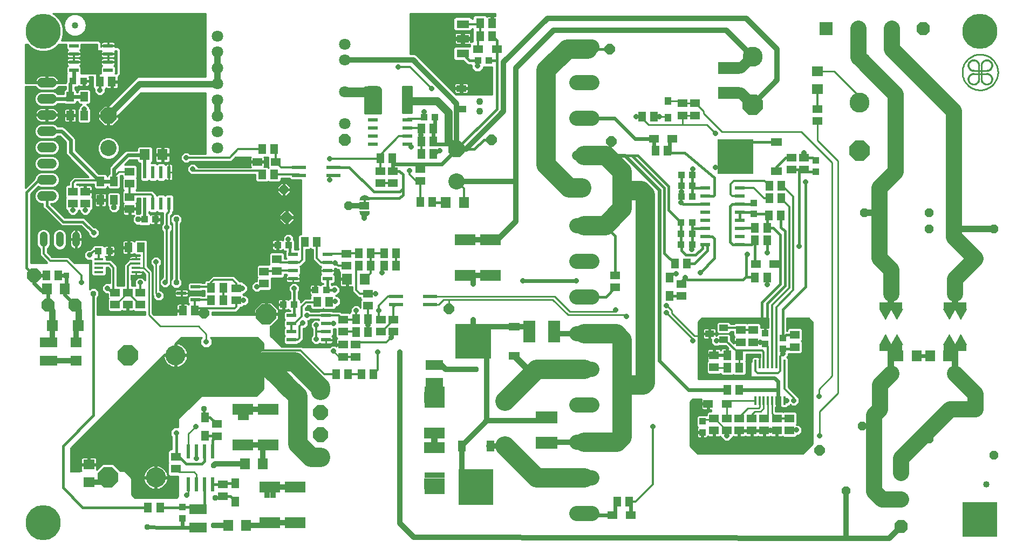
<source format=gbl>
G75*
G70*
%OFA0B0*%
%FSLAX24Y24*%
%IPPOS*%
%LPD*%
%AMOC8*
5,1,8,0,0,1.08239X$1,22.5*
%
%ADD10C,0.1000*%
%ADD11OC8,0.0600*%
%ADD12R,0.0630X0.0710*%
%ADD13OC8,0.0827*%
%ADD14OC8,0.0540*%
%ADD15C,0.0004*%
%ADD16R,0.1417X0.0394*%
%ADD17R,0.0827X0.0827*%
%ADD18C,0.0400*%
%ADD19R,0.0140X0.0560*%
%ADD20R,0.0394X0.0433*%
%ADD21R,0.0591X0.0512*%
%ADD22R,0.2244X0.2165*%
%ADD23R,0.0669X0.0512*%
%ADD24R,0.0433X0.0394*%
%ADD25C,0.0930*%
%ADD26R,0.0512X0.0591*%
%ADD27R,0.0591X0.0472*%
%ADD28C,0.0600*%
%ADD29R,0.1260X0.0709*%
%ADD30R,0.0710X0.0630*%
%ADD31R,0.2165X0.2244*%
%ADD32R,0.0512X0.0669*%
%ADD33R,0.0610X0.0240*%
%ADD34R,0.0472X0.0591*%
%ADD35R,0.0748X0.1339*%
%ADD36R,0.0630X0.0709*%
%ADD37R,0.0709X0.0630*%
%ADD38R,0.1063X0.0630*%
%ADD39R,0.0866X0.0236*%
%ADD40C,0.0100*%
%ADD41C,0.0010*%
%ADD42C,0.1236*%
%ADD43OC8,0.1236*%
%ADD44R,0.1339X0.0748*%
%ADD45OC8,0.0860*%
%ADD46R,0.0354X0.0354*%
%ADD47OC8,0.0650*%
%ADD48R,0.0610X0.0236*%
%ADD49R,0.0220X0.0780*%
%ADD50R,0.0750X0.0450*%
%ADD51R,0.1250X0.2000*%
%ADD52OC8,0.1000*%
%ADD53C,0.0709*%
%ADD54OC8,0.0709*%
%ADD55R,0.0591X0.0394*%
%ADD56OC8,0.0930*%
%ADD57R,0.0551X0.0394*%
%ADD58R,0.0394X0.0472*%
%ADD59R,0.0098X0.0197*%
%ADD60R,0.0197X0.0098*%
%ADD61R,0.0600X0.0500*%
%ADD62R,0.0100X0.0350*%
%ADD63R,0.0100X0.0200*%
%ADD64R,0.0236X0.0866*%
%ADD65C,0.0480*%
%ADD66R,0.0600X0.0220*%
%ADD67R,0.0709X0.0669*%
%ADD68C,0.0433*%
%ADD69R,0.0580X0.0140*%
%ADD70C,0.0320*%
%ADD71C,0.0660*%
%ADD72C,0.0120*%
%ADD73OC8,0.0317*%
%ADD74R,0.2165X0.2165*%
%ADD75C,0.1000*%
%ADD76C,0.0400*%
%ADD77C,0.0240*%
%ADD78C,0.0160*%
%ADD79C,0.0200*%
%ADD80R,0.0317X0.0317*%
%ADD81OC8,0.0357*%
%ADD82C,0.0140*%
%ADD83C,0.1200*%
%ADD84R,0.0357X0.0357*%
%ADD85C,0.2165*%
%ADD86C,0.0500*%
D10*
X029462Y024125D03*
X007937Y026175D03*
X056319Y017186D03*
X060256Y017186D03*
X060256Y012264D03*
X056319Y012264D03*
D11*
X055612Y010050D03*
X061512Y010050D03*
X061512Y019350D03*
X055612Y019350D03*
D12*
X056753Y013350D03*
X057872Y013350D03*
X058703Y013350D03*
X059822Y013350D03*
X029897Y022825D03*
X028778Y022825D03*
D13*
X005864Y016500D03*
X004211Y016500D03*
X054285Y033567D03*
X056335Y033567D03*
X058285Y033567D03*
X056912Y006129D03*
X056912Y004475D03*
X056912Y002821D03*
D14*
X053512Y005025D03*
X058662Y008225D03*
X062662Y007225D03*
X054512Y009025D03*
X058662Y021200D03*
X058662Y022200D03*
X054662Y022200D03*
X062662Y021200D03*
X022787Y022625D03*
X018787Y023625D03*
D15*
X055579Y016252D02*
X055933Y015622D01*
X056287Y016252D01*
X055579Y016252D01*
X056287Y016252D01*
X056642Y015622D01*
X056996Y016252D01*
X056288Y016252D01*
X056287Y016252D02*
X056996Y016252D01*
X056995Y016250D02*
X056289Y016250D01*
X056286Y016250D02*
X055580Y016250D01*
X055582Y016247D02*
X056285Y016247D01*
X056283Y016245D02*
X055583Y016245D01*
X055584Y016242D02*
X056282Y016242D01*
X056280Y016240D02*
X055586Y016240D01*
X055587Y016237D02*
X056279Y016237D01*
X056278Y016235D02*
X055589Y016235D01*
X055590Y016233D02*
X056276Y016233D01*
X056275Y016230D02*
X055591Y016230D01*
X055593Y016228D02*
X056274Y016228D01*
X056272Y016225D02*
X055594Y016225D01*
X055595Y016223D02*
X056271Y016223D01*
X056270Y016220D02*
X055597Y016220D01*
X055598Y016218D02*
X056268Y016218D01*
X056267Y016216D02*
X055600Y016216D01*
X055601Y016213D02*
X056265Y016213D01*
X056264Y016211D02*
X055602Y016211D01*
X055604Y016208D02*
X056263Y016208D01*
X056261Y016206D02*
X055605Y016206D01*
X055606Y016203D02*
X056260Y016203D01*
X056259Y016201D02*
X055608Y016201D01*
X055609Y016198D02*
X056257Y016198D01*
X056256Y016196D02*
X055610Y016196D01*
X055612Y016194D02*
X056254Y016194D01*
X056253Y016191D02*
X055613Y016191D01*
X055615Y016189D02*
X056252Y016189D01*
X056250Y016186D02*
X055616Y016186D01*
X055617Y016184D02*
X056249Y016184D01*
X056248Y016181D02*
X055619Y016181D01*
X055620Y016179D02*
X056246Y016179D01*
X056245Y016177D02*
X055621Y016177D01*
X055623Y016174D02*
X056243Y016174D01*
X056242Y016172D02*
X055624Y016172D01*
X055626Y016169D02*
X056241Y016169D01*
X056239Y016167D02*
X055627Y016167D01*
X055628Y016164D02*
X056238Y016164D01*
X056237Y016162D02*
X055630Y016162D01*
X055631Y016160D02*
X056235Y016160D01*
X056234Y016157D02*
X055632Y016157D01*
X055634Y016155D02*
X056232Y016155D01*
X056231Y016152D02*
X055635Y016152D01*
X055637Y016150D02*
X056230Y016150D01*
X056228Y016147D02*
X055638Y016147D01*
X055639Y016145D02*
X056227Y016145D01*
X056226Y016142D02*
X055641Y016142D01*
X055642Y016140D02*
X056224Y016140D01*
X056223Y016138D02*
X055643Y016138D01*
X055645Y016135D02*
X056222Y016135D01*
X056220Y016133D02*
X055646Y016133D01*
X055647Y016130D02*
X056219Y016130D01*
X056217Y016128D02*
X055649Y016128D01*
X055650Y016125D02*
X056216Y016125D01*
X056215Y016123D02*
X055652Y016123D01*
X055653Y016121D02*
X056213Y016121D01*
X056212Y016118D02*
X055654Y016118D01*
X055656Y016116D02*
X056211Y016116D01*
X056209Y016113D02*
X055657Y016113D01*
X055658Y016111D02*
X056208Y016111D01*
X056206Y016108D02*
X055660Y016108D01*
X055661Y016106D02*
X056205Y016106D01*
X056204Y016103D02*
X055663Y016103D01*
X055664Y016101D02*
X056202Y016101D01*
X056201Y016099D02*
X055665Y016099D01*
X055667Y016096D02*
X056200Y016096D01*
X056198Y016094D02*
X055668Y016094D01*
X055669Y016091D02*
X056197Y016091D01*
X056195Y016089D02*
X055671Y016089D01*
X055672Y016086D02*
X056194Y016086D01*
X056193Y016084D02*
X055674Y016084D01*
X055675Y016082D02*
X056191Y016082D01*
X056190Y016079D02*
X055676Y016079D01*
X055678Y016077D02*
X056189Y016077D01*
X056187Y016074D02*
X055679Y016074D01*
X055680Y016072D02*
X056186Y016072D01*
X056185Y016069D02*
X055682Y016069D01*
X055683Y016067D02*
X056183Y016067D01*
X056182Y016064D02*
X055685Y016064D01*
X055686Y016062D02*
X056180Y016062D01*
X056179Y016060D02*
X055687Y016060D01*
X055689Y016057D02*
X056178Y016057D01*
X056176Y016055D02*
X055690Y016055D01*
X055691Y016052D02*
X056175Y016052D01*
X056174Y016050D02*
X055693Y016050D01*
X055694Y016047D02*
X056172Y016047D01*
X056171Y016045D02*
X055695Y016045D01*
X055697Y016043D02*
X056169Y016043D01*
X056168Y016040D02*
X055698Y016040D01*
X055700Y016038D02*
X056167Y016038D01*
X056165Y016035D02*
X055701Y016035D01*
X055702Y016033D02*
X056164Y016033D01*
X056163Y016030D02*
X055704Y016030D01*
X055705Y016028D02*
X056161Y016028D01*
X056160Y016025D02*
X055706Y016025D01*
X055708Y016023D02*
X056158Y016023D01*
X056157Y016021D02*
X055709Y016021D01*
X055711Y016018D02*
X056156Y016018D01*
X056154Y016016D02*
X055712Y016016D01*
X055713Y016013D02*
X056153Y016013D01*
X056152Y016011D02*
X055715Y016011D01*
X055716Y016008D02*
X056150Y016008D01*
X056149Y016006D02*
X055717Y016006D01*
X055719Y016004D02*
X056147Y016004D01*
X056146Y016001D02*
X055720Y016001D01*
X055722Y015999D02*
X056145Y015999D01*
X056143Y015996D02*
X055723Y015996D01*
X055724Y015994D02*
X056142Y015994D01*
X056141Y015991D02*
X055726Y015991D01*
X055727Y015989D02*
X056139Y015989D01*
X056138Y015986D02*
X055728Y015986D01*
X055730Y015984D02*
X056137Y015984D01*
X056135Y015982D02*
X055731Y015982D01*
X055732Y015979D02*
X056134Y015979D01*
X056132Y015977D02*
X055734Y015977D01*
X055735Y015974D02*
X056131Y015974D01*
X056130Y015972D02*
X055737Y015972D01*
X055738Y015969D02*
X056128Y015969D01*
X056127Y015967D02*
X055739Y015967D01*
X055741Y015965D02*
X056126Y015965D01*
X056124Y015962D02*
X055742Y015962D01*
X055743Y015960D02*
X056123Y015960D01*
X056121Y015957D02*
X055745Y015957D01*
X055746Y015955D02*
X056120Y015955D01*
X056119Y015952D02*
X055748Y015952D01*
X055749Y015950D02*
X056117Y015950D01*
X056116Y015947D02*
X055750Y015947D01*
X055752Y015945D02*
X056115Y015945D01*
X056113Y015943D02*
X055753Y015943D01*
X055754Y015940D02*
X056112Y015940D01*
X056110Y015938D02*
X055756Y015938D01*
X055757Y015935D02*
X056109Y015935D01*
X056108Y015933D02*
X055759Y015933D01*
X055760Y015930D02*
X056106Y015930D01*
X056105Y015928D02*
X055761Y015928D01*
X055763Y015926D02*
X056104Y015926D01*
X056102Y015923D02*
X055764Y015923D01*
X055765Y015921D02*
X056101Y015921D01*
X056100Y015918D02*
X055767Y015918D01*
X055768Y015916D02*
X056098Y015916D01*
X056097Y015913D02*
X055770Y015913D01*
X055771Y015911D02*
X056095Y015911D01*
X056094Y015908D02*
X055772Y015908D01*
X055774Y015906D02*
X056093Y015906D01*
X056091Y015904D02*
X055775Y015904D01*
X055776Y015901D02*
X056090Y015901D01*
X056089Y015899D02*
X055778Y015899D01*
X055779Y015896D02*
X056087Y015896D01*
X056086Y015894D02*
X055780Y015894D01*
X055782Y015891D02*
X056084Y015891D01*
X056083Y015889D02*
X055783Y015889D01*
X055785Y015887D02*
X056082Y015887D01*
X056080Y015884D02*
X055786Y015884D01*
X055787Y015882D02*
X056079Y015882D01*
X056078Y015879D02*
X055789Y015879D01*
X055790Y015877D02*
X056076Y015877D01*
X056075Y015874D02*
X055791Y015874D01*
X055793Y015872D02*
X056073Y015872D01*
X056072Y015869D02*
X055794Y015869D01*
X055796Y015867D02*
X056071Y015867D01*
X056069Y015865D02*
X055797Y015865D01*
X055798Y015862D02*
X056068Y015862D01*
X056067Y015860D02*
X055800Y015860D01*
X055801Y015857D02*
X056065Y015857D01*
X056064Y015855D02*
X055802Y015855D01*
X055804Y015852D02*
X056062Y015852D01*
X056061Y015850D02*
X055805Y015850D01*
X055807Y015848D02*
X056060Y015848D01*
X056058Y015845D02*
X055808Y015845D01*
X055809Y015843D02*
X056057Y015843D01*
X056056Y015840D02*
X055811Y015840D01*
X055812Y015838D02*
X056054Y015838D01*
X056053Y015835D02*
X055813Y015835D01*
X055815Y015833D02*
X056052Y015833D01*
X056050Y015830D02*
X055816Y015830D01*
X055817Y015828D02*
X056049Y015828D01*
X056047Y015826D02*
X055819Y015826D01*
X055820Y015823D02*
X056046Y015823D01*
X056045Y015821D02*
X055822Y015821D01*
X055823Y015818D02*
X056043Y015818D01*
X056042Y015816D02*
X055824Y015816D01*
X055826Y015813D02*
X056041Y015813D01*
X056039Y015811D02*
X055827Y015811D01*
X055828Y015809D02*
X056038Y015809D01*
X056036Y015806D02*
X055830Y015806D01*
X055831Y015804D02*
X056035Y015804D01*
X056034Y015801D02*
X055833Y015801D01*
X055834Y015799D02*
X056032Y015799D01*
X056031Y015796D02*
X055835Y015796D01*
X055837Y015794D02*
X056030Y015794D01*
X056028Y015791D02*
X055838Y015791D01*
X055839Y015789D02*
X056027Y015789D01*
X056025Y015787D02*
X055841Y015787D01*
X055842Y015784D02*
X056024Y015784D01*
X056023Y015782D02*
X055844Y015782D01*
X055845Y015779D02*
X056021Y015779D01*
X056020Y015777D02*
X055846Y015777D01*
X055848Y015774D02*
X056019Y015774D01*
X056017Y015772D02*
X055849Y015772D01*
X055850Y015770D02*
X056016Y015770D01*
X056015Y015767D02*
X055852Y015767D01*
X055853Y015765D02*
X056013Y015765D01*
X056012Y015762D02*
X055855Y015762D01*
X055856Y015760D02*
X056010Y015760D01*
X056009Y015757D02*
X055857Y015757D01*
X055859Y015755D02*
X056008Y015755D01*
X056006Y015752D02*
X055860Y015752D01*
X055861Y015750D02*
X056005Y015750D01*
X056004Y015748D02*
X055863Y015748D01*
X055864Y015745D02*
X056002Y015745D01*
X056001Y015743D02*
X055865Y015743D01*
X055867Y015740D02*
X055999Y015740D01*
X055998Y015738D02*
X055868Y015738D01*
X055870Y015735D02*
X055997Y015735D01*
X055995Y015733D02*
X055871Y015733D01*
X055872Y015731D02*
X055994Y015731D01*
X055993Y015728D02*
X055874Y015728D01*
X055875Y015726D02*
X055991Y015726D01*
X055990Y015723D02*
X055876Y015723D01*
X055878Y015721D02*
X055988Y015721D01*
X055987Y015718D02*
X055879Y015718D01*
X055881Y015716D02*
X055986Y015716D01*
X055984Y015713D02*
X055882Y015713D01*
X055883Y015711D02*
X055983Y015711D01*
X055982Y015709D02*
X055885Y015709D01*
X055886Y015706D02*
X055980Y015706D01*
X055979Y015704D02*
X055887Y015704D01*
X055889Y015701D02*
X055977Y015701D01*
X055976Y015699D02*
X055890Y015699D01*
X055892Y015696D02*
X055975Y015696D01*
X055973Y015694D02*
X055893Y015694D01*
X055894Y015692D02*
X055972Y015692D01*
X055971Y015689D02*
X055896Y015689D01*
X055897Y015687D02*
X055969Y015687D01*
X055968Y015684D02*
X055898Y015684D01*
X055900Y015682D02*
X055967Y015682D01*
X055965Y015679D02*
X055901Y015679D01*
X055902Y015677D02*
X055964Y015677D01*
X055962Y015674D02*
X055904Y015674D01*
X055905Y015672D02*
X055961Y015672D01*
X055960Y015670D02*
X055907Y015670D01*
X055908Y015667D02*
X055958Y015667D01*
X055957Y015665D02*
X055909Y015665D01*
X055911Y015662D02*
X055956Y015662D01*
X055954Y015660D02*
X055912Y015660D01*
X055913Y015657D02*
X055953Y015657D01*
X055951Y015655D02*
X055915Y015655D01*
X055916Y015653D02*
X055950Y015653D01*
X055949Y015650D02*
X055918Y015650D01*
X055919Y015648D02*
X055947Y015648D01*
X055946Y015645D02*
X055920Y015645D01*
X055922Y015643D02*
X055945Y015643D01*
X055943Y015640D02*
X055923Y015640D01*
X055924Y015638D02*
X055942Y015638D01*
X055940Y015635D02*
X055926Y015635D01*
X055927Y015633D02*
X055939Y015633D01*
X055938Y015631D02*
X055929Y015631D01*
X055930Y015628D02*
X055936Y015628D01*
X055935Y015626D02*
X055931Y015626D01*
X055933Y015623D02*
X055934Y015623D01*
X056471Y015926D02*
X056812Y015926D01*
X056814Y015928D02*
X056470Y015928D01*
X056469Y015930D02*
X056815Y015930D01*
X056816Y015933D02*
X056467Y015933D01*
X056466Y015935D02*
X056818Y015935D01*
X056819Y015938D02*
X056464Y015938D01*
X056463Y015940D02*
X056821Y015940D01*
X056822Y015943D02*
X056462Y015943D01*
X056460Y015945D02*
X056823Y015945D01*
X056825Y015947D02*
X056459Y015947D01*
X056458Y015950D02*
X056826Y015950D01*
X056827Y015952D02*
X056456Y015952D01*
X056455Y015955D02*
X056829Y015955D01*
X056830Y015957D02*
X056453Y015957D01*
X056452Y015960D02*
X056831Y015960D01*
X056833Y015962D02*
X056451Y015962D01*
X056449Y015965D02*
X056834Y015965D01*
X056836Y015967D02*
X056448Y015967D01*
X056447Y015969D02*
X056837Y015969D01*
X056838Y015972D02*
X056445Y015972D01*
X056444Y015974D02*
X056840Y015974D01*
X056841Y015977D02*
X056443Y015977D01*
X056441Y015979D02*
X056842Y015979D01*
X056844Y015982D02*
X056440Y015982D01*
X056438Y015984D02*
X056845Y015984D01*
X056847Y015986D02*
X056437Y015986D01*
X056436Y015989D02*
X056848Y015989D01*
X056849Y015991D02*
X056434Y015991D01*
X056433Y015994D02*
X056851Y015994D01*
X056852Y015996D02*
X056432Y015996D01*
X056430Y015999D02*
X056853Y015999D01*
X056855Y016001D02*
X056429Y016001D01*
X056427Y016004D02*
X056856Y016004D01*
X056858Y016006D02*
X056426Y016006D01*
X056425Y016008D02*
X056859Y016008D01*
X056860Y016011D02*
X056423Y016011D01*
X056422Y016013D02*
X056862Y016013D01*
X056863Y016016D02*
X056421Y016016D01*
X056419Y016018D02*
X056864Y016018D01*
X056866Y016021D02*
X056418Y016021D01*
X056416Y016023D02*
X056867Y016023D01*
X056868Y016025D02*
X056415Y016025D01*
X056414Y016028D02*
X056870Y016028D01*
X056871Y016030D02*
X056412Y016030D01*
X056411Y016033D02*
X056873Y016033D01*
X056874Y016035D02*
X056410Y016035D01*
X056408Y016038D02*
X056875Y016038D01*
X056877Y016040D02*
X056407Y016040D01*
X056406Y016043D02*
X056878Y016043D01*
X056879Y016045D02*
X056404Y016045D01*
X056403Y016047D02*
X056881Y016047D01*
X056882Y016050D02*
X056401Y016050D01*
X056400Y016052D02*
X056884Y016052D01*
X056885Y016055D02*
X056399Y016055D01*
X056397Y016057D02*
X056886Y016057D01*
X056888Y016060D02*
X056396Y016060D01*
X056395Y016062D02*
X056889Y016062D01*
X056890Y016064D02*
X056393Y016064D01*
X056392Y016067D02*
X056892Y016067D01*
X056893Y016069D02*
X056390Y016069D01*
X056389Y016072D02*
X056895Y016072D01*
X056896Y016074D02*
X056388Y016074D01*
X056386Y016077D02*
X056897Y016077D01*
X056899Y016079D02*
X056385Y016079D01*
X056384Y016082D02*
X056900Y016082D01*
X056901Y016084D02*
X056382Y016084D01*
X056381Y016086D02*
X056903Y016086D01*
X056904Y016089D02*
X056379Y016089D01*
X056378Y016091D02*
X056906Y016091D01*
X056907Y016094D02*
X056377Y016094D01*
X056375Y016096D02*
X056908Y016096D01*
X056910Y016099D02*
X056374Y016099D01*
X056373Y016101D02*
X056911Y016101D01*
X056912Y016103D02*
X056371Y016103D01*
X056370Y016106D02*
X056914Y016106D01*
X056915Y016108D02*
X056368Y016108D01*
X056367Y016111D02*
X056916Y016111D01*
X056918Y016113D02*
X056366Y016113D01*
X056364Y016116D02*
X056919Y016116D01*
X056921Y016118D02*
X056363Y016118D01*
X056362Y016121D02*
X056922Y016121D01*
X056923Y016123D02*
X056360Y016123D01*
X056359Y016125D02*
X056925Y016125D01*
X056926Y016128D02*
X056358Y016128D01*
X056356Y016130D02*
X056927Y016130D01*
X056929Y016133D02*
X056355Y016133D01*
X056353Y016135D02*
X056930Y016135D01*
X056932Y016138D02*
X056352Y016138D01*
X056351Y016140D02*
X056933Y016140D01*
X056934Y016142D02*
X056349Y016142D01*
X056348Y016145D02*
X056936Y016145D01*
X056937Y016147D02*
X056347Y016147D01*
X056345Y016150D02*
X056938Y016150D01*
X056940Y016152D02*
X056344Y016152D01*
X056342Y016155D02*
X056941Y016155D01*
X056943Y016157D02*
X056341Y016157D01*
X056340Y016160D02*
X056944Y016160D01*
X056945Y016162D02*
X056338Y016162D01*
X056337Y016164D02*
X056947Y016164D01*
X056948Y016167D02*
X056336Y016167D01*
X056334Y016169D02*
X056949Y016169D01*
X056951Y016172D02*
X056333Y016172D01*
X056331Y016174D02*
X056952Y016174D01*
X056953Y016177D02*
X056330Y016177D01*
X056329Y016179D02*
X056955Y016179D01*
X056956Y016181D02*
X056327Y016181D01*
X056326Y016184D02*
X056958Y016184D01*
X056959Y016186D02*
X056325Y016186D01*
X056323Y016189D02*
X056960Y016189D01*
X056962Y016191D02*
X056322Y016191D01*
X056321Y016194D02*
X056963Y016194D01*
X056964Y016196D02*
X056319Y016196D01*
X056318Y016198D02*
X056966Y016198D01*
X056967Y016201D02*
X056316Y016201D01*
X056315Y016203D02*
X056969Y016203D01*
X056970Y016206D02*
X056314Y016206D01*
X056312Y016208D02*
X056971Y016208D01*
X056973Y016211D02*
X056311Y016211D01*
X056310Y016213D02*
X056974Y016213D01*
X056975Y016216D02*
X056308Y016216D01*
X056307Y016218D02*
X056977Y016218D01*
X056978Y016220D02*
X056305Y016220D01*
X056304Y016223D02*
X056980Y016223D01*
X056981Y016225D02*
X056303Y016225D01*
X056301Y016228D02*
X056982Y016228D01*
X056984Y016230D02*
X056300Y016230D01*
X056299Y016233D02*
X056985Y016233D01*
X056986Y016235D02*
X056297Y016235D01*
X056296Y016237D02*
X056988Y016237D01*
X056989Y016240D02*
X056294Y016240D01*
X056293Y016242D02*
X056991Y016242D01*
X056992Y016245D02*
X056292Y016245D01*
X056290Y016247D02*
X056993Y016247D01*
X056811Y015923D02*
X056473Y015923D01*
X056474Y015921D02*
X056810Y015921D01*
X056808Y015918D02*
X056475Y015918D01*
X056477Y015916D02*
X056807Y015916D01*
X056805Y015913D02*
X056478Y015913D01*
X056480Y015911D02*
X056804Y015911D01*
X056803Y015908D02*
X056481Y015908D01*
X056482Y015906D02*
X056801Y015906D01*
X056800Y015904D02*
X056484Y015904D01*
X056485Y015901D02*
X056799Y015901D01*
X056797Y015899D02*
X056486Y015899D01*
X056488Y015896D02*
X056796Y015896D01*
X056794Y015894D02*
X056489Y015894D01*
X056491Y015891D02*
X056793Y015891D01*
X056792Y015889D02*
X056492Y015889D01*
X056493Y015887D02*
X056790Y015887D01*
X056789Y015884D02*
X056495Y015884D01*
X056496Y015882D02*
X056788Y015882D01*
X056786Y015879D02*
X056497Y015879D01*
X056499Y015877D02*
X056785Y015877D01*
X056783Y015874D02*
X056500Y015874D01*
X056501Y015872D02*
X056782Y015872D01*
X056781Y015869D02*
X056503Y015869D01*
X056504Y015867D02*
X056779Y015867D01*
X056778Y015865D02*
X056506Y015865D01*
X056507Y015862D02*
X056777Y015862D01*
X056775Y015860D02*
X056508Y015860D01*
X056510Y015857D02*
X056774Y015857D01*
X056773Y015855D02*
X056511Y015855D01*
X056512Y015852D02*
X056771Y015852D01*
X056770Y015850D02*
X056514Y015850D01*
X056515Y015848D02*
X056768Y015848D01*
X056767Y015845D02*
X056517Y015845D01*
X056518Y015843D02*
X056766Y015843D01*
X056764Y015840D02*
X056519Y015840D01*
X056521Y015838D02*
X056763Y015838D01*
X056762Y015835D02*
X056522Y015835D01*
X056523Y015833D02*
X056760Y015833D01*
X056759Y015830D02*
X056525Y015830D01*
X056526Y015828D02*
X056757Y015828D01*
X056756Y015826D02*
X056528Y015826D01*
X056529Y015823D02*
X056755Y015823D01*
X056753Y015821D02*
X056530Y015821D01*
X056532Y015818D02*
X056752Y015818D01*
X056751Y015816D02*
X056533Y015816D01*
X056534Y015813D02*
X056749Y015813D01*
X056748Y015811D02*
X056536Y015811D01*
X056537Y015809D02*
X056746Y015809D01*
X056745Y015806D02*
X056538Y015806D01*
X056540Y015804D02*
X056744Y015804D01*
X056742Y015801D02*
X056541Y015801D01*
X056543Y015799D02*
X056741Y015799D01*
X056740Y015796D02*
X056544Y015796D01*
X056545Y015794D02*
X056738Y015794D01*
X056737Y015791D02*
X056547Y015791D01*
X056548Y015789D02*
X056736Y015789D01*
X056734Y015787D02*
X056549Y015787D01*
X056551Y015784D02*
X056733Y015784D01*
X056731Y015782D02*
X056552Y015782D01*
X056554Y015779D02*
X056730Y015779D01*
X056729Y015777D02*
X056555Y015777D01*
X056556Y015774D02*
X056727Y015774D01*
X056726Y015772D02*
X056558Y015772D01*
X056559Y015770D02*
X056725Y015770D01*
X056723Y015767D02*
X056560Y015767D01*
X056562Y015765D02*
X056722Y015765D01*
X056720Y015762D02*
X056563Y015762D01*
X056565Y015760D02*
X056719Y015760D01*
X056718Y015757D02*
X056566Y015757D01*
X056567Y015755D02*
X056716Y015755D01*
X056715Y015752D02*
X056569Y015752D01*
X056570Y015750D02*
X056714Y015750D01*
X056712Y015748D02*
X056571Y015748D01*
X056573Y015745D02*
X056711Y015745D01*
X056709Y015743D02*
X056574Y015743D01*
X056576Y015740D02*
X056708Y015740D01*
X056707Y015738D02*
X056577Y015738D01*
X056578Y015735D02*
X056705Y015735D01*
X056704Y015733D02*
X056580Y015733D01*
X056581Y015731D02*
X056703Y015731D01*
X056701Y015728D02*
X056582Y015728D01*
X056584Y015726D02*
X056700Y015726D01*
X056698Y015723D02*
X056585Y015723D01*
X056586Y015721D02*
X056697Y015721D01*
X056696Y015718D02*
X056588Y015718D01*
X056589Y015716D02*
X056694Y015716D01*
X056693Y015713D02*
X056591Y015713D01*
X056592Y015711D02*
X056692Y015711D01*
X056690Y015709D02*
X056593Y015709D01*
X056595Y015706D02*
X056689Y015706D01*
X056688Y015704D02*
X056596Y015704D01*
X056597Y015701D02*
X056686Y015701D01*
X056685Y015699D02*
X056599Y015699D01*
X056600Y015696D02*
X056683Y015696D01*
X056682Y015694D02*
X056602Y015694D01*
X056603Y015692D02*
X056681Y015692D01*
X056679Y015689D02*
X056604Y015689D01*
X056606Y015687D02*
X056678Y015687D01*
X056677Y015684D02*
X056607Y015684D01*
X056608Y015682D02*
X056675Y015682D01*
X056674Y015679D02*
X056610Y015679D01*
X056611Y015677D02*
X056672Y015677D01*
X056671Y015674D02*
X056613Y015674D01*
X056614Y015672D02*
X056670Y015672D01*
X056668Y015670D02*
X056615Y015670D01*
X056617Y015667D02*
X056667Y015667D01*
X056666Y015665D02*
X056618Y015665D01*
X056619Y015662D02*
X056664Y015662D01*
X056663Y015660D02*
X056621Y015660D01*
X056622Y015657D02*
X056661Y015657D01*
X056660Y015655D02*
X056623Y015655D01*
X056625Y015653D02*
X056659Y015653D01*
X056657Y015650D02*
X056626Y015650D01*
X056628Y015648D02*
X056656Y015648D01*
X056655Y015645D02*
X056629Y015645D01*
X056630Y015643D02*
X056653Y015643D01*
X056652Y015640D02*
X056632Y015640D01*
X056633Y015638D02*
X056651Y015638D01*
X056649Y015635D02*
X056634Y015635D01*
X056636Y015633D02*
X056648Y015633D01*
X056646Y015631D02*
X056637Y015631D01*
X056639Y015628D02*
X056645Y015628D01*
X056644Y015626D02*
X056640Y015626D01*
X056641Y015623D02*
X056642Y015623D01*
X056642Y014678D02*
X056996Y014048D01*
X056287Y014048D01*
X055933Y014678D01*
X055579Y014048D01*
X056287Y014048D01*
X056642Y014678D01*
X056640Y014675D02*
X056643Y014675D01*
X056644Y014673D02*
X056639Y014673D01*
X056638Y014670D02*
X056646Y014670D01*
X056647Y014668D02*
X056636Y014668D01*
X056635Y014665D02*
X056649Y014665D01*
X056650Y014663D02*
X056634Y014663D01*
X056632Y014661D02*
X056651Y014661D01*
X056653Y014658D02*
X056631Y014658D01*
X056630Y014656D02*
X056654Y014656D01*
X056655Y014653D02*
X056628Y014653D01*
X056627Y014651D02*
X056657Y014651D01*
X056658Y014648D02*
X056625Y014648D01*
X056624Y014646D02*
X056660Y014646D01*
X056661Y014644D02*
X056623Y014644D01*
X056621Y014641D02*
X056662Y014641D01*
X056664Y014639D02*
X056620Y014639D01*
X056619Y014636D02*
X056665Y014636D01*
X056666Y014634D02*
X056617Y014634D01*
X056616Y014631D02*
X056668Y014631D01*
X056669Y014629D02*
X056614Y014629D01*
X056613Y014626D02*
X056671Y014626D01*
X056672Y014624D02*
X056612Y014624D01*
X056610Y014622D02*
X056673Y014622D01*
X056675Y014619D02*
X056609Y014619D01*
X056608Y014617D02*
X056676Y014617D01*
X056677Y014614D02*
X056606Y014614D01*
X056605Y014612D02*
X056679Y014612D01*
X056680Y014609D02*
X056603Y014609D01*
X056602Y014607D02*
X056682Y014607D01*
X056683Y014605D02*
X056601Y014605D01*
X056599Y014602D02*
X056684Y014602D01*
X056686Y014600D02*
X056598Y014600D01*
X056597Y014597D02*
X056687Y014597D01*
X056688Y014595D02*
X056595Y014595D01*
X056594Y014592D02*
X056690Y014592D01*
X056691Y014590D02*
X056592Y014590D01*
X056591Y014587D02*
X056692Y014587D01*
X056694Y014585D02*
X056590Y014585D01*
X056588Y014583D02*
X056695Y014583D01*
X056697Y014580D02*
X056587Y014580D01*
X056586Y014578D02*
X056698Y014578D01*
X056699Y014575D02*
X056584Y014575D01*
X056583Y014573D02*
X056701Y014573D01*
X056702Y014570D02*
X056582Y014570D01*
X056580Y014568D02*
X056703Y014568D01*
X056705Y014566D02*
X056579Y014566D01*
X056577Y014563D02*
X056706Y014563D01*
X056708Y014561D02*
X056576Y014561D01*
X056575Y014558D02*
X056709Y014558D01*
X056710Y014556D02*
X056573Y014556D01*
X056572Y014553D02*
X056712Y014553D01*
X056713Y014551D02*
X056571Y014551D01*
X056569Y014548D02*
X056714Y014548D01*
X056716Y014546D02*
X056568Y014546D01*
X056566Y014544D02*
X056717Y014544D01*
X056719Y014541D02*
X056565Y014541D01*
X056564Y014539D02*
X056720Y014539D01*
X056721Y014536D02*
X056562Y014536D01*
X056561Y014534D02*
X056723Y014534D01*
X056724Y014531D02*
X056560Y014531D01*
X056558Y014529D02*
X056725Y014529D01*
X056727Y014527D02*
X056557Y014527D01*
X056555Y014524D02*
X056728Y014524D01*
X056729Y014522D02*
X056554Y014522D01*
X056553Y014519D02*
X056731Y014519D01*
X056732Y014517D02*
X056551Y014517D01*
X056550Y014514D02*
X056734Y014514D01*
X056735Y014512D02*
X056549Y014512D01*
X056547Y014509D02*
X056736Y014509D01*
X056738Y014507D02*
X056546Y014507D01*
X056545Y014505D02*
X056739Y014505D01*
X056740Y014502D02*
X056543Y014502D01*
X056542Y014500D02*
X056742Y014500D01*
X056743Y014497D02*
X056540Y014497D01*
X056539Y014495D02*
X056745Y014495D01*
X056746Y014492D02*
X056538Y014492D01*
X056536Y014490D02*
X056747Y014490D01*
X056749Y014488D02*
X056535Y014488D01*
X056534Y014485D02*
X056750Y014485D01*
X056751Y014483D02*
X056532Y014483D01*
X056531Y014480D02*
X056753Y014480D01*
X056754Y014478D02*
X056529Y014478D01*
X056528Y014475D02*
X056756Y014475D01*
X056757Y014473D02*
X056527Y014473D01*
X056525Y014470D02*
X056758Y014470D01*
X056760Y014468D02*
X056524Y014468D01*
X056523Y014466D02*
X056761Y014466D01*
X056762Y014463D02*
X056521Y014463D01*
X056520Y014461D02*
X056764Y014461D01*
X056765Y014458D02*
X056518Y014458D01*
X056517Y014456D02*
X056767Y014456D01*
X056768Y014453D02*
X056516Y014453D01*
X056514Y014451D02*
X056769Y014451D01*
X056771Y014449D02*
X056513Y014449D01*
X056512Y014446D02*
X056772Y014446D01*
X056773Y014444D02*
X056510Y014444D01*
X056509Y014441D02*
X056775Y014441D01*
X056776Y014439D02*
X056507Y014439D01*
X056506Y014436D02*
X056777Y014436D01*
X056779Y014434D02*
X056505Y014434D01*
X056503Y014431D02*
X056780Y014431D01*
X056782Y014429D02*
X056502Y014429D01*
X056501Y014427D02*
X056783Y014427D01*
X056784Y014424D02*
X056499Y014424D01*
X056498Y014422D02*
X056786Y014422D01*
X056787Y014419D02*
X056497Y014419D01*
X056495Y014417D02*
X056788Y014417D01*
X056790Y014414D02*
X056494Y014414D01*
X056492Y014412D02*
X056791Y014412D01*
X056793Y014410D02*
X056491Y014410D01*
X056490Y014407D02*
X056794Y014407D01*
X056795Y014405D02*
X056488Y014405D01*
X056487Y014402D02*
X056797Y014402D01*
X056798Y014400D02*
X056486Y014400D01*
X056484Y014397D02*
X056799Y014397D01*
X056801Y014395D02*
X056483Y014395D01*
X056481Y014392D02*
X056802Y014392D01*
X056804Y014390D02*
X056480Y014390D01*
X056479Y014388D02*
X056805Y014388D01*
X056806Y014385D02*
X056477Y014385D01*
X056476Y014383D02*
X056808Y014383D01*
X056809Y014380D02*
X056475Y014380D01*
X056473Y014378D02*
X056810Y014378D01*
X056812Y014375D02*
X056472Y014375D01*
X056470Y014373D02*
X056813Y014373D01*
X056814Y014371D02*
X056469Y014371D01*
X056468Y014368D02*
X056816Y014368D01*
X056817Y014366D02*
X056466Y014366D01*
X056465Y014363D02*
X056819Y014363D01*
X056820Y014361D02*
X056464Y014361D01*
X056462Y014358D02*
X056821Y014358D01*
X056823Y014356D02*
X056461Y014356D01*
X056460Y014353D02*
X056824Y014353D01*
X056825Y014351D02*
X056458Y014351D01*
X056457Y014349D02*
X056827Y014349D01*
X056828Y014346D02*
X056455Y014346D01*
X056454Y014344D02*
X056830Y014344D01*
X056831Y014341D02*
X056453Y014341D01*
X056451Y014339D02*
X056832Y014339D01*
X056834Y014336D02*
X056450Y014336D01*
X056449Y014334D02*
X056835Y014334D01*
X056836Y014332D02*
X056447Y014332D01*
X056446Y014329D02*
X056838Y014329D01*
X056839Y014327D02*
X056444Y014327D01*
X056443Y014324D02*
X056841Y014324D01*
X056842Y014322D02*
X056442Y014322D01*
X056440Y014319D02*
X056843Y014319D01*
X056845Y014317D02*
X056439Y014317D01*
X056438Y014315D02*
X056846Y014315D01*
X056847Y014312D02*
X056436Y014312D01*
X056435Y014310D02*
X056849Y014310D01*
X056850Y014307D02*
X056433Y014307D01*
X056432Y014305D02*
X056852Y014305D01*
X056853Y014302D02*
X056431Y014302D01*
X056429Y014300D02*
X056854Y014300D01*
X056856Y014297D02*
X056428Y014297D01*
X056427Y014295D02*
X056857Y014295D01*
X056858Y014293D02*
X056425Y014293D01*
X056424Y014290D02*
X056860Y014290D01*
X056861Y014288D02*
X056422Y014288D01*
X056421Y014285D02*
X056862Y014285D01*
X056864Y014283D02*
X056420Y014283D01*
X056418Y014280D02*
X056865Y014280D01*
X056867Y014278D02*
X056417Y014278D01*
X056416Y014276D02*
X056868Y014276D01*
X056869Y014273D02*
X056414Y014273D01*
X056413Y014271D02*
X056871Y014271D01*
X056872Y014268D02*
X056412Y014268D01*
X056410Y014266D02*
X056873Y014266D01*
X056875Y014263D02*
X056409Y014263D01*
X056407Y014261D02*
X056876Y014261D01*
X056878Y014258D02*
X056406Y014258D01*
X056405Y014256D02*
X056879Y014256D01*
X056880Y014254D02*
X056403Y014254D01*
X056402Y014251D02*
X056882Y014251D01*
X056883Y014249D02*
X056401Y014249D01*
X056399Y014246D02*
X056884Y014246D01*
X056886Y014244D02*
X056398Y014244D01*
X056396Y014241D02*
X056887Y014241D01*
X056889Y014239D02*
X056395Y014239D01*
X056394Y014237D02*
X056890Y014237D01*
X056891Y014234D02*
X056392Y014234D01*
X056391Y014232D02*
X056893Y014232D01*
X056894Y014229D02*
X056390Y014229D01*
X056388Y014227D02*
X056895Y014227D01*
X056897Y014224D02*
X056387Y014224D01*
X056385Y014222D02*
X056898Y014222D01*
X056899Y014219D02*
X056384Y014219D01*
X056383Y014217D02*
X056901Y014217D01*
X056902Y014215D02*
X056381Y014215D01*
X056380Y014212D02*
X056904Y014212D01*
X056905Y014210D02*
X056379Y014210D01*
X056377Y014207D02*
X056906Y014207D01*
X056908Y014205D02*
X056376Y014205D01*
X056375Y014202D02*
X056909Y014202D01*
X056910Y014200D02*
X056373Y014200D01*
X056372Y014198D02*
X056912Y014198D01*
X056913Y014195D02*
X056370Y014195D01*
X056369Y014193D02*
X056915Y014193D01*
X056916Y014190D02*
X056368Y014190D01*
X056366Y014188D02*
X056917Y014188D01*
X056919Y014185D02*
X056365Y014185D01*
X056364Y014183D02*
X056920Y014183D01*
X056921Y014180D02*
X056362Y014180D01*
X056361Y014178D02*
X056923Y014178D01*
X056924Y014176D02*
X056359Y014176D01*
X056358Y014173D02*
X056926Y014173D01*
X056927Y014171D02*
X056357Y014171D01*
X056355Y014168D02*
X056928Y014168D01*
X056930Y014166D02*
X056354Y014166D01*
X056353Y014163D02*
X056931Y014163D01*
X056932Y014161D02*
X056351Y014161D01*
X056350Y014159D02*
X056934Y014159D01*
X056935Y014156D02*
X056348Y014156D01*
X056347Y014154D02*
X056937Y014154D01*
X056938Y014151D02*
X056346Y014151D01*
X056344Y014149D02*
X056939Y014149D01*
X056941Y014146D02*
X056343Y014146D01*
X056342Y014144D02*
X056942Y014144D01*
X056943Y014141D02*
X056340Y014141D01*
X056339Y014139D02*
X056945Y014139D01*
X056946Y014137D02*
X056337Y014137D01*
X056336Y014134D02*
X056947Y014134D01*
X056949Y014132D02*
X056335Y014132D01*
X056333Y014129D02*
X056950Y014129D01*
X056952Y014127D02*
X056332Y014127D01*
X056331Y014124D02*
X056953Y014124D01*
X056954Y014122D02*
X056329Y014122D01*
X056328Y014120D02*
X056956Y014120D01*
X056957Y014117D02*
X056327Y014117D01*
X056325Y014115D02*
X056958Y014115D01*
X056960Y014112D02*
X056324Y014112D01*
X056322Y014110D02*
X056961Y014110D01*
X056963Y014107D02*
X056321Y014107D01*
X056320Y014105D02*
X056964Y014105D01*
X056965Y014102D02*
X056318Y014102D01*
X056317Y014100D02*
X056967Y014100D01*
X056968Y014098D02*
X056316Y014098D01*
X056314Y014095D02*
X056969Y014095D01*
X056971Y014093D02*
X056313Y014093D01*
X056311Y014090D02*
X056972Y014090D01*
X056974Y014088D02*
X056310Y014088D01*
X056309Y014085D02*
X056975Y014085D01*
X056976Y014083D02*
X056307Y014083D01*
X056306Y014081D02*
X056978Y014081D01*
X056979Y014078D02*
X056305Y014078D01*
X056303Y014076D02*
X056980Y014076D01*
X056982Y014073D02*
X056302Y014073D01*
X056300Y014071D02*
X056983Y014071D01*
X056984Y014068D02*
X056299Y014068D01*
X056298Y014066D02*
X056986Y014066D01*
X056987Y014063D02*
X056296Y014063D01*
X056295Y014061D02*
X056989Y014061D01*
X056990Y014059D02*
X056294Y014059D01*
X056292Y014056D02*
X056991Y014056D01*
X056993Y014054D02*
X056291Y014054D01*
X056290Y014051D02*
X056994Y014051D01*
X056995Y014049D02*
X056288Y014049D01*
X056287Y014049D02*
X055579Y014049D01*
X055581Y014051D02*
X056285Y014051D01*
X056284Y014054D02*
X055582Y014054D01*
X055584Y014056D02*
X056283Y014056D01*
X056281Y014059D02*
X055585Y014059D01*
X055586Y014061D02*
X056280Y014061D01*
X056279Y014063D02*
X055588Y014063D01*
X055589Y014066D02*
X056277Y014066D01*
X056276Y014068D02*
X055590Y014068D01*
X055592Y014071D02*
X056274Y014071D01*
X056273Y014073D02*
X055593Y014073D01*
X055595Y014076D02*
X056272Y014076D01*
X056270Y014078D02*
X055596Y014078D01*
X055597Y014081D02*
X056269Y014081D01*
X056268Y014083D02*
X055599Y014083D01*
X055600Y014085D02*
X056266Y014085D01*
X056265Y014088D02*
X055601Y014088D01*
X055603Y014090D02*
X056263Y014090D01*
X056262Y014093D02*
X055604Y014093D01*
X055606Y014095D02*
X056261Y014095D01*
X056259Y014098D02*
X055607Y014098D01*
X055608Y014100D02*
X056258Y014100D01*
X056257Y014102D02*
X055610Y014102D01*
X055611Y014105D02*
X056255Y014105D01*
X056254Y014107D02*
X055612Y014107D01*
X055614Y014110D02*
X056253Y014110D01*
X056251Y014112D02*
X055615Y014112D01*
X055616Y014115D02*
X056250Y014115D01*
X056248Y014117D02*
X055618Y014117D01*
X055619Y014120D02*
X056247Y014120D01*
X056246Y014122D02*
X055621Y014122D01*
X055622Y014124D02*
X056244Y014124D01*
X056243Y014127D02*
X055623Y014127D01*
X055625Y014129D02*
X056242Y014129D01*
X056240Y014132D02*
X055626Y014132D01*
X055627Y014134D02*
X056239Y014134D01*
X056237Y014137D02*
X055629Y014137D01*
X055630Y014139D02*
X056236Y014139D01*
X056235Y014141D02*
X055632Y014141D01*
X055633Y014144D02*
X056233Y014144D01*
X056232Y014146D02*
X055634Y014146D01*
X055636Y014149D02*
X056231Y014149D01*
X056229Y014151D02*
X055637Y014151D01*
X055638Y014154D02*
X056228Y014154D01*
X056226Y014156D02*
X055640Y014156D01*
X055641Y014159D02*
X056225Y014159D01*
X056224Y014161D02*
X055643Y014161D01*
X055644Y014163D02*
X056222Y014163D01*
X056221Y014166D02*
X055645Y014166D01*
X055647Y014168D02*
X056220Y014168D01*
X056218Y014171D02*
X055648Y014171D01*
X055649Y014173D02*
X056217Y014173D01*
X056216Y014176D02*
X055651Y014176D01*
X055652Y014178D02*
X056214Y014178D01*
X056213Y014180D02*
X055654Y014180D01*
X055655Y014183D02*
X056211Y014183D01*
X056210Y014185D02*
X055656Y014185D01*
X055658Y014188D02*
X056209Y014188D01*
X056207Y014190D02*
X055659Y014190D01*
X055660Y014193D02*
X056206Y014193D01*
X056205Y014195D02*
X055662Y014195D01*
X055663Y014198D02*
X056203Y014198D01*
X056202Y014200D02*
X055664Y014200D01*
X055666Y014202D02*
X056200Y014202D01*
X056199Y014205D02*
X055667Y014205D01*
X055669Y014207D02*
X056198Y014207D01*
X056196Y014210D02*
X055670Y014210D01*
X055671Y014212D02*
X056195Y014212D01*
X056194Y014215D02*
X055673Y014215D01*
X055674Y014217D02*
X056192Y014217D01*
X056191Y014219D02*
X055675Y014219D01*
X055677Y014222D02*
X056189Y014222D01*
X056188Y014224D02*
X055678Y014224D01*
X055680Y014227D02*
X056187Y014227D01*
X056185Y014229D02*
X055681Y014229D01*
X055682Y014232D02*
X056184Y014232D01*
X056183Y014234D02*
X055684Y014234D01*
X055685Y014237D02*
X056181Y014237D01*
X056180Y014239D02*
X055686Y014239D01*
X055688Y014241D02*
X056178Y014241D01*
X056177Y014244D02*
X055689Y014244D01*
X055691Y014246D02*
X056176Y014246D01*
X056174Y014249D02*
X055692Y014249D01*
X055693Y014251D02*
X056173Y014251D01*
X056172Y014254D02*
X055695Y014254D01*
X055696Y014256D02*
X056170Y014256D01*
X056169Y014258D02*
X055697Y014258D01*
X055699Y014261D02*
X056168Y014261D01*
X056166Y014263D02*
X055700Y014263D01*
X055701Y014266D02*
X056165Y014266D01*
X056163Y014268D02*
X055703Y014268D01*
X055704Y014271D02*
X056162Y014271D01*
X056161Y014273D02*
X055706Y014273D01*
X055707Y014276D02*
X056159Y014276D01*
X056158Y014278D02*
X055708Y014278D01*
X055710Y014280D02*
X056157Y014280D01*
X056155Y014283D02*
X055711Y014283D01*
X055712Y014285D02*
X056154Y014285D01*
X056152Y014288D02*
X055714Y014288D01*
X055715Y014290D02*
X056151Y014290D01*
X056150Y014293D02*
X055717Y014293D01*
X055718Y014295D02*
X056148Y014295D01*
X056147Y014297D02*
X055719Y014297D01*
X055721Y014300D02*
X056146Y014300D01*
X056144Y014302D02*
X055722Y014302D01*
X055723Y014305D02*
X056143Y014305D01*
X056141Y014307D02*
X055725Y014307D01*
X055726Y014310D02*
X056140Y014310D01*
X056139Y014312D02*
X055728Y014312D01*
X055729Y014315D02*
X056137Y014315D01*
X056136Y014317D02*
X055730Y014317D01*
X055732Y014319D02*
X056135Y014319D01*
X056133Y014322D02*
X055733Y014322D01*
X055734Y014324D02*
X056132Y014324D01*
X056131Y014327D02*
X055736Y014327D01*
X055737Y014329D02*
X056129Y014329D01*
X056128Y014332D02*
X055739Y014332D01*
X055740Y014334D02*
X056126Y014334D01*
X056125Y014336D02*
X055741Y014336D01*
X055743Y014339D02*
X056124Y014339D01*
X056122Y014341D02*
X055744Y014341D01*
X055745Y014344D02*
X056121Y014344D01*
X056120Y014346D02*
X055747Y014346D01*
X055748Y014349D02*
X056118Y014349D01*
X056117Y014351D02*
X055749Y014351D01*
X055751Y014353D02*
X056115Y014353D01*
X056114Y014356D02*
X055752Y014356D01*
X055754Y014358D02*
X056113Y014358D01*
X056111Y014361D02*
X055755Y014361D01*
X055756Y014363D02*
X056110Y014363D01*
X056109Y014366D02*
X055758Y014366D01*
X055759Y014368D02*
X056107Y014368D01*
X056106Y014371D02*
X055760Y014371D01*
X055762Y014373D02*
X056104Y014373D01*
X056103Y014375D02*
X055763Y014375D01*
X055765Y014378D02*
X056102Y014378D01*
X056100Y014380D02*
X055766Y014380D01*
X055767Y014383D02*
X056099Y014383D01*
X056098Y014385D02*
X055769Y014385D01*
X055770Y014388D02*
X056096Y014388D01*
X056095Y014390D02*
X055771Y014390D01*
X055773Y014392D02*
X056093Y014392D01*
X056092Y014395D02*
X055774Y014395D01*
X055776Y014397D02*
X056091Y014397D01*
X056089Y014400D02*
X055777Y014400D01*
X055778Y014402D02*
X056088Y014402D01*
X056087Y014405D02*
X055780Y014405D01*
X055781Y014407D02*
X056085Y014407D01*
X056084Y014410D02*
X055782Y014410D01*
X055784Y014412D02*
X056083Y014412D01*
X056081Y014414D02*
X055785Y014414D01*
X055786Y014417D02*
X056080Y014417D01*
X056078Y014419D02*
X055788Y014419D01*
X055789Y014422D02*
X056077Y014422D01*
X056076Y014424D02*
X055791Y014424D01*
X055792Y014427D02*
X056074Y014427D01*
X056073Y014429D02*
X055793Y014429D01*
X055795Y014431D02*
X056072Y014431D01*
X056070Y014434D02*
X055796Y014434D01*
X055797Y014436D02*
X056069Y014436D01*
X056067Y014439D02*
X055799Y014439D01*
X055800Y014441D02*
X056066Y014441D01*
X056065Y014444D02*
X055802Y014444D01*
X055803Y014446D02*
X056063Y014446D01*
X056062Y014449D02*
X055804Y014449D01*
X055806Y014451D02*
X056061Y014451D01*
X056059Y014453D02*
X055807Y014453D01*
X055808Y014456D02*
X056058Y014456D01*
X056056Y014458D02*
X055810Y014458D01*
X055811Y014461D02*
X056055Y014461D01*
X056054Y014463D02*
X055813Y014463D01*
X055814Y014466D02*
X056052Y014466D01*
X056051Y014468D02*
X055815Y014468D01*
X055817Y014470D02*
X056050Y014470D01*
X056048Y014473D02*
X055818Y014473D01*
X055819Y014475D02*
X056047Y014475D01*
X056046Y014478D02*
X055821Y014478D01*
X055822Y014480D02*
X056044Y014480D01*
X056043Y014483D02*
X055824Y014483D01*
X055825Y014485D02*
X056041Y014485D01*
X056040Y014488D02*
X055826Y014488D01*
X055828Y014490D02*
X056039Y014490D01*
X056037Y014492D02*
X055829Y014492D01*
X055830Y014495D02*
X056036Y014495D01*
X056035Y014497D02*
X055832Y014497D01*
X055833Y014500D02*
X056033Y014500D01*
X056032Y014502D02*
X055834Y014502D01*
X055836Y014505D02*
X056030Y014505D01*
X056029Y014507D02*
X055837Y014507D01*
X055839Y014509D02*
X056028Y014509D01*
X056026Y014512D02*
X055840Y014512D01*
X055841Y014514D02*
X056025Y014514D01*
X056024Y014517D02*
X055843Y014517D01*
X055844Y014519D02*
X056022Y014519D01*
X056021Y014522D02*
X055845Y014522D01*
X055847Y014524D02*
X056019Y014524D01*
X056018Y014527D02*
X055848Y014527D01*
X055850Y014529D02*
X056017Y014529D01*
X056015Y014531D02*
X055851Y014531D01*
X055852Y014534D02*
X056014Y014534D01*
X056013Y014536D02*
X055854Y014536D01*
X055855Y014539D02*
X056011Y014539D01*
X056010Y014541D02*
X055856Y014541D01*
X055858Y014544D02*
X056008Y014544D01*
X056007Y014546D02*
X055859Y014546D01*
X055861Y014548D02*
X056006Y014548D01*
X056004Y014551D02*
X055862Y014551D01*
X055863Y014553D02*
X056003Y014553D01*
X056002Y014556D02*
X055865Y014556D01*
X055866Y014558D02*
X056000Y014558D01*
X055999Y014561D02*
X055867Y014561D01*
X055869Y014563D02*
X055998Y014563D01*
X055996Y014566D02*
X055870Y014566D01*
X055871Y014568D02*
X055995Y014568D01*
X055993Y014570D02*
X055873Y014570D01*
X055874Y014573D02*
X055992Y014573D01*
X055991Y014575D02*
X055876Y014575D01*
X055877Y014578D02*
X055989Y014578D01*
X055988Y014580D02*
X055878Y014580D01*
X055880Y014583D02*
X055987Y014583D01*
X055985Y014585D02*
X055881Y014585D01*
X055882Y014587D02*
X055984Y014587D01*
X055982Y014590D02*
X055884Y014590D01*
X055885Y014592D02*
X055981Y014592D01*
X055980Y014595D02*
X055887Y014595D01*
X055888Y014597D02*
X055978Y014597D01*
X055977Y014600D02*
X055889Y014600D01*
X055891Y014602D02*
X055976Y014602D01*
X055974Y014605D02*
X055892Y014605D01*
X055893Y014607D02*
X055973Y014607D01*
X055971Y014609D02*
X055895Y014609D01*
X055896Y014612D02*
X055970Y014612D01*
X055969Y014614D02*
X055898Y014614D01*
X055899Y014617D02*
X055967Y014617D01*
X055966Y014619D02*
X055900Y014619D01*
X055902Y014622D02*
X055965Y014622D01*
X055963Y014624D02*
X055903Y014624D01*
X055904Y014626D02*
X055962Y014626D01*
X055961Y014629D02*
X055906Y014629D01*
X055907Y014631D02*
X055959Y014631D01*
X055958Y014634D02*
X055909Y014634D01*
X055910Y014636D02*
X055956Y014636D01*
X055955Y014639D02*
X055911Y014639D01*
X055913Y014641D02*
X055954Y014641D01*
X055952Y014644D02*
X055914Y014644D01*
X055915Y014646D02*
X055951Y014646D01*
X055950Y014648D02*
X055917Y014648D01*
X055918Y014651D02*
X055948Y014651D01*
X055947Y014653D02*
X055919Y014653D01*
X055921Y014656D02*
X055945Y014656D01*
X055944Y014658D02*
X055922Y014658D01*
X055924Y014661D02*
X055943Y014661D01*
X055941Y014663D02*
X055925Y014663D01*
X055926Y014665D02*
X055940Y014665D01*
X055939Y014668D02*
X055928Y014668D01*
X055929Y014670D02*
X055937Y014670D01*
X055936Y014673D02*
X055930Y014673D01*
X055932Y014675D02*
X055934Y014675D01*
X059529Y014048D02*
X059883Y014678D01*
X060237Y014048D01*
X059529Y014048D01*
X059529Y014049D02*
X060237Y014049D01*
X060238Y014049D02*
X060945Y014049D01*
X060946Y014048D02*
X060592Y014678D01*
X060237Y014048D01*
X060946Y014048D01*
X060944Y014051D02*
X060240Y014051D01*
X060241Y014054D02*
X060943Y014054D01*
X060941Y014056D02*
X060242Y014056D01*
X060244Y014059D02*
X060940Y014059D01*
X060939Y014061D02*
X060245Y014061D01*
X060246Y014063D02*
X060937Y014063D01*
X060936Y014066D02*
X060248Y014066D01*
X060249Y014068D02*
X060934Y014068D01*
X060933Y014071D02*
X060250Y014071D01*
X060252Y014073D02*
X060932Y014073D01*
X060930Y014076D02*
X060253Y014076D01*
X060255Y014078D02*
X060929Y014078D01*
X060928Y014081D02*
X060256Y014081D01*
X060257Y014083D02*
X060926Y014083D01*
X060925Y014085D02*
X060259Y014085D01*
X060260Y014088D02*
X060924Y014088D01*
X060922Y014090D02*
X060261Y014090D01*
X060263Y014093D02*
X060921Y014093D01*
X060919Y014095D02*
X060264Y014095D01*
X060266Y014098D02*
X060918Y014098D01*
X060917Y014100D02*
X060267Y014100D01*
X060268Y014102D02*
X060915Y014102D01*
X060914Y014105D02*
X060270Y014105D01*
X060271Y014107D02*
X060913Y014107D01*
X060911Y014110D02*
X060272Y014110D01*
X060274Y014112D02*
X060910Y014112D01*
X060908Y014115D02*
X060275Y014115D01*
X060277Y014117D02*
X060907Y014117D01*
X060906Y014120D02*
X060278Y014120D01*
X060279Y014122D02*
X060904Y014122D01*
X060903Y014124D02*
X060281Y014124D01*
X060282Y014127D02*
X060902Y014127D01*
X060900Y014129D02*
X060283Y014129D01*
X060285Y014132D02*
X060899Y014132D01*
X060897Y014134D02*
X060286Y014134D01*
X060287Y014137D02*
X060896Y014137D01*
X060895Y014139D02*
X060289Y014139D01*
X060290Y014141D02*
X060893Y014141D01*
X060892Y014144D02*
X060292Y014144D01*
X060293Y014146D02*
X060891Y014146D01*
X060889Y014149D02*
X060294Y014149D01*
X060296Y014151D02*
X060888Y014151D01*
X060887Y014154D02*
X060297Y014154D01*
X060298Y014156D02*
X060885Y014156D01*
X060884Y014159D02*
X060300Y014159D01*
X060301Y014161D02*
X060882Y014161D01*
X060881Y014163D02*
X060303Y014163D01*
X060304Y014166D02*
X060880Y014166D01*
X060878Y014168D02*
X060305Y014168D01*
X060307Y014171D02*
X060877Y014171D01*
X060876Y014173D02*
X060308Y014173D01*
X060309Y014176D02*
X060874Y014176D01*
X060873Y014178D02*
X060311Y014178D01*
X060312Y014180D02*
X060871Y014180D01*
X060870Y014183D02*
X060314Y014183D01*
X060315Y014185D02*
X060869Y014185D01*
X060867Y014188D02*
X060316Y014188D01*
X060318Y014190D02*
X060866Y014190D01*
X060865Y014193D02*
X060319Y014193D01*
X060320Y014195D02*
X060863Y014195D01*
X060862Y014198D02*
X060322Y014198D01*
X060323Y014200D02*
X060860Y014200D01*
X060859Y014202D02*
X060325Y014202D01*
X060326Y014205D02*
X060858Y014205D01*
X060856Y014207D02*
X060327Y014207D01*
X060329Y014210D02*
X060855Y014210D01*
X060854Y014212D02*
X060330Y014212D01*
X060331Y014215D02*
X060852Y014215D01*
X060851Y014217D02*
X060333Y014217D01*
X060334Y014219D02*
X060849Y014219D01*
X060848Y014222D02*
X060335Y014222D01*
X060337Y014224D02*
X060847Y014224D01*
X060845Y014227D02*
X060338Y014227D01*
X060340Y014229D02*
X060844Y014229D01*
X060843Y014232D02*
X060341Y014232D01*
X060342Y014234D02*
X060841Y014234D01*
X060840Y014237D02*
X060344Y014237D01*
X060345Y014239D02*
X060839Y014239D01*
X060837Y014241D02*
X060346Y014241D01*
X060348Y014244D02*
X060836Y014244D01*
X060834Y014246D02*
X060349Y014246D01*
X060351Y014249D02*
X060833Y014249D01*
X060832Y014251D02*
X060352Y014251D01*
X060353Y014254D02*
X060830Y014254D01*
X060829Y014256D02*
X060355Y014256D01*
X060356Y014258D02*
X060828Y014258D01*
X060826Y014261D02*
X060357Y014261D01*
X060359Y014263D02*
X060825Y014263D01*
X060823Y014266D02*
X060360Y014266D01*
X060362Y014268D02*
X060822Y014268D01*
X060821Y014271D02*
X060363Y014271D01*
X060364Y014273D02*
X060819Y014273D01*
X060818Y014276D02*
X060366Y014276D01*
X060367Y014278D02*
X060817Y014278D01*
X060815Y014280D02*
X060368Y014280D01*
X060370Y014283D02*
X060814Y014283D01*
X060812Y014285D02*
X060371Y014285D01*
X060372Y014288D02*
X060811Y014288D01*
X060810Y014290D02*
X060374Y014290D01*
X060375Y014293D02*
X060808Y014293D01*
X060807Y014295D02*
X060377Y014295D01*
X060378Y014297D02*
X060806Y014297D01*
X060804Y014300D02*
X060379Y014300D01*
X060381Y014302D02*
X060803Y014302D01*
X060802Y014305D02*
X060382Y014305D01*
X060383Y014307D02*
X060800Y014307D01*
X060799Y014310D02*
X060385Y014310D01*
X060386Y014312D02*
X060797Y014312D01*
X060796Y014315D02*
X060388Y014315D01*
X060389Y014317D02*
X060795Y014317D01*
X060793Y014319D02*
X060390Y014319D01*
X060392Y014322D02*
X060792Y014322D01*
X060791Y014324D02*
X060393Y014324D01*
X060394Y014327D02*
X060789Y014327D01*
X060788Y014329D02*
X060396Y014329D01*
X060397Y014332D02*
X060786Y014332D01*
X060785Y014334D02*
X060399Y014334D01*
X060400Y014336D02*
X060784Y014336D01*
X060782Y014339D02*
X060401Y014339D01*
X060403Y014341D02*
X060781Y014341D01*
X060780Y014344D02*
X060404Y014344D01*
X060405Y014346D02*
X060778Y014346D01*
X060777Y014349D02*
X060407Y014349D01*
X060408Y014351D02*
X060775Y014351D01*
X060774Y014353D02*
X060410Y014353D01*
X060411Y014356D02*
X060773Y014356D01*
X060771Y014358D02*
X060412Y014358D01*
X060414Y014361D02*
X060770Y014361D01*
X060769Y014363D02*
X060415Y014363D01*
X060416Y014366D02*
X060767Y014366D01*
X060766Y014368D02*
X060418Y014368D01*
X060419Y014371D02*
X060764Y014371D01*
X060763Y014373D02*
X060420Y014373D01*
X060422Y014375D02*
X060762Y014375D01*
X060760Y014378D02*
X060423Y014378D01*
X060425Y014380D02*
X060759Y014380D01*
X060758Y014383D02*
X060426Y014383D01*
X060427Y014385D02*
X060756Y014385D01*
X060755Y014388D02*
X060429Y014388D01*
X060430Y014390D02*
X060754Y014390D01*
X060752Y014392D02*
X060431Y014392D01*
X060433Y014395D02*
X060751Y014395D01*
X060749Y014397D02*
X060434Y014397D01*
X060436Y014400D02*
X060748Y014400D01*
X060747Y014402D02*
X060437Y014402D01*
X060438Y014405D02*
X060745Y014405D01*
X060744Y014407D02*
X060440Y014407D01*
X060441Y014410D02*
X060743Y014410D01*
X060741Y014412D02*
X060442Y014412D01*
X060444Y014414D02*
X060740Y014414D01*
X060738Y014417D02*
X060445Y014417D01*
X060447Y014419D02*
X060737Y014419D01*
X060736Y014422D02*
X060448Y014422D01*
X060449Y014424D02*
X060734Y014424D01*
X060733Y014427D02*
X060451Y014427D01*
X060452Y014429D02*
X060732Y014429D01*
X060730Y014431D02*
X060453Y014431D01*
X060455Y014434D02*
X060729Y014434D01*
X060727Y014436D02*
X060456Y014436D01*
X060457Y014439D02*
X060726Y014439D01*
X060725Y014441D02*
X060459Y014441D01*
X060460Y014444D02*
X060723Y014444D01*
X060722Y014446D02*
X060462Y014446D01*
X060463Y014449D02*
X060721Y014449D01*
X060719Y014451D02*
X060464Y014451D01*
X060466Y014453D02*
X060718Y014453D01*
X060717Y014456D02*
X060467Y014456D01*
X060468Y014458D02*
X060715Y014458D01*
X060714Y014461D02*
X060470Y014461D01*
X060471Y014463D02*
X060712Y014463D01*
X060711Y014466D02*
X060473Y014466D01*
X060474Y014468D02*
X060710Y014468D01*
X060708Y014470D02*
X060475Y014470D01*
X060477Y014473D02*
X060707Y014473D01*
X060706Y014475D02*
X060478Y014475D01*
X060479Y014478D02*
X060704Y014478D01*
X060703Y014480D02*
X060481Y014480D01*
X060482Y014483D02*
X060701Y014483D01*
X060700Y014485D02*
X060484Y014485D01*
X060485Y014488D02*
X060699Y014488D01*
X060697Y014490D02*
X060486Y014490D01*
X060488Y014492D02*
X060696Y014492D01*
X060695Y014495D02*
X060489Y014495D01*
X060490Y014497D02*
X060693Y014497D01*
X060692Y014500D02*
X060492Y014500D01*
X060493Y014502D02*
X060690Y014502D01*
X060689Y014505D02*
X060495Y014505D01*
X060496Y014507D02*
X060688Y014507D01*
X060686Y014509D02*
X060497Y014509D01*
X060499Y014512D02*
X060685Y014512D01*
X060684Y014514D02*
X060500Y014514D01*
X060501Y014517D02*
X060682Y014517D01*
X060681Y014519D02*
X060503Y014519D01*
X060504Y014522D02*
X060679Y014522D01*
X060678Y014524D02*
X060505Y014524D01*
X060507Y014527D02*
X060677Y014527D01*
X060675Y014529D02*
X060508Y014529D01*
X060510Y014531D02*
X060674Y014531D01*
X060673Y014534D02*
X060511Y014534D01*
X060512Y014536D02*
X060671Y014536D01*
X060670Y014539D02*
X060514Y014539D01*
X060515Y014541D02*
X060669Y014541D01*
X060667Y014544D02*
X060516Y014544D01*
X060518Y014546D02*
X060666Y014546D01*
X060664Y014548D02*
X060519Y014548D01*
X060521Y014551D02*
X060663Y014551D01*
X060662Y014553D02*
X060522Y014553D01*
X060523Y014556D02*
X060660Y014556D01*
X060659Y014558D02*
X060525Y014558D01*
X060526Y014561D02*
X060658Y014561D01*
X060656Y014563D02*
X060527Y014563D01*
X060529Y014566D02*
X060655Y014566D01*
X060653Y014568D02*
X060530Y014568D01*
X060532Y014570D02*
X060652Y014570D01*
X060651Y014573D02*
X060533Y014573D01*
X060534Y014575D02*
X060649Y014575D01*
X060648Y014578D02*
X060536Y014578D01*
X060537Y014580D02*
X060647Y014580D01*
X060645Y014583D02*
X060538Y014583D01*
X060540Y014585D02*
X060644Y014585D01*
X060642Y014587D02*
X060541Y014587D01*
X060542Y014590D02*
X060641Y014590D01*
X060640Y014592D02*
X060544Y014592D01*
X060545Y014595D02*
X060638Y014595D01*
X060637Y014597D02*
X060547Y014597D01*
X060548Y014600D02*
X060636Y014600D01*
X060634Y014602D02*
X060549Y014602D01*
X060551Y014605D02*
X060633Y014605D01*
X060632Y014607D02*
X060552Y014607D01*
X060553Y014609D02*
X060630Y014609D01*
X060629Y014612D02*
X060555Y014612D01*
X060556Y014614D02*
X060627Y014614D01*
X060626Y014617D02*
X060558Y014617D01*
X060559Y014619D02*
X060625Y014619D01*
X060623Y014622D02*
X060560Y014622D01*
X060562Y014624D02*
X060622Y014624D01*
X060621Y014626D02*
X060563Y014626D01*
X060564Y014629D02*
X060619Y014629D01*
X060618Y014631D02*
X060566Y014631D01*
X060567Y014634D02*
X060616Y014634D01*
X060615Y014636D02*
X060569Y014636D01*
X060570Y014639D02*
X060614Y014639D01*
X060612Y014641D02*
X060571Y014641D01*
X060573Y014644D02*
X060611Y014644D01*
X060610Y014646D02*
X060574Y014646D01*
X060575Y014648D02*
X060608Y014648D01*
X060607Y014651D02*
X060577Y014651D01*
X060578Y014653D02*
X060605Y014653D01*
X060604Y014656D02*
X060580Y014656D01*
X060581Y014658D02*
X060603Y014658D01*
X060601Y014661D02*
X060582Y014661D01*
X060584Y014663D02*
X060600Y014663D01*
X060599Y014665D02*
X060585Y014665D01*
X060586Y014668D02*
X060597Y014668D01*
X060596Y014670D02*
X060588Y014670D01*
X060589Y014673D02*
X060594Y014673D01*
X060593Y014675D02*
X060590Y014675D01*
X060054Y014373D02*
X059712Y014373D01*
X059713Y014375D02*
X060053Y014375D01*
X060052Y014378D02*
X059715Y014378D01*
X059716Y014380D02*
X060050Y014380D01*
X060049Y014383D02*
X059717Y014383D01*
X059719Y014385D02*
X060048Y014385D01*
X060046Y014388D02*
X059720Y014388D01*
X059721Y014390D02*
X060045Y014390D01*
X060043Y014392D02*
X059723Y014392D01*
X059724Y014395D02*
X060042Y014395D01*
X060041Y014397D02*
X059726Y014397D01*
X059727Y014400D02*
X060039Y014400D01*
X060038Y014402D02*
X059728Y014402D01*
X059730Y014405D02*
X060037Y014405D01*
X060035Y014407D02*
X059731Y014407D01*
X059732Y014410D02*
X060034Y014410D01*
X060033Y014412D02*
X059734Y014412D01*
X059735Y014414D02*
X060031Y014414D01*
X060030Y014417D02*
X059736Y014417D01*
X059738Y014419D02*
X060028Y014419D01*
X060027Y014422D02*
X059739Y014422D01*
X059741Y014424D02*
X060026Y014424D01*
X060024Y014427D02*
X059742Y014427D01*
X059743Y014429D02*
X060023Y014429D01*
X060022Y014431D02*
X059745Y014431D01*
X059746Y014434D02*
X060020Y014434D01*
X060019Y014436D02*
X059747Y014436D01*
X059749Y014439D02*
X060017Y014439D01*
X060016Y014441D02*
X059750Y014441D01*
X059752Y014444D02*
X060015Y014444D01*
X060013Y014446D02*
X059753Y014446D01*
X059754Y014449D02*
X060012Y014449D01*
X060011Y014451D02*
X059756Y014451D01*
X059757Y014453D02*
X060009Y014453D01*
X060008Y014456D02*
X059758Y014456D01*
X059760Y014458D02*
X060006Y014458D01*
X060005Y014461D02*
X059761Y014461D01*
X059763Y014463D02*
X060004Y014463D01*
X060002Y014466D02*
X059764Y014466D01*
X059765Y014468D02*
X060001Y014468D01*
X060000Y014470D02*
X059767Y014470D01*
X059768Y014473D02*
X059998Y014473D01*
X059997Y014475D02*
X059769Y014475D01*
X059771Y014478D02*
X059996Y014478D01*
X059994Y014480D02*
X059772Y014480D01*
X059774Y014483D02*
X059993Y014483D01*
X059991Y014485D02*
X059775Y014485D01*
X059776Y014488D02*
X059990Y014488D01*
X059989Y014490D02*
X059778Y014490D01*
X059779Y014492D02*
X059987Y014492D01*
X059986Y014495D02*
X059780Y014495D01*
X059782Y014497D02*
X059985Y014497D01*
X059983Y014500D02*
X059783Y014500D01*
X059784Y014502D02*
X059982Y014502D01*
X059980Y014505D02*
X059786Y014505D01*
X059787Y014507D02*
X059979Y014507D01*
X059978Y014509D02*
X059789Y014509D01*
X059790Y014512D02*
X059976Y014512D01*
X059975Y014514D02*
X059791Y014514D01*
X059793Y014517D02*
X059974Y014517D01*
X059972Y014519D02*
X059794Y014519D01*
X059795Y014522D02*
X059971Y014522D01*
X059969Y014524D02*
X059797Y014524D01*
X059798Y014527D02*
X059968Y014527D01*
X059967Y014529D02*
X059800Y014529D01*
X059801Y014531D02*
X059965Y014531D01*
X059964Y014534D02*
X059802Y014534D01*
X059804Y014536D02*
X059963Y014536D01*
X059961Y014539D02*
X059805Y014539D01*
X059806Y014541D02*
X059960Y014541D01*
X059958Y014544D02*
X059808Y014544D01*
X059809Y014546D02*
X059957Y014546D01*
X059956Y014548D02*
X059811Y014548D01*
X059812Y014551D02*
X059954Y014551D01*
X059953Y014553D02*
X059813Y014553D01*
X059815Y014556D02*
X059952Y014556D01*
X059950Y014558D02*
X059816Y014558D01*
X059817Y014561D02*
X059949Y014561D01*
X059948Y014563D02*
X059819Y014563D01*
X059820Y014566D02*
X059946Y014566D01*
X059945Y014568D02*
X059821Y014568D01*
X059823Y014570D02*
X059943Y014570D01*
X059942Y014573D02*
X059824Y014573D01*
X059826Y014575D02*
X059941Y014575D01*
X059939Y014578D02*
X059827Y014578D01*
X059828Y014580D02*
X059938Y014580D01*
X059937Y014583D02*
X059830Y014583D01*
X059831Y014585D02*
X059935Y014585D01*
X059934Y014587D02*
X059832Y014587D01*
X059834Y014590D02*
X059932Y014590D01*
X059931Y014592D02*
X059835Y014592D01*
X059837Y014595D02*
X059930Y014595D01*
X059928Y014597D02*
X059838Y014597D01*
X059839Y014600D02*
X059927Y014600D01*
X059926Y014602D02*
X059841Y014602D01*
X059842Y014605D02*
X059924Y014605D01*
X059923Y014607D02*
X059843Y014607D01*
X059845Y014609D02*
X059921Y014609D01*
X059920Y014612D02*
X059846Y014612D01*
X059848Y014614D02*
X059919Y014614D01*
X059917Y014617D02*
X059849Y014617D01*
X059850Y014619D02*
X059916Y014619D01*
X059915Y014622D02*
X059852Y014622D01*
X059853Y014624D02*
X059913Y014624D01*
X059912Y014626D02*
X059854Y014626D01*
X059856Y014629D02*
X059911Y014629D01*
X059909Y014631D02*
X059857Y014631D01*
X059859Y014634D02*
X059908Y014634D01*
X059906Y014636D02*
X059860Y014636D01*
X059861Y014639D02*
X059905Y014639D01*
X059904Y014641D02*
X059863Y014641D01*
X059864Y014644D02*
X059902Y014644D01*
X059901Y014646D02*
X059865Y014646D01*
X059867Y014648D02*
X059900Y014648D01*
X059898Y014651D02*
X059868Y014651D01*
X059869Y014653D02*
X059897Y014653D01*
X059895Y014656D02*
X059871Y014656D01*
X059872Y014658D02*
X059894Y014658D01*
X059893Y014661D02*
X059874Y014661D01*
X059875Y014663D02*
X059891Y014663D01*
X059890Y014665D02*
X059876Y014665D01*
X059878Y014668D02*
X059889Y014668D01*
X059887Y014670D02*
X059879Y014670D01*
X059880Y014673D02*
X059886Y014673D01*
X059884Y014675D02*
X059882Y014675D01*
X059710Y014371D02*
X060056Y014371D01*
X060057Y014368D02*
X059709Y014368D01*
X059708Y014366D02*
X060059Y014366D01*
X060060Y014363D02*
X059706Y014363D01*
X059705Y014361D02*
X060061Y014361D01*
X060063Y014358D02*
X059704Y014358D01*
X059702Y014356D02*
X060064Y014356D01*
X060065Y014353D02*
X059701Y014353D01*
X059699Y014351D02*
X060067Y014351D01*
X060068Y014349D02*
X059698Y014349D01*
X059697Y014346D02*
X060070Y014346D01*
X060071Y014344D02*
X059695Y014344D01*
X059694Y014341D02*
X060072Y014341D01*
X060074Y014339D02*
X059693Y014339D01*
X059691Y014336D02*
X060075Y014336D01*
X060076Y014334D02*
X059690Y014334D01*
X059689Y014332D02*
X060078Y014332D01*
X060079Y014329D02*
X059687Y014329D01*
X059686Y014327D02*
X060081Y014327D01*
X060082Y014324D02*
X059684Y014324D01*
X059683Y014322D02*
X060083Y014322D01*
X060085Y014319D02*
X059682Y014319D01*
X059680Y014317D02*
X060086Y014317D01*
X060087Y014315D02*
X059679Y014315D01*
X059678Y014312D02*
X060089Y014312D01*
X060090Y014310D02*
X059676Y014310D01*
X059675Y014307D02*
X060091Y014307D01*
X060093Y014305D02*
X059673Y014305D01*
X059672Y014302D02*
X060094Y014302D01*
X060096Y014300D02*
X059671Y014300D01*
X059669Y014297D02*
X060097Y014297D01*
X060098Y014295D02*
X059668Y014295D01*
X059667Y014293D02*
X060100Y014293D01*
X060101Y014290D02*
X059665Y014290D01*
X059664Y014288D02*
X060102Y014288D01*
X060104Y014285D02*
X059662Y014285D01*
X059661Y014283D02*
X060105Y014283D01*
X060107Y014280D02*
X059660Y014280D01*
X059658Y014278D02*
X060108Y014278D01*
X060109Y014276D02*
X059657Y014276D01*
X059656Y014273D02*
X060111Y014273D01*
X060112Y014271D02*
X059654Y014271D01*
X059653Y014268D02*
X060113Y014268D01*
X060115Y014266D02*
X059651Y014266D01*
X059650Y014263D02*
X060116Y014263D01*
X060118Y014261D02*
X059649Y014261D01*
X059647Y014258D02*
X060119Y014258D01*
X060120Y014256D02*
X059646Y014256D01*
X059645Y014254D02*
X060122Y014254D01*
X060123Y014251D02*
X059643Y014251D01*
X059642Y014249D02*
X060124Y014249D01*
X060126Y014246D02*
X059641Y014246D01*
X059639Y014244D02*
X060127Y014244D01*
X060128Y014241D02*
X059638Y014241D01*
X059636Y014239D02*
X060130Y014239D01*
X060131Y014237D02*
X059635Y014237D01*
X059634Y014234D02*
X060133Y014234D01*
X060134Y014232D02*
X059632Y014232D01*
X059631Y014229D02*
X060135Y014229D01*
X060137Y014227D02*
X059630Y014227D01*
X059628Y014224D02*
X060138Y014224D01*
X060139Y014222D02*
X059627Y014222D01*
X059625Y014219D02*
X060141Y014219D01*
X060142Y014217D02*
X059624Y014217D01*
X059623Y014215D02*
X060144Y014215D01*
X060145Y014212D02*
X059621Y014212D01*
X059620Y014210D02*
X060146Y014210D01*
X060148Y014207D02*
X059619Y014207D01*
X059617Y014205D02*
X060149Y014205D01*
X060150Y014202D02*
X059616Y014202D01*
X059614Y014200D02*
X060152Y014200D01*
X060153Y014198D02*
X059613Y014198D01*
X059612Y014195D02*
X060155Y014195D01*
X060156Y014193D02*
X059610Y014193D01*
X059609Y014190D02*
X060157Y014190D01*
X060159Y014188D02*
X059608Y014188D01*
X059606Y014185D02*
X060160Y014185D01*
X060161Y014183D02*
X059605Y014183D01*
X059604Y014180D02*
X060163Y014180D01*
X060164Y014178D02*
X059602Y014178D01*
X059601Y014176D02*
X060166Y014176D01*
X060167Y014173D02*
X059599Y014173D01*
X059598Y014171D02*
X060168Y014171D01*
X060170Y014168D02*
X059597Y014168D01*
X059595Y014166D02*
X060171Y014166D01*
X060172Y014163D02*
X059594Y014163D01*
X059593Y014161D02*
X060174Y014161D01*
X060175Y014159D02*
X059591Y014159D01*
X059590Y014156D02*
X060176Y014156D01*
X060178Y014154D02*
X059588Y014154D01*
X059587Y014151D02*
X060179Y014151D01*
X060181Y014149D02*
X059586Y014149D01*
X059584Y014146D02*
X060182Y014146D01*
X060183Y014144D02*
X059583Y014144D01*
X059582Y014141D02*
X060185Y014141D01*
X060186Y014139D02*
X059580Y014139D01*
X059579Y014137D02*
X060187Y014137D01*
X060189Y014134D02*
X059577Y014134D01*
X059576Y014132D02*
X060190Y014132D01*
X060192Y014129D02*
X059575Y014129D01*
X059573Y014127D02*
X060193Y014127D01*
X060194Y014124D02*
X059572Y014124D01*
X059571Y014122D02*
X060196Y014122D01*
X060197Y014120D02*
X059569Y014120D01*
X059568Y014117D02*
X060198Y014117D01*
X060200Y014115D02*
X059566Y014115D01*
X059565Y014112D02*
X060201Y014112D01*
X060203Y014110D02*
X059564Y014110D01*
X059562Y014107D02*
X060204Y014107D01*
X060205Y014105D02*
X059561Y014105D01*
X059560Y014102D02*
X060207Y014102D01*
X060208Y014100D02*
X059558Y014100D01*
X059557Y014098D02*
X060209Y014098D01*
X060211Y014095D02*
X059556Y014095D01*
X059554Y014093D02*
X060212Y014093D01*
X060213Y014090D02*
X059553Y014090D01*
X059551Y014088D02*
X060215Y014088D01*
X060216Y014085D02*
X059550Y014085D01*
X059549Y014083D02*
X060218Y014083D01*
X060219Y014081D02*
X059547Y014081D01*
X059546Y014078D02*
X060220Y014078D01*
X060222Y014076D02*
X059545Y014076D01*
X059543Y014073D02*
X060223Y014073D01*
X060224Y014071D02*
X059542Y014071D01*
X059540Y014068D02*
X060226Y014068D01*
X060227Y014066D02*
X059539Y014066D01*
X059538Y014063D02*
X060229Y014063D01*
X060230Y014061D02*
X059536Y014061D01*
X059535Y014059D02*
X060231Y014059D01*
X060233Y014056D02*
X059534Y014056D01*
X059532Y014054D02*
X060234Y014054D01*
X060235Y014051D02*
X059531Y014051D01*
X059883Y015622D02*
X059529Y016252D01*
X060237Y016252D01*
X059883Y015622D01*
X059883Y015623D02*
X059884Y015623D01*
X059885Y015626D02*
X059881Y015626D01*
X059880Y015628D02*
X059886Y015628D01*
X059888Y015631D02*
X059879Y015631D01*
X059877Y015633D02*
X059889Y015633D01*
X059890Y015635D02*
X059876Y015635D01*
X059874Y015638D02*
X059892Y015638D01*
X059893Y015640D02*
X059873Y015640D01*
X059872Y015643D02*
X059895Y015643D01*
X059896Y015645D02*
X059870Y015645D01*
X059869Y015648D02*
X059897Y015648D01*
X059899Y015650D02*
X059868Y015650D01*
X059866Y015653D02*
X059900Y015653D01*
X059901Y015655D02*
X059865Y015655D01*
X059863Y015657D02*
X059903Y015657D01*
X059904Y015660D02*
X059862Y015660D01*
X059861Y015662D02*
X059906Y015662D01*
X059907Y015665D02*
X059859Y015665D01*
X059858Y015667D02*
X059908Y015667D01*
X059910Y015670D02*
X059857Y015670D01*
X059855Y015672D02*
X059911Y015672D01*
X059912Y015674D02*
X059854Y015674D01*
X059852Y015677D02*
X059914Y015677D01*
X059915Y015679D02*
X059851Y015679D01*
X059850Y015682D02*
X059917Y015682D01*
X059918Y015684D02*
X059848Y015684D01*
X059847Y015687D02*
X059919Y015687D01*
X059921Y015689D02*
X059846Y015689D01*
X059844Y015692D02*
X059922Y015692D01*
X059923Y015694D02*
X059843Y015694D01*
X059842Y015696D02*
X059925Y015696D01*
X059926Y015699D02*
X059840Y015699D01*
X059839Y015701D02*
X059927Y015701D01*
X059929Y015704D02*
X059837Y015704D01*
X059836Y015706D02*
X059930Y015706D01*
X059932Y015709D02*
X059835Y015709D01*
X059833Y015711D02*
X059933Y015711D01*
X059934Y015713D02*
X059832Y015713D01*
X059831Y015716D02*
X059936Y015716D01*
X059937Y015718D02*
X059829Y015718D01*
X059828Y015721D02*
X059938Y015721D01*
X059940Y015723D02*
X059826Y015723D01*
X059825Y015726D02*
X059941Y015726D01*
X059943Y015728D02*
X059824Y015728D01*
X059822Y015731D02*
X059944Y015731D01*
X059945Y015733D02*
X059821Y015733D01*
X059820Y015735D02*
X059947Y015735D01*
X059948Y015738D02*
X059818Y015738D01*
X059817Y015740D02*
X059949Y015740D01*
X059951Y015743D02*
X059815Y015743D01*
X059814Y015745D02*
X059952Y015745D01*
X059954Y015748D02*
X059813Y015748D01*
X059811Y015750D02*
X059955Y015750D01*
X059956Y015752D02*
X059810Y015752D01*
X059809Y015755D02*
X059958Y015755D01*
X059959Y015757D02*
X059807Y015757D01*
X059806Y015760D02*
X059960Y015760D01*
X059962Y015762D02*
X059805Y015762D01*
X059803Y015765D02*
X059963Y015765D01*
X059965Y015767D02*
X059802Y015767D01*
X059800Y015770D02*
X059966Y015770D01*
X059967Y015772D02*
X059799Y015772D01*
X059798Y015774D02*
X059969Y015774D01*
X059970Y015777D02*
X059796Y015777D01*
X059795Y015779D02*
X059971Y015779D01*
X059973Y015782D02*
X059794Y015782D01*
X059792Y015784D02*
X059974Y015784D01*
X059975Y015787D02*
X059791Y015787D01*
X059789Y015789D02*
X059977Y015789D01*
X059978Y015791D02*
X059788Y015791D01*
X059787Y015794D02*
X059980Y015794D01*
X059981Y015796D02*
X059785Y015796D01*
X059784Y015799D02*
X059982Y015799D01*
X059984Y015801D02*
X059783Y015801D01*
X059781Y015804D02*
X059985Y015804D01*
X059986Y015806D02*
X059780Y015806D01*
X059778Y015809D02*
X059988Y015809D01*
X059989Y015811D02*
X059777Y015811D01*
X059776Y015813D02*
X059991Y015813D01*
X059992Y015816D02*
X059774Y015816D01*
X059773Y015818D02*
X059993Y015818D01*
X059995Y015821D02*
X059772Y015821D01*
X059770Y015823D02*
X059996Y015823D01*
X059997Y015826D02*
X059769Y015826D01*
X059767Y015828D02*
X059999Y015828D01*
X060000Y015830D02*
X059766Y015830D01*
X059765Y015833D02*
X060002Y015833D01*
X060003Y015835D02*
X059763Y015835D01*
X059762Y015838D02*
X060004Y015838D01*
X060006Y015840D02*
X059761Y015840D01*
X059759Y015843D02*
X060007Y015843D01*
X060008Y015845D02*
X059758Y015845D01*
X059757Y015848D02*
X060010Y015848D01*
X060011Y015850D02*
X059755Y015850D01*
X059754Y015852D02*
X060012Y015852D01*
X060014Y015855D02*
X059752Y015855D01*
X059751Y015857D02*
X060015Y015857D01*
X060017Y015860D02*
X059750Y015860D01*
X059748Y015862D02*
X060018Y015862D01*
X060019Y015865D02*
X059747Y015865D01*
X059746Y015867D02*
X060021Y015867D01*
X060022Y015869D02*
X059744Y015869D01*
X059743Y015872D02*
X060023Y015872D01*
X060025Y015874D02*
X059741Y015874D01*
X059740Y015877D02*
X060026Y015877D01*
X060028Y015879D02*
X059739Y015879D01*
X059737Y015882D02*
X060029Y015882D01*
X060030Y015884D02*
X059736Y015884D01*
X059735Y015887D02*
X060032Y015887D01*
X060033Y015889D02*
X059733Y015889D01*
X059732Y015891D02*
X060034Y015891D01*
X060036Y015894D02*
X059730Y015894D01*
X059729Y015896D02*
X060037Y015896D01*
X060039Y015899D02*
X059728Y015899D01*
X059726Y015901D02*
X060040Y015901D01*
X060041Y015904D02*
X059725Y015904D01*
X059724Y015906D02*
X060043Y015906D01*
X060044Y015908D02*
X059722Y015908D01*
X059721Y015911D02*
X060045Y015911D01*
X060047Y015913D02*
X059720Y015913D01*
X059718Y015916D02*
X060048Y015916D01*
X060050Y015918D02*
X059717Y015918D01*
X059715Y015921D02*
X060051Y015921D01*
X060052Y015923D02*
X059714Y015923D01*
X059713Y015926D02*
X060054Y015926D01*
X060055Y015928D02*
X059711Y015928D01*
X059710Y015930D02*
X060056Y015930D01*
X060058Y015933D02*
X059709Y015933D01*
X059707Y015935D02*
X060059Y015935D01*
X060060Y015938D02*
X059706Y015938D01*
X059704Y015940D02*
X060062Y015940D01*
X060063Y015943D02*
X059703Y015943D01*
X059702Y015945D02*
X060065Y015945D01*
X060066Y015947D02*
X059700Y015947D01*
X059699Y015950D02*
X060067Y015950D01*
X060069Y015952D02*
X059698Y015952D01*
X059696Y015955D02*
X060070Y015955D01*
X060071Y015957D02*
X059695Y015957D01*
X059693Y015960D02*
X060073Y015960D01*
X060074Y015962D02*
X059692Y015962D01*
X059691Y015965D02*
X060076Y015965D01*
X060077Y015967D02*
X059689Y015967D01*
X059688Y015969D02*
X060078Y015969D01*
X060080Y015972D02*
X059687Y015972D01*
X059685Y015974D02*
X060081Y015974D01*
X060082Y015977D02*
X059684Y015977D01*
X059682Y015979D02*
X060084Y015979D01*
X060085Y015982D02*
X059681Y015982D01*
X059680Y015984D02*
X060087Y015984D01*
X060088Y015986D02*
X059678Y015986D01*
X059677Y015989D02*
X060089Y015989D01*
X060091Y015991D02*
X059676Y015991D01*
X059674Y015994D02*
X060092Y015994D01*
X060093Y015996D02*
X059673Y015996D01*
X059672Y015999D02*
X060095Y015999D01*
X060096Y016001D02*
X059670Y016001D01*
X059669Y016004D02*
X060097Y016004D01*
X060099Y016006D02*
X059667Y016006D01*
X059666Y016008D02*
X060100Y016008D01*
X060102Y016011D02*
X059665Y016011D01*
X059663Y016013D02*
X060103Y016013D01*
X060104Y016016D02*
X059662Y016016D01*
X059661Y016018D02*
X060106Y016018D01*
X060107Y016021D02*
X059659Y016021D01*
X059658Y016023D02*
X060108Y016023D01*
X060110Y016025D02*
X059656Y016025D01*
X059655Y016028D02*
X060111Y016028D01*
X060113Y016030D02*
X059654Y016030D01*
X059652Y016033D02*
X060114Y016033D01*
X060115Y016035D02*
X059651Y016035D01*
X059650Y016038D02*
X060117Y016038D01*
X060118Y016040D02*
X059648Y016040D01*
X059647Y016043D02*
X060119Y016043D01*
X060121Y016045D02*
X059645Y016045D01*
X059644Y016047D02*
X060122Y016047D01*
X060124Y016050D02*
X059643Y016050D01*
X059641Y016052D02*
X060125Y016052D01*
X060126Y016055D02*
X059640Y016055D01*
X059639Y016057D02*
X060128Y016057D01*
X060129Y016060D02*
X059637Y016060D01*
X059636Y016062D02*
X060130Y016062D01*
X060132Y016064D02*
X059635Y016064D01*
X059633Y016067D02*
X060133Y016067D01*
X060135Y016069D02*
X059632Y016069D01*
X059630Y016072D02*
X060136Y016072D01*
X060137Y016074D02*
X059629Y016074D01*
X059628Y016077D02*
X060139Y016077D01*
X060140Y016079D02*
X059626Y016079D01*
X059625Y016082D02*
X060141Y016082D01*
X060143Y016084D02*
X059624Y016084D01*
X059622Y016086D02*
X060144Y016086D01*
X060145Y016089D02*
X059621Y016089D01*
X059619Y016091D02*
X060147Y016091D01*
X060148Y016094D02*
X059618Y016094D01*
X059617Y016096D02*
X060150Y016096D01*
X060151Y016099D02*
X059615Y016099D01*
X059614Y016101D02*
X060152Y016101D01*
X060154Y016103D02*
X059613Y016103D01*
X059611Y016106D02*
X060155Y016106D01*
X060156Y016108D02*
X059610Y016108D01*
X059608Y016111D02*
X060158Y016111D01*
X060159Y016113D02*
X059607Y016113D01*
X059606Y016116D02*
X060161Y016116D01*
X060162Y016118D02*
X059604Y016118D01*
X059603Y016121D02*
X060163Y016121D01*
X060165Y016123D02*
X059602Y016123D01*
X059600Y016125D02*
X060166Y016125D01*
X060167Y016128D02*
X059599Y016128D01*
X059597Y016130D02*
X060169Y016130D01*
X060170Y016133D02*
X059596Y016133D01*
X059595Y016135D02*
X060172Y016135D01*
X060173Y016138D02*
X059593Y016138D01*
X059592Y016140D02*
X060174Y016140D01*
X060176Y016142D02*
X059591Y016142D01*
X059589Y016145D02*
X060177Y016145D01*
X060178Y016147D02*
X059588Y016147D01*
X059587Y016150D02*
X060180Y016150D01*
X060181Y016152D02*
X059585Y016152D01*
X059584Y016155D02*
X060182Y016155D01*
X060184Y016157D02*
X059582Y016157D01*
X059581Y016160D02*
X060185Y016160D01*
X060187Y016162D02*
X059580Y016162D01*
X059578Y016164D02*
X060188Y016164D01*
X060189Y016167D02*
X059577Y016167D01*
X059576Y016169D02*
X060191Y016169D01*
X060192Y016172D02*
X059574Y016172D01*
X059573Y016174D02*
X060193Y016174D01*
X060195Y016177D02*
X059571Y016177D01*
X059570Y016179D02*
X060196Y016179D01*
X060198Y016181D02*
X059569Y016181D01*
X059567Y016184D02*
X060199Y016184D01*
X060200Y016186D02*
X059566Y016186D01*
X059565Y016189D02*
X060202Y016189D01*
X060203Y016191D02*
X059563Y016191D01*
X059562Y016194D02*
X060204Y016194D01*
X060206Y016196D02*
X059560Y016196D01*
X059559Y016198D02*
X060207Y016198D01*
X060209Y016201D02*
X059558Y016201D01*
X059556Y016203D02*
X060210Y016203D01*
X060211Y016206D02*
X059555Y016206D01*
X059554Y016208D02*
X060213Y016208D01*
X060214Y016211D02*
X059552Y016211D01*
X059551Y016213D02*
X060215Y016213D01*
X060217Y016216D02*
X059550Y016216D01*
X059548Y016218D02*
X060218Y016218D01*
X060220Y016220D02*
X059547Y016220D01*
X059545Y016223D02*
X060221Y016223D01*
X060222Y016225D02*
X059544Y016225D01*
X059543Y016228D02*
X060224Y016228D01*
X060225Y016230D02*
X059541Y016230D01*
X059540Y016233D02*
X060226Y016233D01*
X060228Y016235D02*
X059539Y016235D01*
X059537Y016237D02*
X060229Y016237D01*
X060230Y016240D02*
X059536Y016240D01*
X059534Y016242D02*
X060232Y016242D01*
X060233Y016245D02*
X059533Y016245D01*
X059532Y016247D02*
X060235Y016247D01*
X060236Y016250D02*
X059530Y016250D01*
X059529Y016252D02*
X060237Y016252D01*
X060592Y015622D01*
X060946Y016252D01*
X060238Y016252D01*
X060237Y016252D02*
X060946Y016252D01*
X060945Y016250D02*
X060239Y016250D01*
X060240Y016247D02*
X060943Y016247D01*
X060942Y016245D02*
X060242Y016245D01*
X060243Y016242D02*
X060941Y016242D01*
X060939Y016240D02*
X060244Y016240D01*
X060246Y016237D02*
X060938Y016237D01*
X060936Y016235D02*
X060247Y016235D01*
X060249Y016233D02*
X060935Y016233D01*
X060934Y016230D02*
X060250Y016230D01*
X060251Y016228D02*
X060932Y016228D01*
X060931Y016225D02*
X060253Y016225D01*
X060254Y016223D02*
X060930Y016223D01*
X060928Y016220D02*
X060255Y016220D01*
X060257Y016218D02*
X060927Y016218D01*
X060925Y016216D02*
X060258Y016216D01*
X060260Y016213D02*
X060924Y016213D01*
X060923Y016211D02*
X060261Y016211D01*
X060262Y016208D02*
X060921Y016208D01*
X060920Y016206D02*
X060264Y016206D01*
X060265Y016203D02*
X060919Y016203D01*
X060917Y016201D02*
X060266Y016201D01*
X060268Y016198D02*
X060916Y016198D01*
X060914Y016196D02*
X060269Y016196D01*
X060271Y016194D02*
X060913Y016194D01*
X060912Y016191D02*
X060272Y016191D01*
X060273Y016189D02*
X060910Y016189D01*
X060909Y016186D02*
X060275Y016186D01*
X060276Y016184D02*
X060908Y016184D01*
X060906Y016181D02*
X060277Y016181D01*
X060279Y016179D02*
X060905Y016179D01*
X060903Y016177D02*
X060280Y016177D01*
X060281Y016174D02*
X060902Y016174D01*
X060901Y016172D02*
X060283Y016172D01*
X060284Y016169D02*
X060899Y016169D01*
X060898Y016167D02*
X060286Y016167D01*
X060287Y016164D02*
X060897Y016164D01*
X060895Y016162D02*
X060288Y016162D01*
X060290Y016160D02*
X060894Y016160D01*
X060893Y016157D02*
X060291Y016157D01*
X060292Y016155D02*
X060891Y016155D01*
X060890Y016152D02*
X060294Y016152D01*
X060295Y016150D02*
X060888Y016150D01*
X060887Y016147D02*
X060297Y016147D01*
X060298Y016145D02*
X060886Y016145D01*
X060884Y016142D02*
X060299Y016142D01*
X060301Y016140D02*
X060883Y016140D01*
X060882Y016138D02*
X060302Y016138D01*
X060303Y016135D02*
X060880Y016135D01*
X060879Y016133D02*
X060305Y016133D01*
X060306Y016130D02*
X060877Y016130D01*
X060876Y016128D02*
X060308Y016128D01*
X060309Y016125D02*
X060875Y016125D01*
X060873Y016123D02*
X060310Y016123D01*
X060312Y016121D02*
X060872Y016121D01*
X060871Y016118D02*
X060313Y016118D01*
X060314Y016116D02*
X060869Y016116D01*
X060868Y016113D02*
X060316Y016113D01*
X060317Y016111D02*
X060866Y016111D01*
X060865Y016108D02*
X060318Y016108D01*
X060320Y016106D02*
X060864Y016106D01*
X060862Y016103D02*
X060321Y016103D01*
X060323Y016101D02*
X060861Y016101D01*
X060860Y016099D02*
X060324Y016099D01*
X060325Y016096D02*
X060858Y016096D01*
X060857Y016094D02*
X060327Y016094D01*
X060328Y016091D02*
X060856Y016091D01*
X060854Y016089D02*
X060329Y016089D01*
X060331Y016086D02*
X060853Y016086D01*
X060851Y016084D02*
X060332Y016084D01*
X060334Y016082D02*
X060850Y016082D01*
X060849Y016079D02*
X060335Y016079D01*
X060336Y016077D02*
X060847Y016077D01*
X060846Y016074D02*
X060338Y016074D01*
X060339Y016072D02*
X060845Y016072D01*
X060843Y016069D02*
X060340Y016069D01*
X060342Y016067D02*
X060842Y016067D01*
X060840Y016064D02*
X060343Y016064D01*
X060345Y016062D02*
X060839Y016062D01*
X060838Y016060D02*
X060346Y016060D01*
X060347Y016057D02*
X060836Y016057D01*
X060835Y016055D02*
X060349Y016055D01*
X060350Y016052D02*
X060834Y016052D01*
X060832Y016050D02*
X060351Y016050D01*
X060353Y016047D02*
X060831Y016047D01*
X060829Y016045D02*
X060354Y016045D01*
X060356Y016043D02*
X060828Y016043D01*
X060827Y016040D02*
X060357Y016040D01*
X060358Y016038D02*
X060825Y016038D01*
X060824Y016035D02*
X060360Y016035D01*
X060361Y016033D02*
X060823Y016033D01*
X060821Y016030D02*
X060362Y016030D01*
X060364Y016028D02*
X060820Y016028D01*
X060818Y016025D02*
X060365Y016025D01*
X060366Y016023D02*
X060817Y016023D01*
X060816Y016021D02*
X060368Y016021D01*
X060369Y016018D02*
X060814Y016018D01*
X060813Y016016D02*
X060371Y016016D01*
X060372Y016013D02*
X060812Y016013D01*
X060810Y016011D02*
X060373Y016011D01*
X060375Y016008D02*
X060809Y016008D01*
X060808Y016006D02*
X060376Y016006D01*
X060377Y016004D02*
X060806Y016004D01*
X060805Y016001D02*
X060379Y016001D01*
X060380Y015999D02*
X060803Y015999D01*
X060802Y015996D02*
X060382Y015996D01*
X060383Y015994D02*
X060801Y015994D01*
X060799Y015991D02*
X060384Y015991D01*
X060386Y015989D02*
X060798Y015989D01*
X060797Y015986D02*
X060387Y015986D01*
X060388Y015984D02*
X060795Y015984D01*
X060794Y015982D02*
X060390Y015982D01*
X060391Y015979D02*
X060792Y015979D01*
X060791Y015977D02*
X060393Y015977D01*
X060394Y015974D02*
X060790Y015974D01*
X060788Y015972D02*
X060395Y015972D01*
X060397Y015969D02*
X060787Y015969D01*
X060786Y015967D02*
X060398Y015967D01*
X060399Y015965D02*
X060784Y015965D01*
X060783Y015962D02*
X060401Y015962D01*
X060402Y015960D02*
X060781Y015960D01*
X060780Y015957D02*
X060403Y015957D01*
X060405Y015955D02*
X060779Y015955D01*
X060777Y015952D02*
X060406Y015952D01*
X060408Y015950D02*
X060776Y015950D01*
X060775Y015947D02*
X060409Y015947D01*
X060410Y015945D02*
X060773Y015945D01*
X060772Y015943D02*
X060412Y015943D01*
X060413Y015940D02*
X060771Y015940D01*
X060769Y015938D02*
X060414Y015938D01*
X060416Y015935D02*
X060768Y015935D01*
X060766Y015933D02*
X060417Y015933D01*
X060419Y015930D02*
X060765Y015930D01*
X060764Y015928D02*
X060420Y015928D01*
X060421Y015926D02*
X060762Y015926D01*
X060761Y015923D02*
X060423Y015923D01*
X060424Y015921D02*
X060760Y015921D01*
X060758Y015918D02*
X060425Y015918D01*
X060427Y015916D02*
X060757Y015916D01*
X060755Y015913D02*
X060428Y015913D01*
X060430Y015911D02*
X060754Y015911D01*
X060753Y015908D02*
X060431Y015908D01*
X060432Y015906D02*
X060751Y015906D01*
X060750Y015904D02*
X060434Y015904D01*
X060435Y015901D02*
X060749Y015901D01*
X060747Y015899D02*
X060436Y015899D01*
X060438Y015896D02*
X060746Y015896D01*
X060744Y015894D02*
X060439Y015894D01*
X060441Y015891D02*
X060743Y015891D01*
X060742Y015889D02*
X060442Y015889D01*
X060443Y015887D02*
X060740Y015887D01*
X060739Y015884D02*
X060445Y015884D01*
X060446Y015882D02*
X060738Y015882D01*
X060736Y015879D02*
X060447Y015879D01*
X060449Y015877D02*
X060735Y015877D01*
X060733Y015874D02*
X060450Y015874D01*
X060451Y015872D02*
X060732Y015872D01*
X060731Y015869D02*
X060453Y015869D01*
X060454Y015867D02*
X060729Y015867D01*
X060728Y015865D02*
X060456Y015865D01*
X060457Y015862D02*
X060727Y015862D01*
X060725Y015860D02*
X060458Y015860D01*
X060460Y015857D02*
X060724Y015857D01*
X060723Y015855D02*
X060461Y015855D01*
X060462Y015852D02*
X060721Y015852D01*
X060720Y015850D02*
X060464Y015850D01*
X060465Y015848D02*
X060718Y015848D01*
X060717Y015845D02*
X060467Y015845D01*
X060468Y015843D02*
X060716Y015843D01*
X060714Y015840D02*
X060469Y015840D01*
X060471Y015838D02*
X060713Y015838D01*
X060712Y015835D02*
X060472Y015835D01*
X060473Y015833D02*
X060710Y015833D01*
X060709Y015830D02*
X060475Y015830D01*
X060476Y015828D02*
X060707Y015828D01*
X060706Y015826D02*
X060478Y015826D01*
X060479Y015823D02*
X060705Y015823D01*
X060703Y015821D02*
X060480Y015821D01*
X060482Y015818D02*
X060702Y015818D01*
X060701Y015816D02*
X060483Y015816D01*
X060484Y015813D02*
X060699Y015813D01*
X060698Y015811D02*
X060486Y015811D01*
X060487Y015809D02*
X060696Y015809D01*
X060695Y015806D02*
X060488Y015806D01*
X060490Y015804D02*
X060694Y015804D01*
X060692Y015801D02*
X060491Y015801D01*
X060493Y015799D02*
X060691Y015799D01*
X060690Y015796D02*
X060494Y015796D01*
X060495Y015794D02*
X060688Y015794D01*
X060687Y015791D02*
X060497Y015791D01*
X060498Y015789D02*
X060686Y015789D01*
X060684Y015787D02*
X060499Y015787D01*
X060501Y015784D02*
X060683Y015784D01*
X060681Y015782D02*
X060502Y015782D01*
X060504Y015779D02*
X060680Y015779D01*
X060679Y015777D02*
X060505Y015777D01*
X060506Y015774D02*
X060677Y015774D01*
X060676Y015772D02*
X060508Y015772D01*
X060509Y015770D02*
X060675Y015770D01*
X060673Y015767D02*
X060510Y015767D01*
X060512Y015765D02*
X060672Y015765D01*
X060670Y015762D02*
X060513Y015762D01*
X060515Y015760D02*
X060669Y015760D01*
X060668Y015757D02*
X060516Y015757D01*
X060517Y015755D02*
X060666Y015755D01*
X060665Y015752D02*
X060519Y015752D01*
X060520Y015750D02*
X060664Y015750D01*
X060662Y015748D02*
X060521Y015748D01*
X060523Y015745D02*
X060661Y015745D01*
X060659Y015743D02*
X060524Y015743D01*
X060526Y015740D02*
X060658Y015740D01*
X060657Y015738D02*
X060527Y015738D01*
X060528Y015735D02*
X060655Y015735D01*
X060654Y015733D02*
X060530Y015733D01*
X060531Y015731D02*
X060653Y015731D01*
X060651Y015728D02*
X060532Y015728D01*
X060534Y015726D02*
X060650Y015726D01*
X060648Y015723D02*
X060535Y015723D01*
X060536Y015721D02*
X060647Y015721D01*
X060646Y015718D02*
X060538Y015718D01*
X060539Y015716D02*
X060644Y015716D01*
X060643Y015713D02*
X060541Y015713D01*
X060542Y015711D02*
X060642Y015711D01*
X060640Y015709D02*
X060543Y015709D01*
X060545Y015706D02*
X060639Y015706D01*
X060638Y015704D02*
X060546Y015704D01*
X060547Y015701D02*
X060636Y015701D01*
X060635Y015699D02*
X060549Y015699D01*
X060550Y015696D02*
X060633Y015696D01*
X060632Y015694D02*
X060552Y015694D01*
X060553Y015692D02*
X060631Y015692D01*
X060629Y015689D02*
X060554Y015689D01*
X060556Y015687D02*
X060628Y015687D01*
X060627Y015684D02*
X060557Y015684D01*
X060558Y015682D02*
X060625Y015682D01*
X060624Y015679D02*
X060560Y015679D01*
X060561Y015677D02*
X060622Y015677D01*
X060621Y015674D02*
X060563Y015674D01*
X060564Y015672D02*
X060620Y015672D01*
X060618Y015670D02*
X060565Y015670D01*
X060567Y015667D02*
X060617Y015667D01*
X060616Y015665D02*
X060568Y015665D01*
X060569Y015662D02*
X060614Y015662D01*
X060613Y015660D02*
X060571Y015660D01*
X060572Y015657D02*
X060611Y015657D01*
X060610Y015655D02*
X060573Y015655D01*
X060575Y015653D02*
X060609Y015653D01*
X060607Y015650D02*
X060576Y015650D01*
X060578Y015648D02*
X060606Y015648D01*
X060605Y015645D02*
X060579Y015645D01*
X060580Y015643D02*
X060603Y015643D01*
X060602Y015640D02*
X060582Y015640D01*
X060583Y015638D02*
X060601Y015638D01*
X060599Y015635D02*
X060584Y015635D01*
X060586Y015633D02*
X060598Y015633D01*
X060596Y015631D02*
X060587Y015631D01*
X060589Y015628D02*
X060595Y015628D01*
X060594Y015626D02*
X060590Y015626D01*
X060591Y015623D02*
X060592Y015623D01*
D16*
X060237Y016449D03*
X056287Y016449D03*
X056287Y013851D03*
X060237Y013851D03*
D17*
X052285Y033567D03*
D18*
X005874Y033771D03*
X062173Y005424D03*
D19*
X049708Y010605D03*
X049452Y010605D03*
X049196Y010605D03*
X048940Y010605D03*
X048685Y010605D03*
X048429Y010605D03*
X048173Y010605D03*
X047917Y010605D03*
X047917Y012845D03*
X048173Y012845D03*
X048429Y012845D03*
X048685Y012845D03*
X048940Y012845D03*
X049196Y012845D03*
X049452Y012845D03*
X049708Y012845D03*
D20*
X049612Y013790D03*
X049612Y014460D03*
X048512Y014760D03*
X048512Y014090D03*
X044637Y009310D03*
X044637Y008640D03*
X047812Y022115D03*
X047812Y022785D03*
X051637Y024740D03*
X051637Y025410D03*
X012512Y004010D03*
X012512Y003340D03*
D21*
X015012Y004676D03*
X015012Y005424D03*
X012112Y006376D03*
X012112Y007124D03*
X014637Y008401D03*
X014637Y009149D03*
X022437Y013301D03*
X023212Y013301D03*
X023212Y014049D03*
X022437Y014049D03*
X022437Y014851D03*
X022437Y015599D03*
X023987Y016451D03*
X023987Y017199D03*
X024787Y015599D03*
X025562Y015599D03*
X025562Y014851D03*
X024787Y014851D03*
X022637Y018926D03*
X022637Y019674D03*
X018337Y019324D03*
X018337Y018576D03*
X017562Y018574D03*
X017562Y017826D03*
X015837Y017524D03*
X015837Y016776D03*
X009912Y016526D03*
X009137Y016526D03*
X008362Y016526D03*
X008362Y017274D03*
X009137Y017274D03*
X009912Y017274D03*
X009262Y022426D03*
X009262Y023174D03*
X009262Y023976D03*
X009262Y024724D03*
X006512Y023499D03*
X005737Y023499D03*
X005737Y022751D03*
X006512Y022751D03*
X024737Y024026D03*
X024737Y024774D03*
X025512Y024774D03*
X025512Y024026D03*
X027212Y024151D03*
X027212Y024899D03*
X039262Y018324D03*
X039262Y017576D03*
X043362Y017799D03*
X043362Y017051D03*
X047012Y014949D03*
X047787Y014949D03*
X047787Y014201D03*
X047012Y014201D03*
X045362Y013399D03*
X045362Y012651D03*
X045362Y009499D03*
X046137Y009499D03*
X046912Y009499D03*
X046912Y008751D03*
X046137Y008751D03*
X045362Y008751D03*
X047687Y008751D03*
X048462Y008751D03*
X049237Y008751D03*
X050012Y008751D03*
X050012Y009499D03*
X049237Y009499D03*
X048462Y009499D03*
X047687Y009499D03*
X050337Y013901D03*
X050337Y014649D03*
X050137Y024851D03*
X050137Y025599D03*
X050912Y025599D03*
X050912Y024851D03*
X051737Y027851D03*
X051737Y028599D03*
X044187Y028949D03*
X043412Y028949D03*
X043412Y028201D03*
X044187Y028201D03*
D22*
X046688Y025650D03*
X030488Y014250D03*
D23*
X033024Y013350D03*
X033024Y015150D03*
X049224Y024750D03*
X049224Y026550D03*
D24*
X044022Y024525D03*
X043353Y024525D03*
X043353Y023850D03*
X044022Y023850D03*
X044022Y023175D03*
X043353Y023175D03*
X043328Y021575D03*
X043997Y021575D03*
X043997Y020900D03*
X043328Y020900D03*
X043328Y020225D03*
X043997Y020225D03*
X028122Y028100D03*
X027453Y028100D03*
X030778Y031575D03*
X031447Y031575D03*
X019072Y020200D03*
X018403Y020200D03*
X020728Y017425D03*
X021397Y017425D03*
X019422Y016525D03*
X018753Y016525D03*
X010847Y021775D03*
X010178Y021775D03*
X007997Y019825D03*
X007328Y019825D03*
X006422Y030325D03*
X005753Y030325D03*
D25*
X036874Y030228D02*
X037804Y030228D01*
X037804Y028028D02*
X036874Y028028D01*
X036874Y032428D02*
X037804Y032428D01*
X037804Y021404D02*
X036874Y021404D01*
X036874Y019204D02*
X037804Y019204D01*
X037804Y017004D02*
X036874Y017004D01*
X036874Y014711D02*
X037804Y014711D01*
X037804Y012511D02*
X036874Y012511D01*
X036874Y010311D02*
X037804Y010311D01*
X037804Y008018D02*
X036874Y008018D01*
X036874Y005818D02*
X037804Y005818D01*
X037804Y003618D02*
X036874Y003618D01*
D26*
X039363Y004350D03*
X040111Y004350D03*
X046163Y011250D03*
X046911Y011250D03*
X046911Y012625D03*
X046163Y012625D03*
X046163Y013400D03*
X046911Y013400D03*
X047888Y018200D03*
X048636Y018200D03*
X048636Y020475D03*
X047888Y020475D03*
X047888Y021250D03*
X048636Y021250D03*
X048738Y022025D03*
X049486Y022025D03*
X049511Y023075D03*
X048763Y023075D03*
X048763Y023850D03*
X049511Y023850D03*
X042486Y026025D03*
X041738Y026025D03*
X041661Y028125D03*
X040913Y028125D03*
X031661Y033100D03*
X030913Y033100D03*
X030913Y033875D03*
X031661Y033875D03*
X028011Y027375D03*
X027263Y027375D03*
X027263Y026600D03*
X028011Y026600D03*
X028011Y025825D03*
X027263Y025825D03*
X025486Y025550D03*
X024738Y025550D03*
X027213Y022850D03*
X027961Y022850D03*
X025711Y019700D03*
X024963Y019700D03*
X024161Y019700D03*
X023413Y019700D03*
X023413Y018925D03*
X024161Y018925D03*
X024963Y018925D03*
X025711Y018925D03*
X021586Y016700D03*
X020838Y016700D03*
X023238Y015625D03*
X023986Y015625D03*
X023986Y014825D03*
X023238Y014825D03*
X023563Y012225D03*
X024311Y012225D03*
X022761Y012225D03*
X022013Y012225D03*
X015036Y016775D03*
X014288Y016775D03*
X014288Y017550D03*
X015036Y017550D03*
X013286Y016150D03*
X012538Y016150D03*
X009936Y020050D03*
X009188Y020050D03*
X004861Y018325D03*
X004113Y018325D03*
X017438Y024550D03*
X018186Y024550D03*
X018186Y026125D03*
X017438Y026125D03*
X020063Y020400D03*
X020811Y020400D03*
X008161Y030275D03*
X007413Y030275D03*
X042938Y019050D03*
X043686Y019050D03*
X011136Y004000D03*
X010388Y004000D03*
D27*
X039067Y003525D03*
X040208Y003525D03*
X044992Y010400D03*
X046133Y010400D03*
X047942Y019025D03*
X049083Y019025D03*
X042783Y026750D03*
X041642Y026750D03*
X031933Y032300D03*
X030792Y032300D03*
X018283Y025325D03*
X017142Y025325D03*
D28*
X004437Y025225D02*
X003837Y025225D01*
X003837Y024225D02*
X004437Y024225D01*
X004437Y023225D02*
X003837Y023225D01*
X003837Y026225D02*
X004437Y026225D01*
X004437Y027225D02*
X003837Y027225D01*
X003837Y028225D02*
X004437Y028225D01*
X004437Y029225D02*
X003837Y029225D01*
X003837Y030225D02*
X004437Y030225D01*
X036889Y025716D02*
X037489Y025716D01*
X037489Y023716D02*
X036889Y023716D01*
D29*
X031562Y020527D03*
X029987Y020527D03*
X029987Y018323D03*
X031562Y018323D03*
X028087Y010802D03*
X028087Y008598D03*
X028087Y007677D03*
X028087Y005473D03*
X019487Y005252D03*
X017912Y005252D03*
X017912Y003048D03*
X019487Y003048D03*
X017812Y007848D03*
X016262Y007848D03*
X016262Y010052D03*
X017812Y010052D03*
D30*
X051737Y029815D03*
X051737Y030935D03*
D31*
X030662Y005251D03*
D32*
X029763Y007786D03*
X031562Y007786D03*
D33*
X044827Y020225D03*
X044827Y020725D03*
X044827Y021225D03*
X044827Y021725D03*
X044827Y022225D03*
X044827Y022725D03*
X044827Y023225D03*
X044827Y023725D03*
X046947Y023725D03*
X046947Y023225D03*
X046947Y022725D03*
X046947Y022225D03*
X046947Y021725D03*
X046947Y021225D03*
X046947Y020725D03*
X046947Y020225D03*
X026397Y026425D03*
X026397Y026925D03*
X026397Y027425D03*
X026397Y027925D03*
X026397Y028425D03*
X026397Y028925D03*
X026397Y029425D03*
X026397Y029925D03*
X024277Y029925D03*
X024277Y029425D03*
X024277Y028925D03*
X024277Y028425D03*
X024277Y027925D03*
X024277Y027425D03*
X024277Y026925D03*
X024277Y026425D03*
D34*
X008287Y024121D03*
X007462Y024121D03*
X007462Y022979D03*
X008287Y022979D03*
X006437Y028204D03*
X005587Y028204D03*
X005587Y029346D03*
X006437Y029346D03*
X013912Y009571D03*
X013912Y008429D03*
X015787Y005496D03*
X015787Y004354D03*
X042612Y017054D03*
X042612Y018196D03*
D35*
X035480Y014850D03*
X033945Y014850D03*
D36*
X023789Y018100D03*
X022686Y018100D03*
X011289Y025775D03*
X010186Y025775D03*
X005239Y017475D03*
X004136Y017475D03*
X016386Y006700D03*
X017489Y006700D03*
X016439Y002875D03*
X015336Y002875D03*
D37*
X006737Y005549D03*
X006737Y006651D03*
X005962Y013074D03*
X005962Y014176D03*
D38*
X004237Y014176D03*
X004237Y013074D03*
X013487Y003876D03*
X013487Y002774D03*
X028087Y011699D03*
X028087Y012801D03*
D39*
X027825Y016525D03*
X027825Y017025D03*
X025699Y017025D03*
X025699Y016525D03*
X021850Y024500D03*
X021850Y025000D03*
X019724Y025000D03*
X019724Y024500D03*
D40*
X019862Y024212D02*
X019221Y024212D01*
X019121Y024311D01*
X019121Y024320D01*
X018612Y024320D01*
X018612Y024184D01*
X018513Y024085D01*
X017860Y024085D01*
X017812Y024132D01*
X017765Y024085D01*
X017112Y024085D01*
X017013Y024184D01*
X017013Y024545D01*
X013167Y024545D01*
X013141Y024571D01*
X013001Y024571D01*
X012809Y024764D01*
X012809Y025036D01*
X013001Y025229D01*
X013274Y025229D01*
X013466Y025036D01*
X013466Y025005D01*
X016746Y025005D01*
X016742Y025009D01*
X016725Y025039D01*
X016716Y025072D01*
X016716Y025275D01*
X017092Y025275D01*
X017092Y025375D01*
X016716Y025375D01*
X016716Y025578D01*
X016725Y025611D01*
X016733Y025625D01*
X015788Y025625D01*
X015667Y025505D01*
X015667Y025505D01*
X015533Y025370D01*
X012972Y025370D01*
X012874Y025271D01*
X012601Y025271D01*
X012409Y025464D01*
X012409Y025736D01*
X012601Y025929D01*
X012874Y025929D01*
X012972Y025830D01*
X013962Y025830D01*
X013962Y029600D01*
X009937Y029600D01*
X008567Y028230D01*
X008567Y028225D01*
X008562Y028225D01*
X008462Y028125D01*
X008567Y028125D01*
X008567Y027914D01*
X008198Y027545D01*
X007987Y027545D01*
X007987Y028100D01*
X007962Y028100D01*
X007962Y028125D01*
X007887Y028125D01*
X007307Y028125D01*
X007307Y027914D01*
X007677Y027545D01*
X007887Y027545D01*
X007887Y028125D01*
X007887Y028225D01*
X007307Y028225D01*
X007307Y028436D01*
X007677Y028805D01*
X007887Y028805D01*
X007887Y028225D01*
X007962Y028225D01*
X007962Y028800D01*
X009762Y030600D01*
X013962Y030600D01*
X013962Y034482D01*
X004497Y034482D01*
X004675Y034380D01*
X004908Y034146D01*
X005073Y033861D01*
X005158Y033542D01*
X005158Y033212D01*
X005073Y032894D01*
X005031Y032820D01*
X007354Y032820D01*
X007482Y032691D01*
X007482Y032420D01*
X007490Y032420D01*
X007490Y032493D01*
X007916Y032493D01*
X007916Y032511D01*
X007490Y032511D01*
X007490Y032637D01*
X007499Y032670D01*
X007516Y032700D01*
X007541Y032724D01*
X007570Y032741D01*
X007603Y032750D01*
X007916Y032750D01*
X007916Y032511D01*
X007935Y032511D01*
X008361Y032511D01*
X008361Y032637D01*
X008352Y032670D01*
X008335Y032700D01*
X008310Y032724D01*
X008281Y032741D01*
X008248Y032750D01*
X007935Y032750D01*
X007935Y032511D01*
X007935Y032493D01*
X008361Y032493D01*
X008361Y032420D01*
X008554Y032420D01*
X008682Y032291D01*
X008682Y030709D01*
X008554Y030580D01*
X008547Y030580D01*
X008547Y030325D01*
X008211Y030325D01*
X008211Y030225D01*
X008211Y029850D01*
X008435Y029850D01*
X008468Y029859D01*
X008497Y029876D01*
X008521Y029900D01*
X008539Y029930D01*
X008547Y029963D01*
X008547Y030225D01*
X008211Y030225D01*
X008111Y030225D01*
X008111Y029850D01*
X007888Y029850D01*
X007855Y029859D01*
X007826Y029876D01*
X007816Y029886D01*
X007741Y029811D01*
X007741Y029614D01*
X007549Y029421D01*
X007276Y029421D01*
X007084Y029614D01*
X007084Y029813D01*
X006988Y029909D01*
X006988Y030580D01*
X006755Y030580D01*
X006760Y030572D01*
X006769Y030539D01*
X006769Y030373D01*
X006471Y030373D01*
X006471Y030277D01*
X006769Y030277D01*
X006769Y030111D01*
X006760Y030078D01*
X006743Y030048D01*
X006718Y030024D01*
X006689Y030007D01*
X006656Y029998D01*
X006471Y029998D01*
X006471Y030277D01*
X006374Y030277D01*
X006374Y029998D01*
X006188Y029998D01*
X006155Y030007D01*
X006126Y030024D01*
X006116Y030034D01*
X006040Y029958D01*
X005877Y029958D01*
X005877Y029811D01*
X005894Y029811D01*
X005994Y029712D01*
X005994Y029636D01*
X006031Y029636D01*
X006031Y029712D01*
X006131Y029811D01*
X006744Y029811D01*
X006844Y029712D01*
X006844Y028980D01*
X006744Y028881D01*
X006597Y028881D01*
X006766Y028711D01*
X006766Y028647D01*
X006844Y028570D01*
X006844Y027838D01*
X006744Y027739D01*
X006131Y027739D01*
X006031Y027838D01*
X006031Y028570D01*
X006109Y028647D01*
X006109Y028711D01*
X006278Y028881D01*
X006131Y028881D01*
X006031Y028980D01*
X006031Y029056D01*
X005994Y029056D01*
X005994Y028980D01*
X005894Y028881D01*
X005281Y028881D01*
X005226Y028935D01*
X004812Y028935D01*
X004704Y028827D01*
X004531Y028755D01*
X003744Y028755D01*
X003571Y028827D01*
X003439Y028959D01*
X003367Y029132D01*
X003367Y029318D01*
X003439Y029491D01*
X003571Y029623D01*
X003744Y029695D01*
X004531Y029695D01*
X004704Y029623D01*
X004812Y029515D01*
X005181Y029515D01*
X005181Y029712D01*
X005281Y029811D01*
X005297Y029811D01*
X005297Y029980D01*
X004845Y029980D01*
X004836Y029959D01*
X004704Y029827D01*
X004531Y029755D01*
X003744Y029755D01*
X003571Y029827D01*
X003439Y029959D01*
X003430Y029980D01*
X002801Y029980D01*
X002801Y023717D01*
X003367Y024284D01*
X003367Y024318D01*
X003439Y024491D01*
X003571Y024623D01*
X003744Y024695D01*
X004531Y024695D01*
X004704Y024623D01*
X004836Y024491D01*
X004907Y024318D01*
X004907Y024132D01*
X004836Y023959D01*
X004704Y023827D01*
X004531Y023755D01*
X003744Y023755D01*
X003604Y023813D01*
X003137Y023346D01*
X003137Y019100D01*
X004162Y019100D01*
X004132Y019130D01*
X003707Y019555D01*
X003707Y019961D01*
X003705Y019962D01*
X003590Y020078D01*
X003527Y020228D01*
X003527Y020872D01*
X003590Y021022D01*
X003705Y021138D01*
X003856Y021200D01*
X004019Y021200D01*
X004170Y021138D01*
X004285Y021022D01*
X004347Y020872D01*
X004347Y020228D01*
X004285Y020078D01*
X004170Y019962D01*
X004167Y019961D01*
X004167Y019745D01*
X004458Y019455D01*
X005483Y019455D01*
X005617Y019320D01*
X005838Y019100D01*
X006787Y019100D01*
X006787Y017468D01*
X006868Y017548D01*
X007157Y017548D01*
X007361Y017344D01*
X007361Y017056D01*
X007262Y016957D01*
X007262Y015900D01*
X010217Y015900D01*
X010217Y016100D01*
X009547Y016100D01*
X009492Y016154D01*
X009483Y016149D01*
X009450Y016140D01*
X009187Y016140D01*
X009187Y016476D01*
X009087Y016476D01*
X009087Y016140D01*
X008825Y016140D01*
X008792Y016149D01*
X008783Y016154D01*
X008728Y016100D01*
X007997Y016100D01*
X007897Y016200D01*
X007897Y016852D01*
X007945Y016900D01*
X007897Y016948D01*
X007897Y017190D01*
X007891Y017196D01*
X007751Y017196D01*
X007559Y017389D01*
X007559Y017661D01*
X007751Y017854D01*
X008024Y017854D01*
X008032Y017845D01*
X008032Y018705D01*
X007914Y018823D01*
X007797Y018823D01*
X007797Y018401D01*
X007698Y018301D01*
X006977Y018301D01*
X006877Y018401D01*
X006877Y019246D01*
X006651Y019246D01*
X006459Y019439D01*
X006459Y019711D01*
X006651Y019904D01*
X006791Y019904D01*
X006941Y020054D01*
X006941Y020092D01*
X007041Y020192D01*
X007615Y020192D01*
X007691Y020116D01*
X007701Y020126D01*
X007730Y020143D01*
X007763Y020152D01*
X007949Y020152D01*
X007949Y019873D01*
X008046Y019873D01*
X008344Y019873D01*
X008344Y020039D01*
X008335Y020072D01*
X008318Y020102D01*
X008293Y020126D01*
X008264Y020143D01*
X008231Y020152D01*
X008046Y020152D01*
X008046Y019873D01*
X008046Y019777D01*
X008344Y019777D01*
X008344Y019611D01*
X008335Y019578D01*
X008318Y019548D01*
X008293Y019524D01*
X008264Y019507D01*
X008231Y019498D01*
X008046Y019498D01*
X008046Y019777D01*
X007949Y019777D01*
X007949Y019498D01*
X007763Y019498D01*
X007743Y019504D01*
X007797Y019449D01*
X007797Y019283D01*
X008105Y019283D01*
X008240Y019148D01*
X008492Y018895D01*
X008492Y017700D01*
X008728Y017700D01*
X008750Y017678D01*
X008772Y017700D01*
X008907Y017700D01*
X008907Y018970D01*
X009082Y019145D01*
X009217Y019280D01*
X009217Y019280D01*
X009217Y019309D01*
X009637Y019309D01*
X009637Y019309D01*
X009217Y019309D01*
X009217Y019396D01*
X009226Y019429D01*
X009243Y019459D01*
X009268Y019483D01*
X009297Y019500D01*
X009330Y019509D01*
X009637Y019509D01*
X009637Y019309D01*
X009637Y019309D01*
X009637Y019509D01*
X009892Y019509D01*
X009892Y019585D01*
X009610Y019585D01*
X009534Y019661D01*
X009524Y019651D01*
X009495Y019634D01*
X009461Y019625D01*
X009238Y019625D01*
X009238Y020000D01*
X009138Y020000D01*
X008803Y020000D01*
X008803Y019738D01*
X008811Y019705D01*
X008829Y019675D01*
X008853Y019651D01*
X008882Y019634D01*
X008915Y019625D01*
X009138Y019625D01*
X009138Y020000D01*
X009138Y020100D01*
X008803Y020100D01*
X008803Y020362D01*
X008811Y020395D01*
X008829Y020425D01*
X008853Y020449D01*
X008882Y020466D01*
X008915Y020475D01*
X009138Y020475D01*
X009138Y020100D01*
X009238Y020100D01*
X009238Y020475D01*
X009461Y020475D01*
X009495Y020466D01*
X009524Y020449D01*
X009534Y020439D01*
X009610Y020515D01*
X010263Y020515D01*
X010362Y020416D01*
X010362Y019684D01*
X010332Y019654D01*
X010332Y018891D01*
X010657Y018566D01*
X010657Y015991D01*
X010749Y015900D01*
X012153Y015900D01*
X012153Y016100D01*
X012488Y016100D01*
X012488Y016200D01*
X012153Y016200D01*
X012153Y016462D01*
X012161Y016495D01*
X012179Y016525D01*
X012203Y016549D01*
X012232Y016566D01*
X012265Y016575D01*
X012488Y016575D01*
X012488Y016200D01*
X012588Y016200D01*
X012588Y016575D01*
X012811Y016575D01*
X012845Y016566D01*
X012874Y016549D01*
X012884Y016539D01*
X012916Y016571D01*
X012842Y016645D01*
X012842Y017005D01*
X012942Y017105D01*
X013683Y017105D01*
X013733Y017055D01*
X013863Y017055D01*
X013863Y017141D01*
X013884Y017162D01*
X013863Y017184D01*
X013863Y017395D01*
X013733Y017395D01*
X013683Y017345D01*
X012942Y017345D01*
X012842Y017445D01*
X012832Y017445D01*
X012842Y017445D02*
X012842Y017805D01*
X012942Y017905D01*
X013683Y017905D01*
X013733Y017855D01*
X013863Y017855D01*
X013863Y017916D01*
X013962Y018015D01*
X014102Y018015D01*
X014232Y018145D01*
X014367Y018280D01*
X015708Y018280D01*
X015933Y018055D01*
X016038Y017950D01*
X016203Y017950D01*
X016299Y017854D01*
X016349Y017854D01*
X016541Y017661D01*
X016541Y017389D01*
X016349Y017196D01*
X016301Y017196D01*
X016255Y017150D01*
X016301Y017104D01*
X016424Y017104D01*
X016616Y016911D01*
X016616Y016639D01*
X016424Y016446D01*
X016299Y016446D01*
X016203Y016350D01*
X016067Y016350D01*
X016067Y016305D01*
X015967Y016205D01*
X015833Y016070D01*
X014357Y016070D01*
X014357Y015900D01*
X017637Y015900D01*
X017637Y015976D01*
X016939Y015976D01*
X016939Y016236D01*
X017378Y016674D01*
X017637Y016674D01*
X017637Y015976D01*
X017737Y015976D01*
X017737Y016674D01*
X017997Y016674D01*
X018436Y016236D01*
X018436Y015976D01*
X017737Y015976D01*
X017737Y015900D01*
X017962Y015900D01*
X017962Y015876D01*
X018436Y015876D01*
X018436Y015617D01*
X017997Y015178D01*
X017962Y015178D01*
X017962Y014600D01*
X018632Y013930D01*
X019908Y013930D01*
X019938Y013900D01*
X021623Y013900D01*
X021701Y013979D01*
X021974Y013979D01*
X022012Y013940D01*
X022012Y013999D01*
X022387Y013999D01*
X022387Y014099D01*
X022012Y014099D01*
X022012Y014322D01*
X022021Y014355D01*
X022038Y014385D01*
X022062Y014409D01*
X022090Y014425D01*
X022072Y014425D01*
X021972Y014525D01*
X021972Y015021D01*
X021851Y015021D01*
X021851Y014660D01*
X021761Y014570D01*
X021785Y014546D01*
X021802Y014516D01*
X021811Y014483D01*
X021811Y014357D01*
X021385Y014357D01*
X021385Y014339D01*
X021811Y014339D01*
X021811Y014213D01*
X021802Y014180D01*
X021785Y014150D01*
X021760Y014126D01*
X021731Y014109D01*
X021698Y014100D01*
X021385Y014100D01*
X021385Y014339D01*
X021366Y014339D01*
X021366Y014100D01*
X021053Y014100D01*
X021020Y014109D01*
X020991Y014126D01*
X020984Y014132D01*
X020924Y014071D01*
X020651Y014071D01*
X020459Y014264D01*
X020459Y014536D01*
X020557Y014635D01*
X020557Y015015D01*
X020459Y015114D01*
X020459Y015386D01*
X020651Y015579D01*
X020924Y015579D01*
X020933Y015569D01*
X020962Y015598D01*
X020942Y015618D01*
X020449Y015618D01*
X020351Y015519D01*
X020258Y015519D01*
X020266Y015511D01*
X020266Y015239D01*
X020074Y015046D01*
X019992Y015046D01*
X019992Y014355D01*
X019858Y014220D01*
X019756Y014118D01*
X019683Y014118D01*
X019625Y014060D01*
X018874Y014060D01*
X018774Y014160D01*
X018774Y014537D01*
X018836Y014598D01*
X018774Y014660D01*
X018774Y015037D01*
X018836Y015098D01*
X018774Y015160D01*
X018774Y015537D01*
X018836Y015598D01*
X018774Y015660D01*
X018774Y016037D01*
X018874Y016136D01*
X019172Y016136D01*
X019172Y016158D01*
X019135Y016158D01*
X019059Y016234D01*
X019049Y016224D01*
X019020Y016207D01*
X018986Y016198D01*
X018801Y016198D01*
X018801Y016477D01*
X018704Y016477D01*
X018406Y016477D01*
X018406Y016311D01*
X018415Y016278D01*
X018432Y016248D01*
X018456Y016224D01*
X018486Y016207D01*
X018519Y016198D01*
X018704Y016198D01*
X018704Y016477D01*
X018704Y016573D01*
X018406Y016573D01*
X018406Y016739D01*
X018415Y016772D01*
X018432Y016802D01*
X018456Y016826D01*
X018486Y016843D01*
X018519Y016852D01*
X018704Y016852D01*
X018704Y016573D01*
X018801Y016573D01*
X018801Y016852D01*
X018986Y016852D01*
X019020Y016843D01*
X019049Y016826D01*
X019059Y016816D01*
X019135Y016892D01*
X019172Y016892D01*
X019172Y017300D01*
X019084Y017389D01*
X019084Y017661D01*
X019276Y017854D01*
X019549Y017854D01*
X019741Y017661D01*
X019741Y017389D01*
X019672Y017320D01*
X019672Y016892D01*
X019709Y016892D01*
X019809Y016792D01*
X019809Y016646D01*
X020066Y016904D01*
X020413Y016904D01*
X020413Y017066D01*
X020457Y017110D01*
X020431Y017124D01*
X020407Y017148D01*
X020390Y017178D01*
X020381Y017211D01*
X020381Y017377D01*
X020679Y017377D01*
X020679Y017473D01*
X020381Y017473D01*
X020381Y017639D01*
X020390Y017672D01*
X020407Y017702D01*
X020431Y017726D01*
X020461Y017743D01*
X020494Y017752D01*
X020679Y017752D01*
X020679Y017473D01*
X020776Y017473D01*
X020776Y017752D01*
X020961Y017752D01*
X020995Y017743D01*
X021024Y017726D01*
X021034Y017716D01*
X021110Y017792D01*
X021225Y017792D01*
X021225Y017835D01*
X021100Y017835D01*
X021000Y017935D01*
X021000Y018312D01*
X021090Y018401D01*
X021066Y018425D01*
X021049Y018455D01*
X021040Y018488D01*
X021040Y018614D01*
X021466Y018614D01*
X021466Y018632D01*
X021040Y018632D01*
X021040Y018758D01*
X021049Y018791D01*
X021066Y018821D01*
X021090Y018845D01*
X021042Y018893D01*
X020994Y018893D01*
X020716Y019171D01*
X020581Y019306D01*
X020581Y019935D01*
X020485Y019935D01*
X020437Y019982D01*
X020390Y019935D01*
X020142Y019935D01*
X020142Y019205D01*
X020008Y019070D01*
X019831Y018893D01*
X019783Y018893D01*
X019763Y018873D01*
X019825Y018812D01*
X019825Y018435D01*
X019735Y018345D01*
X019759Y018321D01*
X019776Y018291D01*
X019785Y018258D01*
X019785Y018132D01*
X019359Y018132D01*
X019359Y018114D01*
X019785Y018114D01*
X019785Y017988D01*
X019776Y017955D01*
X019759Y017925D01*
X019734Y017901D01*
X019705Y017884D01*
X019672Y017875D01*
X019359Y017875D01*
X019359Y018114D01*
X019340Y018114D01*
X018914Y018114D01*
X018914Y017988D01*
X018923Y017955D01*
X018940Y017925D01*
X018965Y017901D01*
X018994Y017884D01*
X019027Y017875D01*
X019340Y017875D01*
X019340Y018114D01*
X019340Y018132D01*
X018914Y018132D01*
X018914Y018258D01*
X018923Y018291D01*
X018940Y018321D01*
X018964Y018345D01*
X018916Y018393D01*
X018803Y018393D01*
X018803Y018250D01*
X018703Y018150D01*
X018028Y018150D01*
X018028Y017500D01*
X017928Y017400D01*
X017352Y017400D01*
X017249Y017296D01*
X016976Y017296D01*
X016784Y017489D01*
X016784Y017761D01*
X016976Y017954D01*
X017097Y017954D01*
X017097Y018152D01*
X017145Y018200D01*
X017097Y018248D01*
X017097Y018900D01*
X017197Y019000D01*
X017872Y019000D01*
X017872Y019650D01*
X017972Y019750D01*
X018703Y019750D01*
X018803Y019650D01*
X018803Y019353D01*
X018916Y019353D01*
X018936Y019373D01*
X018874Y019435D01*
X018874Y019812D01*
X018896Y019833D01*
X018785Y019833D01*
X018709Y019909D01*
X018699Y019899D01*
X018670Y019882D01*
X018636Y019873D01*
X018451Y019873D01*
X018451Y020152D01*
X018354Y020152D01*
X018056Y020152D01*
X018056Y019986D01*
X018065Y019953D01*
X018082Y019923D01*
X018106Y019899D01*
X018136Y019882D01*
X018169Y019873D01*
X018354Y019873D01*
X018354Y020152D01*
X018354Y020248D01*
X018056Y020248D01*
X018056Y020414D01*
X018065Y020447D01*
X018082Y020477D01*
X018106Y020501D01*
X018136Y020518D01*
X018169Y020527D01*
X018354Y020527D01*
X018354Y020248D01*
X018451Y020248D01*
X018451Y020527D01*
X018636Y020527D01*
X018670Y020518D01*
X018699Y020501D01*
X018709Y020491D01*
X018734Y020515D01*
X018734Y020686D01*
X018926Y020879D01*
X019199Y020879D01*
X019391Y020686D01*
X019391Y020535D01*
X019459Y020467D01*
X019459Y019933D01*
X019437Y019911D01*
X019682Y019911D01*
X019682Y019989D01*
X019638Y020034D01*
X019638Y020766D01*
X019737Y020865D01*
X019862Y020865D01*
X019862Y024212D01*
X019862Y024143D02*
X018571Y024143D01*
X018612Y024242D02*
X019191Y024242D01*
X018953Y024025D02*
X018827Y024025D01*
X018827Y023665D01*
X018747Y023665D01*
X018747Y023585D01*
X018387Y023585D01*
X018387Y023459D01*
X018622Y023225D01*
X018747Y023225D01*
X018747Y023585D01*
X018827Y023585D01*
X018827Y023225D01*
X018953Y023225D01*
X019187Y023459D01*
X019187Y023585D01*
X018827Y023585D01*
X018827Y023665D01*
X019187Y023665D01*
X019187Y023791D01*
X018953Y024025D01*
X019032Y023946D02*
X019862Y023946D01*
X019862Y023848D02*
X019131Y023848D01*
X019187Y023749D02*
X019862Y023749D01*
X019862Y023651D02*
X018827Y023651D01*
X018747Y023651D02*
X009728Y023651D01*
X009728Y023650D02*
X009728Y024302D01*
X009680Y024350D01*
X009728Y024398D01*
X009728Y025050D01*
X009628Y025150D01*
X008948Y025150D01*
X009258Y025460D01*
X009701Y025460D01*
X009701Y025350D01*
X009801Y025251D01*
X009917Y025251D01*
X009917Y025165D01*
X009907Y025155D01*
X009907Y024235D01*
X010007Y024135D01*
X010368Y024135D01*
X010437Y024205D01*
X010507Y024135D01*
X010868Y024135D01*
X010937Y024205D01*
X011007Y024135D01*
X011368Y024135D01*
X011467Y024235D01*
X011467Y024236D01*
X011473Y024225D01*
X011498Y024201D01*
X011527Y024184D01*
X011560Y024175D01*
X011682Y024175D01*
X011682Y024690D01*
X011692Y024690D01*
X011692Y024175D01*
X011815Y024175D01*
X011848Y024184D01*
X011877Y024201D01*
X011901Y024225D01*
X011919Y024255D01*
X011927Y024288D01*
X011927Y024690D01*
X011692Y024690D01*
X011692Y024700D01*
X011682Y024700D01*
X011682Y025215D01*
X011560Y025215D01*
X011527Y025206D01*
X011498Y025189D01*
X011473Y025165D01*
X011467Y025154D01*
X011467Y025155D01*
X011368Y025255D01*
X011007Y025255D01*
X010937Y025185D01*
X010868Y025255D01*
X010576Y025255D01*
X010671Y025350D01*
X010671Y026200D01*
X010572Y026299D01*
X009801Y026299D01*
X009701Y026200D01*
X009701Y026040D01*
X009080Y026040D01*
X008973Y025996D01*
X008892Y025914D01*
X008042Y025064D01*
X007997Y024958D01*
X007997Y024586D01*
X007981Y024586D01*
X007881Y024487D01*
X007881Y024411D01*
X007869Y024411D01*
X007869Y024487D01*
X007769Y024586D01*
X007361Y024586D01*
X005902Y026045D01*
X005902Y026733D01*
X005858Y026839D01*
X005777Y026921D01*
X005777Y026921D01*
X005308Y027389D01*
X005227Y027471D01*
X005120Y027515D01*
X004812Y027515D01*
X004704Y027623D01*
X004531Y027695D01*
X003744Y027695D01*
X003571Y027623D01*
X003439Y027491D01*
X003367Y027318D01*
X003367Y027132D01*
X003439Y026959D01*
X003571Y026827D01*
X003744Y026755D01*
X004531Y026755D01*
X004704Y026827D01*
X004812Y026935D01*
X004942Y026935D01*
X005322Y026555D01*
X005322Y025867D01*
X005367Y025761D01*
X005448Y025679D01*
X006722Y024405D01*
X005792Y024405D01*
X005657Y024270D01*
X005507Y024120D01*
X005507Y023925D01*
X005372Y023925D01*
X005272Y023825D01*
X005272Y023173D01*
X005320Y023125D01*
X005272Y023077D01*
X005272Y022425D01*
X005372Y022325D01*
X005409Y022325D01*
X005409Y022214D01*
X005601Y022021D01*
X005874Y022021D01*
X006066Y022214D01*
X006066Y022325D01*
X006103Y022325D01*
X006125Y022347D01*
X006147Y022325D01*
X006184Y022325D01*
X006184Y022214D01*
X006376Y022021D01*
X006649Y022021D01*
X006841Y022214D01*
X006841Y022325D01*
X006878Y022325D01*
X006978Y022425D01*
X006978Y023077D01*
X006902Y023153D01*
X006912Y023163D01*
X006929Y023193D01*
X006938Y023226D01*
X006938Y023449D01*
X006562Y023449D01*
X006562Y023549D01*
X006462Y023549D01*
X006462Y023885D01*
X006200Y023885D01*
X006167Y023876D01*
X006158Y023871D01*
X006103Y023925D01*
X005967Y023925D01*
X005967Y023930D01*
X005983Y023945D01*
X007056Y023945D01*
X007056Y023755D01*
X007156Y023656D01*
X007769Y023656D01*
X007869Y023755D01*
X007869Y023831D01*
X007881Y023831D01*
X007881Y023755D01*
X007981Y023656D01*
X008594Y023656D01*
X008694Y023755D01*
X008694Y024487D01*
X008677Y024503D01*
X008678Y024504D01*
X008797Y024504D01*
X008797Y024398D01*
X008845Y024350D01*
X008797Y024302D01*
X008797Y023650D01*
X008872Y023575D01*
X008797Y023500D01*
X008797Y022848D01*
X008873Y022772D01*
X008863Y022762D01*
X008846Y022732D01*
X008837Y022699D01*
X008837Y022476D01*
X009212Y022476D01*
X009212Y022376D01*
X008837Y022376D01*
X008837Y022153D01*
X008846Y022120D01*
X008863Y022090D01*
X008887Y022066D01*
X008917Y022049D01*
X008950Y022040D01*
X009212Y022040D01*
X009212Y022376D01*
X009312Y022376D01*
X009312Y022040D01*
X009560Y022040D01*
X009439Y021919D01*
X009439Y021631D01*
X009643Y021427D01*
X009872Y021427D01*
X009891Y021408D01*
X010465Y021408D01*
X010541Y021484D01*
X010551Y021474D01*
X010580Y021457D01*
X010613Y021448D01*
X010799Y021448D01*
X010799Y021727D01*
X010896Y021727D01*
X010896Y021823D01*
X011194Y021823D01*
X011194Y021989D01*
X011185Y022022D01*
X011168Y022052D01*
X011143Y022076D01*
X011114Y022093D01*
X011081Y022102D01*
X010896Y022102D01*
X010896Y021823D01*
X010799Y021823D01*
X010799Y022102D01*
X010613Y022102D01*
X010580Y022093D01*
X010551Y022076D01*
X010541Y022066D01*
X010465Y022142D01*
X010457Y022142D01*
X010457Y022245D01*
X010507Y022195D01*
X010868Y022195D01*
X010937Y022265D01*
X011007Y022195D01*
X011307Y022195D01*
X011307Y021510D01*
X011209Y021411D01*
X011209Y021139D01*
X011307Y021040D01*
X011307Y018229D01*
X011301Y018229D01*
X011109Y018036D01*
X011107Y018036D01*
X011109Y018036D02*
X011109Y017764D01*
X011301Y017571D01*
X011574Y017571D01*
X011766Y017764D01*
X011766Y017903D01*
X011767Y017905D01*
X011767Y021040D01*
X011866Y021139D01*
X011866Y021411D01*
X011767Y021510D01*
X011767Y022005D01*
X011917Y022155D01*
X011917Y022245D01*
X011967Y022295D01*
X011967Y023215D01*
X011868Y023315D01*
X011507Y023315D01*
X011437Y023245D01*
X011368Y023315D01*
X011007Y023315D01*
X010937Y023245D01*
X010917Y023265D01*
X010917Y023320D01*
X010817Y023420D01*
X010683Y023555D01*
X009673Y023555D01*
X009653Y023575D01*
X009728Y023650D01*
X009728Y023749D02*
X018387Y023749D01*
X018387Y023791D02*
X018387Y023665D01*
X018747Y023665D01*
X018747Y024025D01*
X018622Y024025D01*
X018387Y023791D01*
X018444Y023848D02*
X009728Y023848D01*
X009728Y023946D02*
X018543Y023946D01*
X018747Y023946D02*
X018827Y023946D01*
X018827Y023848D02*
X018747Y023848D01*
X018747Y023749D02*
X018827Y023749D01*
X018827Y023552D02*
X018747Y023552D01*
X018747Y023454D02*
X018827Y023454D01*
X018827Y023355D02*
X018747Y023355D01*
X018747Y023257D02*
X018827Y023257D01*
X018985Y023257D02*
X019862Y023257D01*
X019862Y023355D02*
X019083Y023355D01*
X019182Y023454D02*
X019862Y023454D01*
X019862Y023552D02*
X019187Y023552D01*
X018590Y023257D02*
X011926Y023257D01*
X011967Y023158D02*
X019862Y023158D01*
X019862Y023060D02*
X011967Y023060D01*
X011967Y022961D02*
X019862Y022961D01*
X019862Y022863D02*
X011967Y022863D01*
X011967Y022764D02*
X019862Y022764D01*
X019862Y022666D02*
X011967Y022666D01*
X011967Y022567D02*
X019862Y022567D01*
X019862Y022469D02*
X011967Y022469D01*
X011967Y022370D02*
X019862Y022370D01*
X019862Y022272D02*
X019234Y022272D01*
X019151Y022355D02*
X019417Y022088D01*
X019417Y021950D01*
X019012Y021950D01*
X018912Y021950D01*
X018912Y021850D01*
X018508Y021850D01*
X018508Y021712D01*
X018774Y021445D01*
X018912Y021445D01*
X018912Y021850D01*
X019012Y021850D01*
X019012Y021445D01*
X019151Y021445D01*
X019417Y021712D01*
X019417Y021850D01*
X019012Y021850D01*
X019012Y021950D01*
X019012Y022355D01*
X019151Y022355D01*
X019012Y022272D02*
X018912Y022272D01*
X018912Y022355D02*
X018912Y021950D01*
X018508Y021950D01*
X018508Y022088D01*
X018774Y022355D01*
X018912Y022355D01*
X018912Y022173D02*
X019012Y022173D01*
X019012Y022075D02*
X018912Y022075D01*
X018912Y021976D02*
X019012Y021976D01*
X019012Y021878D02*
X019862Y021878D01*
X019862Y021976D02*
X019417Y021976D01*
X019417Y022075D02*
X019862Y022075D01*
X019862Y022173D02*
X019333Y022173D01*
X019417Y021779D02*
X019862Y021779D01*
X019862Y021681D02*
X019386Y021681D01*
X019288Y021582D02*
X019862Y021582D01*
X019862Y021484D02*
X019189Y021484D01*
X019012Y021484D02*
X018912Y021484D01*
X018912Y021582D02*
X019012Y021582D01*
X019012Y021681D02*
X018912Y021681D01*
X018912Y021779D02*
X019012Y021779D01*
X018912Y021878D02*
X012486Y021878D01*
X012486Y021919D02*
X012282Y022123D01*
X011993Y022123D01*
X011789Y021919D01*
X011789Y021631D01*
X011887Y021532D01*
X011887Y018118D01*
X011789Y018019D01*
X011789Y017731D01*
X011993Y017527D01*
X012282Y017527D01*
X012486Y017731D01*
X012486Y018019D01*
X012387Y018118D01*
X012387Y021532D01*
X012486Y021631D01*
X012486Y021919D01*
X012429Y021976D02*
X018508Y021976D01*
X018508Y022075D02*
X012331Y022075D01*
X012486Y021779D02*
X018508Y021779D01*
X018539Y021681D02*
X012486Y021681D01*
X012437Y021582D02*
X018637Y021582D01*
X018736Y021484D02*
X012387Y021484D01*
X012387Y021385D02*
X019862Y021385D01*
X019862Y021287D02*
X012387Y021287D01*
X012387Y021188D02*
X019862Y021188D01*
X019862Y021090D02*
X012387Y021090D01*
X012387Y020991D02*
X019862Y020991D01*
X019862Y020893D02*
X012387Y020893D01*
X012387Y020794D02*
X018842Y020794D01*
X018743Y020696D02*
X012387Y020696D01*
X012387Y020597D02*
X018734Y020597D01*
X018717Y020499D02*
X018702Y020499D01*
X018451Y020499D02*
X018354Y020499D01*
X018354Y020400D02*
X018451Y020400D01*
X018451Y020302D02*
X018354Y020302D01*
X018354Y020203D02*
X012387Y020203D01*
X012387Y020105D02*
X018056Y020105D01*
X018056Y020006D02*
X012387Y020006D01*
X012387Y019908D02*
X018098Y019908D01*
X018354Y019908D02*
X018451Y019908D01*
X018451Y020006D02*
X018354Y020006D01*
X018354Y020105D02*
X018451Y020105D01*
X018708Y019908D02*
X018711Y019908D01*
X018874Y019809D02*
X012387Y019809D01*
X012387Y019711D02*
X017932Y019711D01*
X017872Y019612D02*
X012387Y019612D01*
X012387Y019514D02*
X017872Y019514D01*
X017872Y019415D02*
X012387Y019415D01*
X012387Y019317D02*
X017872Y019317D01*
X017872Y019218D02*
X012387Y019218D01*
X012387Y019120D02*
X017872Y019120D01*
X017872Y019021D02*
X012387Y019021D01*
X012387Y018923D02*
X017119Y018923D01*
X017097Y018824D02*
X012387Y018824D01*
X012387Y018726D02*
X017097Y018726D01*
X017097Y018627D02*
X012387Y018627D01*
X012387Y018529D02*
X017097Y018529D01*
X017097Y018430D02*
X012387Y018430D01*
X012387Y018332D02*
X017097Y018332D01*
X017112Y018233D02*
X015755Y018233D01*
X015853Y018135D02*
X017097Y018135D01*
X017097Y018036D02*
X015952Y018036D01*
X016216Y017938D02*
X016960Y017938D01*
X016862Y017839D02*
X016363Y017839D01*
X016462Y017741D02*
X016784Y017741D01*
X016784Y017642D02*
X016541Y017642D01*
X016541Y017544D02*
X016784Y017544D01*
X016828Y017445D02*
X016541Y017445D01*
X016499Y017347D02*
X016926Y017347D01*
X017299Y017347D02*
X019126Y017347D01*
X019084Y017445D02*
X017973Y017445D01*
X018028Y017544D02*
X019084Y017544D01*
X019084Y017642D02*
X018028Y017642D01*
X018028Y017741D02*
X019163Y017741D01*
X019262Y017839D02*
X018028Y017839D01*
X018028Y017938D02*
X018933Y017938D01*
X018914Y018036D02*
X018028Y018036D01*
X018028Y018135D02*
X018914Y018135D01*
X018914Y018233D02*
X018786Y018233D01*
X018803Y018332D02*
X018951Y018332D01*
X019340Y018036D02*
X019359Y018036D01*
X019359Y017938D02*
X019340Y017938D01*
X019563Y017839D02*
X021096Y017839D01*
X021059Y017741D02*
X020999Y017741D01*
X021000Y017938D02*
X019766Y017938D01*
X019785Y018036D02*
X021000Y018036D01*
X021000Y018135D02*
X019785Y018135D01*
X019785Y018233D02*
X021000Y018233D01*
X021020Y018332D02*
X019748Y018332D01*
X019820Y018430D02*
X021063Y018430D01*
X021040Y018529D02*
X019825Y018529D01*
X019825Y018627D02*
X021466Y018627D01*
X021485Y018627D02*
X022172Y018627D01*
X022172Y018600D02*
X022256Y018515D01*
X022250Y018505D01*
X022241Y018471D01*
X022241Y018150D01*
X022636Y018150D01*
X022636Y018050D01*
X022241Y018050D01*
X022241Y017729D01*
X022250Y017695D01*
X022267Y017666D01*
X022292Y017642D01*
X022321Y017625D01*
X022354Y017616D01*
X022636Y017616D01*
X022636Y018050D01*
X022736Y018050D01*
X022736Y017616D01*
X023007Y017616D01*
X023007Y017330D01*
X023142Y017195D01*
X023142Y017195D01*
X023368Y016969D01*
X023522Y016969D01*
X023522Y016873D01*
X023570Y016825D01*
X023522Y016777D01*
X023522Y016330D01*
X023374Y016479D01*
X023101Y016479D01*
X022909Y016286D01*
X022909Y016087D01*
X022825Y016003D01*
X022803Y016025D01*
X022337Y016025D01*
X022284Y016078D01*
X021809Y016078D01*
X021751Y016136D01*
X021000Y016136D01*
X020942Y016078D01*
X020449Y016078D01*
X020351Y016177D01*
X020117Y016177D01*
X020117Y016305D01*
X020257Y016444D01*
X020413Y016444D01*
X020413Y016334D01*
X020512Y016235D01*
X021165Y016235D01*
X021212Y016282D01*
X021260Y016235D01*
X021913Y016235D01*
X022012Y016334D01*
X022012Y016396D01*
X022099Y016396D01*
X022291Y016589D01*
X022291Y016861D01*
X022099Y017054D01*
X022012Y017054D01*
X022012Y017066D01*
X021982Y017096D01*
X022049Y017096D01*
X022241Y017289D01*
X022241Y017561D01*
X022049Y017754D01*
X021776Y017754D01*
X021749Y017727D01*
X021725Y017750D01*
X021725Y017835D01*
X021851Y017835D01*
X021951Y017935D01*
X021951Y018312D01*
X021861Y018401D01*
X021885Y018425D01*
X021902Y018455D01*
X021911Y018488D01*
X021911Y018614D01*
X021485Y018614D01*
X021485Y018632D01*
X021911Y018632D01*
X021911Y018758D01*
X021907Y018771D01*
X021966Y018771D01*
X022041Y018696D01*
X022172Y018696D01*
X022172Y018600D01*
X022243Y018529D02*
X021911Y018529D01*
X021887Y018430D02*
X022241Y018430D01*
X022241Y018332D02*
X021931Y018332D01*
X021951Y018233D02*
X022241Y018233D01*
X022241Y018036D02*
X021951Y018036D01*
X021951Y017938D02*
X022241Y017938D01*
X022241Y017839D02*
X021855Y017839D01*
X021763Y017741D02*
X021735Y017741D01*
X022062Y017741D02*
X022241Y017741D01*
X022291Y017642D02*
X022160Y017642D01*
X022241Y017544D02*
X023007Y017544D01*
X023007Y017445D02*
X022241Y017445D01*
X022241Y017347D02*
X023007Y017347D01*
X023089Y017248D02*
X022200Y017248D01*
X022102Y017150D02*
X023188Y017150D01*
X023286Y017051D02*
X022101Y017051D01*
X022200Y016953D02*
X023522Y016953D01*
X023541Y016854D02*
X022291Y016854D01*
X022291Y016756D02*
X023522Y016756D01*
X023522Y016657D02*
X022291Y016657D01*
X022261Y016559D02*
X023522Y016559D01*
X023522Y016460D02*
X023392Y016460D01*
X023491Y016362D02*
X023522Y016362D01*
X023083Y016460D02*
X022162Y016460D01*
X022012Y016362D02*
X022984Y016362D01*
X022909Y016263D02*
X021941Y016263D01*
X022296Y016066D02*
X022888Y016066D01*
X022909Y016165D02*
X020363Y016165D01*
X020484Y016263D02*
X020117Y016263D01*
X020174Y016362D02*
X020413Y016362D01*
X020413Y016953D02*
X019672Y016953D01*
X019672Y017051D02*
X020413Y017051D01*
X020407Y017150D02*
X019672Y017150D01*
X019672Y017248D02*
X020381Y017248D01*
X020381Y017347D02*
X019699Y017347D01*
X019741Y017445D02*
X020679Y017445D01*
X020679Y017544D02*
X020776Y017544D01*
X020776Y017642D02*
X020679Y017642D01*
X020679Y017741D02*
X020776Y017741D01*
X020457Y017741D02*
X019662Y017741D01*
X019741Y017642D02*
X020382Y017642D01*
X020381Y017544D02*
X019741Y017544D01*
X019172Y017248D02*
X016400Y017248D01*
X016256Y017150D02*
X019172Y017150D01*
X019172Y017051D02*
X016476Y017051D01*
X016575Y016953D02*
X019172Y016953D01*
X019097Y016854D02*
X016616Y016854D01*
X016616Y016756D02*
X018411Y016756D01*
X018406Y016657D02*
X018015Y016657D01*
X018113Y016559D02*
X018704Y016559D01*
X018704Y016657D02*
X018801Y016657D01*
X018801Y016756D02*
X018704Y016756D01*
X018704Y016460D02*
X018801Y016460D01*
X018801Y016362D02*
X018704Y016362D01*
X018704Y016263D02*
X018801Y016263D01*
X018804Y016066D02*
X018436Y016066D01*
X018436Y016165D02*
X019129Y016165D01*
X018774Y015968D02*
X017737Y015968D01*
X017737Y016066D02*
X017637Y016066D01*
X017637Y015968D02*
X014357Y015968D01*
X014357Y016066D02*
X016939Y016066D01*
X016939Y016165D02*
X015927Y016165D01*
X016026Y016263D02*
X016966Y016263D01*
X017065Y016362D02*
X016215Y016362D01*
X016437Y016460D02*
X017163Y016460D01*
X017262Y016559D02*
X016536Y016559D01*
X016616Y016657D02*
X017360Y016657D01*
X017637Y016657D02*
X017737Y016657D01*
X017737Y016559D02*
X017637Y016559D01*
X017637Y016460D02*
X017737Y016460D01*
X017737Y016362D02*
X017637Y016362D01*
X017637Y016263D02*
X017737Y016263D01*
X017737Y016165D02*
X017637Y016165D01*
X018212Y016460D02*
X018406Y016460D01*
X018406Y016362D02*
X018310Y016362D01*
X018409Y016263D02*
X018424Y016263D01*
X018436Y015869D02*
X018774Y015869D01*
X018774Y015771D02*
X018436Y015771D01*
X018436Y015672D02*
X018774Y015672D01*
X018811Y015574D02*
X018393Y015574D01*
X018294Y015475D02*
X018774Y015475D01*
X018774Y015377D02*
X018196Y015377D01*
X018097Y015278D02*
X018774Y015278D01*
X018774Y015180D02*
X017999Y015180D01*
X017962Y015081D02*
X018819Y015081D01*
X018774Y014983D02*
X017962Y014983D01*
X017962Y014884D02*
X018774Y014884D01*
X018774Y014786D02*
X017962Y014786D01*
X017962Y014687D02*
X018774Y014687D01*
X018826Y014589D02*
X017974Y014589D01*
X018072Y014490D02*
X018774Y014490D01*
X018774Y014392D02*
X018171Y014392D01*
X018269Y014293D02*
X018774Y014293D01*
X018774Y014195D02*
X018368Y014195D01*
X018466Y014096D02*
X018838Y014096D01*
X018565Y013998D02*
X022012Y013998D01*
X022012Y014195D02*
X021806Y014195D01*
X021811Y014293D02*
X022012Y014293D01*
X022045Y014392D02*
X021811Y014392D01*
X021809Y014490D02*
X022007Y014490D01*
X021972Y014589D02*
X021780Y014589D01*
X021851Y014687D02*
X021972Y014687D01*
X021972Y014786D02*
X021851Y014786D01*
X021851Y014884D02*
X021972Y014884D01*
X021972Y014983D02*
X021851Y014983D01*
X021385Y014293D02*
X021366Y014293D01*
X021366Y014195D02*
X021385Y014195D01*
X020948Y014096D02*
X022387Y014096D01*
X021837Y013650D02*
X022186Y013301D01*
X022437Y013301D01*
X020627Y014096D02*
X019661Y014096D01*
X019832Y014195D02*
X020528Y014195D01*
X020459Y014293D02*
X019931Y014293D01*
X019992Y014392D02*
X020459Y014392D01*
X020459Y014490D02*
X019992Y014490D01*
X019992Y014589D02*
X020511Y014589D01*
X020557Y014687D02*
X019992Y014687D01*
X019992Y014786D02*
X020557Y014786D01*
X020557Y014884D02*
X019992Y014884D01*
X019992Y014983D02*
X020557Y014983D01*
X020492Y015081D02*
X020108Y015081D01*
X020207Y015180D02*
X020459Y015180D01*
X020459Y015278D02*
X020266Y015278D01*
X020266Y015377D02*
X020459Y015377D01*
X020548Y015475D02*
X020266Y015475D01*
X020405Y015574D02*
X020646Y015574D01*
X020929Y015574D02*
X020937Y015574D01*
X021193Y016263D02*
X021232Y016263D01*
X020016Y016854D02*
X019747Y016854D01*
X019809Y016756D02*
X019918Y016756D01*
X019819Y016657D02*
X019809Y016657D01*
X021951Y018135D02*
X022636Y018135D01*
X022636Y018036D02*
X022736Y018036D01*
X022736Y017938D02*
X022636Y017938D01*
X022636Y017839D02*
X022736Y017839D01*
X022736Y017741D02*
X022636Y017741D01*
X022636Y017642D02*
X022736Y017642D01*
X022012Y018726D02*
X021911Y018726D01*
X021069Y018824D02*
X019812Y018824D01*
X019825Y018726D02*
X021040Y018726D01*
X020965Y018923D02*
X019860Y018923D01*
X019959Y019021D02*
X020866Y019021D01*
X020768Y019120D02*
X020057Y019120D01*
X020142Y019218D02*
X020669Y019218D01*
X020581Y019317D02*
X020142Y019317D01*
X020142Y019415D02*
X020581Y019415D01*
X020581Y019514D02*
X020142Y019514D01*
X020142Y019612D02*
X020581Y019612D01*
X020581Y019711D02*
X020142Y019711D01*
X020142Y019809D02*
X020581Y019809D01*
X020581Y019908D02*
X020142Y019908D01*
X019666Y020006D02*
X019459Y020006D01*
X019459Y020105D02*
X019638Y020105D01*
X019638Y020203D02*
X019459Y020203D01*
X019459Y020302D02*
X019638Y020302D01*
X019638Y020400D02*
X019459Y020400D01*
X019427Y020499D02*
X019638Y020499D01*
X019638Y020597D02*
X019391Y020597D01*
X019382Y020696D02*
X019638Y020696D01*
X019666Y020794D02*
X019283Y020794D01*
X018874Y019711D02*
X018743Y019711D01*
X018803Y019612D02*
X018874Y019612D01*
X018874Y019514D02*
X018803Y019514D01*
X018803Y019415D02*
X018894Y019415D01*
X018056Y020302D02*
X012387Y020302D01*
X012387Y020400D02*
X018056Y020400D01*
X018104Y020499D02*
X012387Y020499D01*
X011887Y020499D02*
X011767Y020499D01*
X011767Y020597D02*
X011887Y020597D01*
X011887Y020696D02*
X011767Y020696D01*
X011767Y020794D02*
X011887Y020794D01*
X011887Y020893D02*
X011767Y020893D01*
X011767Y020991D02*
X011887Y020991D01*
X011887Y021090D02*
X011817Y021090D01*
X011866Y021188D02*
X011887Y021188D01*
X011887Y021287D02*
X011866Y021287D01*
X011866Y021385D02*
X011887Y021385D01*
X011887Y021484D02*
X011794Y021484D01*
X011767Y021582D02*
X011838Y021582D01*
X011789Y021681D02*
X011767Y021681D01*
X011767Y021779D02*
X011789Y021779D01*
X011789Y021878D02*
X011767Y021878D01*
X011767Y021976D02*
X011846Y021976D01*
X011837Y022075D02*
X011944Y022075D01*
X011917Y022173D02*
X018592Y022173D01*
X018691Y022272D02*
X011944Y022272D01*
X011307Y022173D02*
X010457Y022173D01*
X010532Y022075D02*
X010549Y022075D01*
X010799Y022075D02*
X010896Y022075D01*
X010896Y021976D02*
X010799Y021976D01*
X010799Y021878D02*
X010896Y021878D01*
X010896Y021779D02*
X011307Y021779D01*
X011307Y021681D02*
X011194Y021681D01*
X011194Y021727D02*
X010896Y021727D01*
X010896Y021448D01*
X011081Y021448D01*
X011114Y021457D01*
X011143Y021474D01*
X011168Y021498D01*
X011185Y021528D01*
X011194Y021561D01*
X011194Y021727D01*
X011194Y021582D02*
X011307Y021582D01*
X011281Y021484D02*
X011153Y021484D01*
X011209Y021385D02*
X006956Y021385D01*
X007054Y021287D02*
X011209Y021287D01*
X011209Y021188D02*
X007264Y021188D01*
X007174Y021279D02*
X007366Y021086D01*
X007366Y020814D01*
X007174Y020621D01*
X006901Y020621D01*
X006709Y020814D01*
X006709Y020925D01*
X006259Y021375D01*
X005088Y021375D01*
X004996Y021413D01*
X003996Y022413D01*
X003926Y022483D01*
X003887Y022575D01*
X003887Y022755D01*
X003744Y022755D01*
X003571Y022827D01*
X003439Y022959D01*
X003367Y023132D01*
X003367Y023318D01*
X003439Y023491D01*
X003571Y023623D01*
X003744Y023695D01*
X004531Y023695D01*
X004704Y023623D01*
X004836Y023491D01*
X004907Y023318D01*
X004907Y023132D01*
X004836Y022959D01*
X004704Y022827D01*
X004531Y022755D01*
X004387Y022755D01*
X004387Y022729D01*
X005241Y021875D01*
X006412Y021875D01*
X006504Y021837D01*
X006574Y021767D01*
X007062Y021279D01*
X007174Y021279D01*
X007363Y021090D02*
X011258Y021090D01*
X011307Y020991D02*
X007366Y020991D01*
X007366Y020893D02*
X011307Y020893D01*
X011307Y020794D02*
X007346Y020794D01*
X007248Y020696D02*
X011307Y020696D01*
X011307Y020597D02*
X006307Y020597D01*
X006307Y020580D02*
X006307Y020826D01*
X006293Y020898D01*
X006265Y020965D01*
X006225Y021026D01*
X006173Y021077D01*
X006113Y021118D01*
X006045Y021146D01*
X005974Y021160D01*
X005967Y021160D01*
X005967Y020580D01*
X005907Y020580D01*
X005907Y020520D01*
X005567Y020520D01*
X005567Y020274D01*
X005582Y020202D01*
X005610Y020135D01*
X005650Y020074D01*
X005702Y020023D01*
X005762Y019982D01*
X005830Y019954D01*
X005901Y019940D01*
X005907Y019940D01*
X005907Y020520D01*
X005967Y020520D01*
X005967Y019940D01*
X005974Y019940D01*
X006045Y019954D01*
X006113Y019982D01*
X006173Y020023D01*
X006225Y020074D01*
X006265Y020135D01*
X006293Y020202D01*
X006307Y020274D01*
X006307Y020520D01*
X005967Y020520D01*
X005967Y020580D01*
X006307Y020580D01*
X006307Y020499D02*
X009593Y020499D01*
X009238Y020400D02*
X009138Y020400D01*
X009138Y020302D02*
X009238Y020302D01*
X009238Y020203D02*
X009138Y020203D01*
X009138Y020105D02*
X009238Y020105D01*
X009138Y020006D02*
X008344Y020006D01*
X008344Y019908D02*
X008803Y019908D01*
X008803Y019809D02*
X008046Y019809D01*
X008046Y019711D02*
X007949Y019711D01*
X007949Y019612D02*
X008046Y019612D01*
X008046Y019514D02*
X007949Y019514D01*
X007797Y019415D02*
X009223Y019415D01*
X009217Y019317D02*
X007797Y019317D01*
X008170Y019218D02*
X009155Y019218D01*
X009057Y019120D02*
X008268Y019120D01*
X008367Y019021D02*
X008958Y019021D01*
X008907Y018923D02*
X008465Y018923D01*
X008492Y018824D02*
X008907Y018824D01*
X008907Y018726D02*
X008492Y018726D01*
X008492Y018627D02*
X008907Y018627D01*
X008907Y018529D02*
X008492Y018529D01*
X008492Y018430D02*
X008907Y018430D01*
X008907Y018332D02*
X008492Y018332D01*
X008492Y018233D02*
X008907Y018233D01*
X008907Y018135D02*
X008492Y018135D01*
X008492Y018036D02*
X008907Y018036D01*
X008907Y017938D02*
X008492Y017938D01*
X008492Y017839D02*
X008907Y017839D01*
X008907Y017741D02*
X008492Y017741D01*
X008032Y017938D02*
X006787Y017938D01*
X006787Y018036D02*
X008032Y018036D01*
X008032Y018135D02*
X006787Y018135D01*
X006787Y018233D02*
X008032Y018233D01*
X008032Y018332D02*
X007728Y018332D01*
X007797Y018430D02*
X008032Y018430D01*
X008032Y018529D02*
X007797Y018529D01*
X007797Y018627D02*
X008032Y018627D01*
X008012Y018726D02*
X007797Y018726D01*
X007737Y017839D02*
X006787Y017839D01*
X006787Y017741D02*
X007638Y017741D01*
X007559Y017642D02*
X006787Y017642D01*
X006787Y017544D02*
X006863Y017544D01*
X007162Y017544D02*
X007559Y017544D01*
X007559Y017445D02*
X007260Y017445D01*
X007359Y017347D02*
X007601Y017347D01*
X007700Y017248D02*
X007361Y017248D01*
X007361Y017150D02*
X007897Y017150D01*
X007897Y017051D02*
X007356Y017051D01*
X007262Y016953D02*
X007897Y016953D01*
X007899Y016854D02*
X007262Y016854D01*
X007262Y016756D02*
X007897Y016756D01*
X007897Y016657D02*
X007262Y016657D01*
X007262Y016559D02*
X007897Y016559D01*
X007897Y016460D02*
X007262Y016460D01*
X007262Y016362D02*
X007897Y016362D01*
X007897Y016263D02*
X007262Y016263D01*
X007262Y016165D02*
X007932Y016165D01*
X008362Y016526D02*
X008389Y016526D01*
X009137Y017274D01*
X009885Y016526D01*
X009912Y016526D01*
X010217Y016066D02*
X007262Y016066D01*
X007262Y015968D02*
X010217Y015968D01*
X010437Y015900D02*
X010437Y018475D01*
X010112Y018800D01*
X010112Y019874D01*
X009936Y020050D01*
X010362Y020006D02*
X011307Y020006D01*
X011307Y019908D02*
X010362Y019908D01*
X010362Y019809D02*
X011307Y019809D01*
X011307Y019711D02*
X010362Y019711D01*
X010332Y019612D02*
X011307Y019612D01*
X011307Y019514D02*
X010332Y019514D01*
X010332Y019415D02*
X010688Y019415D01*
X010751Y019479D02*
X010559Y019286D01*
X010559Y019014D01*
X010667Y018905D01*
X010667Y017134D01*
X010709Y017093D01*
X010709Y016939D01*
X010901Y016746D01*
X011174Y016746D01*
X011366Y016939D01*
X011366Y017211D01*
X011174Y017404D01*
X011107Y017404D01*
X011107Y018905D01*
X011216Y019014D01*
X011216Y019286D01*
X011024Y019479D01*
X010751Y019479D01*
X010589Y019317D02*
X010332Y019317D01*
X010332Y019218D02*
X010559Y019218D01*
X010559Y019120D02*
X010332Y019120D01*
X010332Y019021D02*
X010559Y019021D01*
X010650Y018923D02*
X010332Y018923D01*
X010400Y018824D02*
X010667Y018824D01*
X010667Y018726D02*
X010498Y018726D01*
X010597Y018627D02*
X010667Y018627D01*
X010657Y018529D02*
X010667Y018529D01*
X010657Y018430D02*
X010667Y018430D01*
X010657Y018332D02*
X010667Y018332D01*
X010657Y018233D02*
X010667Y018233D01*
X010657Y018135D02*
X010667Y018135D01*
X010657Y018036D02*
X010667Y018036D01*
X010657Y017938D02*
X010667Y017938D01*
X010657Y017839D02*
X010667Y017839D01*
X010657Y017741D02*
X010667Y017741D01*
X010657Y017642D02*
X010667Y017642D01*
X010657Y017544D02*
X010667Y017544D01*
X010657Y017445D02*
X010667Y017445D01*
X010657Y017347D02*
X010667Y017347D01*
X010657Y017248D02*
X010667Y017248D01*
X010657Y017150D02*
X010667Y017150D01*
X010657Y017051D02*
X010709Y017051D01*
X010709Y016953D02*
X010657Y016953D01*
X010657Y016854D02*
X010794Y016854D01*
X010892Y016756D02*
X010657Y016756D01*
X010657Y016657D02*
X012842Y016657D01*
X012842Y016756D02*
X011183Y016756D01*
X011281Y016854D02*
X012842Y016854D01*
X012842Y016953D02*
X011366Y016953D01*
X011366Y017051D02*
X012049Y017051D01*
X012041Y017065D02*
X012058Y017035D01*
X012083Y017011D01*
X012112Y016994D01*
X012145Y016985D01*
X012457Y016985D01*
X012457Y017220D01*
X012032Y017220D01*
X012032Y017098D01*
X012041Y017065D01*
X012032Y017150D02*
X011366Y017150D01*
X011329Y017248D02*
X012032Y017248D01*
X012032Y017230D02*
X012457Y017230D01*
X012457Y017220D01*
X012467Y017220D01*
X012467Y016985D01*
X012780Y016985D01*
X012813Y016994D01*
X012842Y017011D01*
X012866Y017035D01*
X012884Y017065D01*
X012892Y017098D01*
X012892Y017220D01*
X012467Y017220D01*
X012467Y017230D01*
X012457Y017230D01*
X012457Y017465D01*
X012145Y017465D01*
X012112Y017456D01*
X012083Y017439D01*
X012058Y017415D01*
X012041Y017385D01*
X012032Y017352D01*
X012032Y017230D01*
X012032Y017347D02*
X011231Y017347D01*
X011107Y017445D02*
X012093Y017445D01*
X011976Y017544D02*
X011107Y017544D01*
X011107Y017642D02*
X011231Y017642D01*
X011132Y017741D02*
X011107Y017741D01*
X011107Y017839D02*
X011109Y017839D01*
X011107Y017938D02*
X011109Y017938D01*
X011107Y018135D02*
X011207Y018135D01*
X011107Y018233D02*
X011307Y018233D01*
X011307Y018332D02*
X011107Y018332D01*
X011107Y018430D02*
X011307Y018430D01*
X011307Y018529D02*
X011107Y018529D01*
X011107Y018627D02*
X011307Y018627D01*
X011307Y018726D02*
X011107Y018726D01*
X011107Y018824D02*
X011307Y018824D01*
X011307Y018923D02*
X011125Y018923D01*
X011216Y019021D02*
X011307Y019021D01*
X011307Y019120D02*
X011216Y019120D01*
X011216Y019218D02*
X011307Y019218D01*
X011307Y019317D02*
X011186Y019317D01*
X011087Y019415D02*
X011307Y019415D01*
X011767Y019415D02*
X011887Y019415D01*
X011887Y019317D02*
X011767Y019317D01*
X011767Y019218D02*
X011887Y019218D01*
X011887Y019120D02*
X011767Y019120D01*
X011767Y019021D02*
X011887Y019021D01*
X011887Y018923D02*
X011767Y018923D01*
X011767Y018824D02*
X011887Y018824D01*
X011887Y018726D02*
X011767Y018726D01*
X011767Y018627D02*
X011887Y018627D01*
X011887Y018529D02*
X011767Y018529D01*
X011767Y018430D02*
X011887Y018430D01*
X011887Y018332D02*
X011767Y018332D01*
X011767Y018233D02*
X011887Y018233D01*
X011887Y018135D02*
X011767Y018135D01*
X011767Y018036D02*
X011806Y018036D01*
X011789Y017938D02*
X011767Y017938D01*
X011766Y017839D02*
X011789Y017839D01*
X011789Y017741D02*
X011743Y017741D01*
X011644Y017642D02*
X011878Y017642D01*
X012299Y017544D02*
X012842Y017544D01*
X012813Y017456D02*
X012780Y017465D01*
X012467Y017465D01*
X012467Y017230D01*
X012892Y017230D01*
X012892Y017352D01*
X012884Y017385D01*
X012866Y017415D01*
X012842Y017439D01*
X012813Y017456D01*
X012892Y017347D02*
X012941Y017347D01*
X012892Y017248D02*
X013863Y017248D01*
X013863Y017347D02*
X013684Y017347D01*
X013871Y017150D02*
X012892Y017150D01*
X012888Y017051D02*
X012876Y017051D01*
X012467Y017051D02*
X012457Y017051D01*
X012457Y017150D02*
X012467Y017150D01*
X012457Y017248D02*
X012467Y017248D01*
X012457Y017347D02*
X012467Y017347D01*
X012457Y017445D02*
X012467Y017445D01*
X012397Y017642D02*
X012842Y017642D01*
X012842Y017741D02*
X012486Y017741D01*
X012486Y017839D02*
X012876Y017839D01*
X012486Y017938D02*
X013884Y017938D01*
X014123Y018036D02*
X012469Y018036D01*
X012387Y018135D02*
X014222Y018135D01*
X014320Y018233D02*
X012387Y018233D01*
X010887Y019150D02*
X010887Y017225D01*
X011037Y017075D01*
X010657Y016559D02*
X012219Y016559D01*
X012153Y016460D02*
X010657Y016460D01*
X010657Y016362D02*
X012153Y016362D01*
X012153Y016263D02*
X010657Y016263D01*
X010657Y016165D02*
X012488Y016165D01*
X012488Y016263D02*
X012588Y016263D01*
X012588Y016362D02*
X012488Y016362D01*
X012488Y016460D02*
X012588Y016460D01*
X012588Y016559D02*
X012488Y016559D01*
X012858Y016559D02*
X012903Y016559D01*
X012153Y016066D02*
X010657Y016066D01*
X010681Y015968D02*
X012153Y015968D01*
X011162Y015175D02*
X010437Y015900D01*
X011162Y015175D02*
X013512Y015175D01*
X013987Y014700D01*
X013987Y014225D01*
X013727Y014486D02*
X013619Y014378D01*
X013619Y014072D01*
X013835Y013856D01*
X014140Y013856D01*
X014356Y014072D01*
X014356Y014378D01*
X014247Y014486D01*
X014247Y014500D01*
X017137Y014500D01*
X017512Y014125D01*
X017512Y013701D01*
X017446Y013684D01*
X017356Y013646D01*
X017271Y013597D01*
X017193Y013537D01*
X017124Y013468D01*
X017064Y013390D01*
X017015Y013305D01*
X016978Y013215D01*
X016952Y013120D01*
X016939Y013024D01*
X017512Y013024D01*
X017512Y012924D01*
X016939Y012924D01*
X016952Y012827D01*
X016978Y012733D01*
X017015Y012642D01*
X017064Y012557D01*
X017124Y012479D01*
X017193Y012410D01*
X017271Y012350D01*
X017356Y012301D01*
X017446Y012264D01*
X017512Y012246D01*
X017512Y011325D01*
X017087Y010900D01*
X013687Y010900D01*
X012937Y010150D01*
X012262Y009500D01*
X012262Y008969D01*
X011985Y008969D01*
X011769Y008753D01*
X011769Y008447D01*
X011846Y008370D01*
X011846Y007590D01*
X011730Y007590D01*
X011607Y007467D01*
X011607Y006781D01*
X011638Y006750D01*
X011607Y006719D01*
X011607Y006033D01*
X011730Y005910D01*
X012262Y005910D01*
X012262Y004700D01*
X012162Y004600D01*
X009587Y004600D01*
X009387Y004800D01*
X009387Y005800D01*
X008937Y006250D01*
X008682Y006250D01*
X008254Y006678D01*
X007568Y006678D01*
X007222Y006332D01*
X007222Y006601D01*
X006787Y006601D01*
X006787Y006701D01*
X006687Y006701D01*
X006687Y006601D01*
X006253Y006601D01*
X006253Y006319D01*
X006262Y006286D01*
X006279Y006256D01*
X006286Y006250D01*
X005662Y006250D01*
X005662Y007700D01*
X011412Y013450D01*
X012039Y013450D01*
X012039Y014076D01*
X012462Y014500D01*
X013727Y014500D01*
X013727Y014486D01*
X013727Y014490D02*
X012453Y014490D01*
X012354Y014392D02*
X013633Y014392D01*
X013619Y014293D02*
X012256Y014293D01*
X012157Y014195D02*
X013619Y014195D01*
X013619Y014096D02*
X012363Y014096D01*
X012330Y014110D02*
X012235Y014135D01*
X012139Y014148D01*
X012139Y013450D01*
X012837Y013450D01*
X012824Y013546D01*
X012799Y013641D01*
X012761Y013732D01*
X012712Y013817D01*
X012653Y013894D01*
X012583Y013964D01*
X012505Y014023D01*
X012420Y014072D01*
X012330Y014110D01*
X012139Y014096D02*
X012059Y014096D01*
X012039Y013998D02*
X012139Y013998D01*
X012139Y013899D02*
X012039Y013899D01*
X012039Y013801D02*
X012139Y013801D01*
X012139Y013702D02*
X012039Y013702D01*
X012039Y013604D02*
X012139Y013604D01*
X012139Y013505D02*
X012039Y013505D01*
X012039Y013450D02*
X012139Y013450D01*
X012139Y013350D01*
X012837Y013350D01*
X012824Y013254D01*
X012799Y013159D01*
X012761Y013068D01*
X012712Y012983D01*
X012653Y012906D01*
X012583Y012836D01*
X012505Y012777D01*
X012420Y012728D01*
X012330Y012690D01*
X012235Y012665D01*
X012139Y012652D01*
X012139Y013350D01*
X012039Y013350D01*
X012039Y012652D01*
X011943Y012665D01*
X011848Y012690D01*
X011757Y012728D01*
X011672Y012777D01*
X011595Y012836D01*
X011525Y012906D01*
X011465Y012983D01*
X011416Y013068D01*
X011379Y013159D01*
X011354Y013254D01*
X011341Y013350D01*
X012039Y013350D01*
X012039Y013450D01*
X012039Y013407D02*
X011369Y013407D01*
X011346Y013308D02*
X011270Y013308D01*
X011365Y013210D02*
X011172Y013210D01*
X011073Y013111D02*
X011399Y013111D01*
X011449Y013013D02*
X010975Y013013D01*
X010876Y012914D02*
X011519Y012914D01*
X011622Y012816D02*
X010778Y012816D01*
X010679Y012717D02*
X011783Y012717D01*
X012039Y012717D02*
X012139Y012717D01*
X012139Y012816D02*
X012039Y012816D01*
X012039Y012914D02*
X012139Y012914D01*
X012139Y013013D02*
X012039Y013013D01*
X012039Y013111D02*
X012139Y013111D01*
X012139Y013210D02*
X012039Y013210D01*
X012039Y013308D02*
X012139Y013308D01*
X012139Y013407D02*
X017077Y013407D01*
X017017Y013308D02*
X012831Y013308D01*
X012812Y013210D02*
X016976Y013210D01*
X016951Y013111D02*
X012779Y013111D01*
X012729Y013013D02*
X017512Y013013D01*
X016941Y012914D02*
X012659Y012914D01*
X012556Y012816D02*
X016955Y012816D01*
X016984Y012717D02*
X012395Y012717D01*
X012830Y013505D02*
X017161Y013505D01*
X017282Y013604D02*
X012809Y013604D01*
X012773Y013702D02*
X017512Y013702D01*
X017512Y013801D02*
X012721Y013801D01*
X012648Y013899D02*
X013792Y013899D01*
X013693Y013998D02*
X012539Y013998D01*
X014183Y013899D02*
X017512Y013899D01*
X017512Y013998D02*
X014281Y013998D01*
X014356Y014096D02*
X017512Y014096D01*
X017443Y014195D02*
X014356Y014195D01*
X014356Y014293D02*
X017344Y014293D01*
X017246Y014392D02*
X014342Y014392D01*
X014247Y014490D02*
X017147Y014490D01*
X017029Y012619D02*
X010581Y012619D01*
X010482Y012520D02*
X017093Y012520D01*
X017182Y012422D02*
X010384Y012422D01*
X010285Y012323D02*
X017318Y012323D01*
X017512Y012225D02*
X010187Y012225D01*
X010088Y012126D02*
X017512Y012126D01*
X017512Y012028D02*
X009990Y012028D01*
X009891Y011929D02*
X017512Y011929D01*
X017512Y011831D02*
X009793Y011831D01*
X009694Y011732D02*
X017512Y011732D01*
X017512Y011634D02*
X009596Y011634D01*
X009497Y011535D02*
X017512Y011535D01*
X017512Y011437D02*
X009399Y011437D01*
X009300Y011338D02*
X017512Y011338D01*
X017427Y011240D02*
X009202Y011240D01*
X009103Y011141D02*
X017328Y011141D01*
X017230Y011043D02*
X009005Y011043D01*
X008906Y010944D02*
X017131Y010944D01*
X016262Y010052D02*
X016262Y009600D01*
X016112Y009550D01*
X013633Y010846D02*
X008808Y010846D01*
X008709Y010747D02*
X013534Y010747D01*
X013436Y010649D02*
X008611Y010649D01*
X008512Y010550D02*
X013337Y010550D01*
X013239Y010452D02*
X008414Y010452D01*
X008315Y010353D02*
X013140Y010353D01*
X013042Y010255D02*
X008217Y010255D01*
X008118Y010156D02*
X012943Y010156D01*
X012841Y010058D02*
X008020Y010058D01*
X007921Y009959D02*
X012739Y009959D01*
X012637Y009861D02*
X007823Y009861D01*
X007724Y009762D02*
X012535Y009762D01*
X012432Y009664D02*
X007626Y009664D01*
X007527Y009565D02*
X012330Y009565D01*
X012262Y009467D02*
X007429Y009467D01*
X007330Y009368D02*
X012262Y009368D01*
X012262Y009270D02*
X007232Y009270D01*
X007133Y009171D02*
X012262Y009171D01*
X012262Y009073D02*
X007035Y009073D01*
X006936Y008974D02*
X012262Y008974D01*
X011892Y008876D02*
X006838Y008876D01*
X006739Y008777D02*
X011793Y008777D01*
X011769Y008679D02*
X006641Y008679D01*
X006542Y008580D02*
X011769Y008580D01*
X011769Y008482D02*
X006444Y008482D01*
X006345Y008383D02*
X011833Y008383D01*
X011846Y008285D02*
X006247Y008285D01*
X006148Y008186D02*
X011846Y008186D01*
X011846Y008088D02*
X006050Y008088D01*
X005951Y007989D02*
X011846Y007989D01*
X011846Y007891D02*
X005853Y007891D01*
X005754Y007792D02*
X011846Y007792D01*
X011846Y007694D02*
X005662Y007694D01*
X005662Y007595D02*
X011846Y007595D01*
X011637Y007497D02*
X005662Y007497D01*
X005662Y007398D02*
X011607Y007398D01*
X011607Y007300D02*
X005662Y007300D01*
X005662Y007201D02*
X011607Y007201D01*
X011607Y007103D02*
X005662Y007103D01*
X005662Y007004D02*
X006259Y007004D01*
X006262Y007016D02*
X006253Y006983D01*
X006253Y006701D01*
X006687Y006701D01*
X006687Y007096D01*
X006366Y007096D01*
X006333Y007087D01*
X006303Y007070D01*
X006279Y007046D01*
X006262Y007016D01*
X006253Y006906D02*
X005662Y006906D01*
X005662Y006807D02*
X006253Y006807D01*
X006253Y006709D02*
X005662Y006709D01*
X005662Y006610D02*
X006687Y006610D01*
X006687Y006709D02*
X006787Y006709D01*
X006787Y006701D02*
X006787Y007096D01*
X007109Y007096D01*
X007142Y007087D01*
X007172Y007070D01*
X007196Y007046D01*
X007213Y007016D01*
X007222Y006983D01*
X007222Y006701D01*
X006787Y006701D01*
X006787Y006610D02*
X007500Y006610D01*
X007401Y006512D02*
X007222Y006512D01*
X007222Y006413D02*
X007303Y006413D01*
X007222Y006709D02*
X011607Y006709D01*
X011607Y006807D02*
X007222Y006807D01*
X007222Y006906D02*
X011607Y006906D01*
X011607Y007004D02*
X007216Y007004D01*
X006787Y007004D02*
X006687Y007004D01*
X006687Y006906D02*
X006787Y006906D01*
X006787Y006807D02*
X006687Y006807D01*
X006253Y006512D02*
X005662Y006512D01*
X005662Y006413D02*
X006253Y006413D01*
X006254Y006315D02*
X005662Y006315D01*
X008322Y006610D02*
X011607Y006610D01*
X011607Y006512D02*
X011214Y006512D01*
X011195Y006522D02*
X011105Y006560D01*
X011010Y006585D01*
X010914Y006598D01*
X010914Y005900D01*
X011612Y005900D01*
X011599Y005996D01*
X011574Y006091D01*
X011536Y006182D01*
X011487Y006267D01*
X011428Y006344D01*
X011358Y006414D01*
X011280Y006473D01*
X011195Y006522D01*
X011359Y006413D02*
X011607Y006413D01*
X011607Y006315D02*
X011450Y006315D01*
X011516Y006216D02*
X011607Y006216D01*
X011607Y006118D02*
X011563Y006118D01*
X011593Y006019D02*
X011621Y006019D01*
X011609Y005921D02*
X011720Y005921D01*
X011612Y005800D02*
X010914Y005800D01*
X010914Y005900D01*
X010814Y005900D01*
X010814Y006598D01*
X010718Y006585D01*
X010623Y006560D01*
X010532Y006522D01*
X010447Y006473D01*
X010370Y006414D01*
X010300Y006344D01*
X010240Y006267D01*
X010191Y006182D01*
X010154Y006091D01*
X010129Y005996D01*
X010116Y005900D01*
X010814Y005900D01*
X010814Y005800D01*
X010914Y005800D01*
X010914Y005102D01*
X011010Y005115D01*
X011105Y005140D01*
X011195Y005178D01*
X011280Y005227D01*
X011358Y005286D01*
X011428Y005356D01*
X011487Y005433D01*
X011536Y005518D01*
X011574Y005609D01*
X011599Y005704D01*
X011612Y005800D01*
X011602Y005724D02*
X012262Y005724D01*
X012262Y005822D02*
X010914Y005822D01*
X010914Y005724D02*
X010814Y005724D01*
X010814Y005800D02*
X010814Y005102D01*
X010718Y005115D01*
X010623Y005140D01*
X010532Y005178D01*
X010447Y005227D01*
X010370Y005286D01*
X010300Y005356D01*
X010240Y005433D01*
X010191Y005518D01*
X010154Y005609D01*
X010129Y005704D01*
X010116Y005800D01*
X010814Y005800D01*
X010814Y005822D02*
X009365Y005822D01*
X009387Y005724D02*
X010126Y005724D01*
X010150Y005625D02*
X009387Y005625D01*
X009387Y005527D02*
X010188Y005527D01*
X010245Y005428D02*
X009387Y005428D01*
X009387Y005330D02*
X010326Y005330D01*
X010442Y005231D02*
X009387Y005231D01*
X009387Y005133D02*
X010651Y005133D01*
X010814Y005133D02*
X010914Y005133D01*
X010914Y005231D02*
X010814Y005231D01*
X010814Y005330D02*
X010914Y005330D01*
X010914Y005428D02*
X010814Y005428D01*
X010814Y005527D02*
X010914Y005527D01*
X010914Y005625D02*
X010814Y005625D01*
X010814Y005921D02*
X010914Y005921D01*
X010914Y006019D02*
X010814Y006019D01*
X010814Y006118D02*
X010914Y006118D01*
X010914Y006216D02*
X010814Y006216D01*
X010814Y006315D02*
X010914Y006315D01*
X010914Y006413D02*
X010814Y006413D01*
X010814Y006512D02*
X010914Y006512D01*
X010513Y006512D02*
X008421Y006512D01*
X008519Y006413D02*
X010369Y006413D01*
X010277Y006315D02*
X008618Y006315D01*
X008971Y006216D02*
X010211Y006216D01*
X010165Y006118D02*
X009070Y006118D01*
X009168Y006019D02*
X010135Y006019D01*
X010119Y005921D02*
X009267Y005921D01*
X009387Y005034D02*
X012262Y005034D01*
X012262Y004936D02*
X009387Y004936D01*
X009387Y004837D02*
X012262Y004837D01*
X012262Y004739D02*
X009449Y004739D01*
X009547Y004640D02*
X012202Y004640D01*
X012262Y005133D02*
X011077Y005133D01*
X011286Y005231D02*
X012262Y005231D01*
X012262Y005330D02*
X011401Y005330D01*
X011483Y005428D02*
X012262Y005428D01*
X012262Y005527D02*
X011540Y005527D01*
X011578Y005625D02*
X012262Y005625D01*
X012887Y005426D02*
X012887Y004850D01*
X012787Y004750D01*
X013387Y005426D02*
X013387Y006025D01*
X013237Y006175D01*
X012313Y006175D01*
X012112Y006376D01*
X012887Y007474D02*
X012887Y008550D01*
X013337Y009000D01*
X024814Y014851D02*
X025562Y015599D01*
X027812Y016525D02*
X028362Y016525D01*
X028662Y016825D01*
X028987Y016825D01*
X028987Y016250D01*
X028987Y016825D02*
X035387Y016825D01*
X036337Y015875D01*
X039837Y015875D01*
X039937Y015775D01*
X039287Y016175D02*
X039187Y016075D01*
X036462Y016075D01*
X035512Y017025D01*
X027825Y017025D01*
X018492Y023355D02*
X010883Y023355D01*
X010926Y023257D02*
X010949Y023257D01*
X010784Y023454D02*
X018393Y023454D01*
X018387Y023552D02*
X010686Y023552D01*
X010499Y024143D02*
X010376Y024143D01*
X009999Y024143D02*
X009728Y024143D01*
X009728Y024045D02*
X019862Y024045D01*
X017841Y024996D02*
X017818Y025018D01*
X017818Y025625D01*
X017550Y025625D01*
X017558Y025611D01*
X017567Y025578D01*
X017567Y025375D01*
X017192Y025375D01*
X017192Y025275D01*
X017567Y025275D01*
X017567Y025072D01*
X017558Y025039D01*
X017545Y025015D01*
X017765Y025015D01*
X017812Y024968D01*
X017841Y024996D01*
X017818Y025030D02*
X017553Y025030D01*
X017567Y025128D02*
X017818Y025128D01*
X017818Y025227D02*
X017567Y025227D01*
X017567Y025424D02*
X017818Y025424D01*
X017818Y025522D02*
X017567Y025522D01*
X017553Y025621D02*
X017818Y025621D01*
X017818Y025325D02*
X017192Y025325D01*
X017092Y025325D02*
X012927Y025325D01*
X012999Y025227D02*
X011396Y025227D01*
X011339Y025291D02*
X011621Y025291D01*
X011654Y025300D01*
X011683Y025317D01*
X011708Y025341D01*
X011725Y025370D01*
X011734Y025404D01*
X011734Y025725D01*
X011339Y025725D01*
X011339Y025825D01*
X011734Y025825D01*
X011734Y026146D01*
X011725Y026180D01*
X011708Y026209D01*
X011683Y026233D01*
X011654Y026250D01*
X011621Y026259D01*
X011339Y026259D01*
X011339Y025825D01*
X011239Y025825D01*
X011239Y026259D01*
X010957Y026259D01*
X010924Y026250D01*
X010894Y026233D01*
X010870Y026209D01*
X010853Y026180D01*
X010844Y026146D01*
X010844Y025825D01*
X011239Y025825D01*
X011239Y025725D01*
X011339Y025725D01*
X011339Y025291D01*
X011339Y025325D02*
X011239Y025325D01*
X011239Y025291D02*
X011239Y025725D01*
X010844Y025725D01*
X010844Y025404D01*
X010853Y025370D01*
X010870Y025341D01*
X010894Y025317D01*
X010924Y025300D01*
X010957Y025291D01*
X011239Y025291D01*
X011239Y025424D02*
X011339Y025424D01*
X011339Y025522D02*
X011239Y025522D01*
X011239Y025621D02*
X011339Y025621D01*
X011339Y025719D02*
X011239Y025719D01*
X011239Y025818D02*
X010671Y025818D01*
X010671Y025916D02*
X010844Y025916D01*
X010844Y026015D02*
X010671Y026015D01*
X010671Y026113D02*
X010844Y026113D01*
X010872Y026212D02*
X010659Y026212D01*
X011239Y026212D02*
X011339Y026212D01*
X011339Y026113D02*
X011239Y026113D01*
X011239Y026015D02*
X011339Y026015D01*
X011339Y025916D02*
X011239Y025916D01*
X011339Y025818D02*
X012490Y025818D01*
X012409Y025719D02*
X011734Y025719D01*
X011734Y025621D02*
X012409Y025621D01*
X012409Y025522D02*
X011734Y025522D01*
X011734Y025424D02*
X012449Y025424D01*
X012547Y025325D02*
X011692Y025325D01*
X011692Y025215D02*
X011692Y024700D01*
X011927Y024700D01*
X011927Y025102D01*
X011919Y025135D01*
X011901Y025165D01*
X011877Y025189D01*
X011848Y025206D01*
X011815Y025215D01*
X011692Y025215D01*
X011682Y025128D02*
X011692Y025128D01*
X011682Y025030D02*
X011692Y025030D01*
X011682Y024931D02*
X011692Y024931D01*
X011682Y024833D02*
X011692Y024833D01*
X011682Y024734D02*
X011692Y024734D01*
X011682Y024636D02*
X011692Y024636D01*
X011682Y024537D02*
X011692Y024537D01*
X011682Y024439D02*
X011692Y024439D01*
X011682Y024340D02*
X011692Y024340D01*
X011682Y024242D02*
X011692Y024242D01*
X011911Y024242D02*
X017013Y024242D01*
X017013Y024340D02*
X011927Y024340D01*
X011927Y024439D02*
X017013Y024439D01*
X017013Y024537D02*
X011927Y024537D01*
X011927Y024636D02*
X012937Y024636D01*
X012838Y024734D02*
X011927Y024734D01*
X011927Y024833D02*
X012809Y024833D01*
X012809Y024931D02*
X011927Y024931D01*
X011927Y025030D02*
X012809Y025030D01*
X012901Y025128D02*
X011921Y025128D01*
X010979Y025227D02*
X010896Y025227D01*
X010885Y025325D02*
X010646Y025325D01*
X010671Y025424D02*
X010844Y025424D01*
X010844Y025522D02*
X010671Y025522D01*
X010671Y025621D02*
X010844Y025621D01*
X010844Y025719D02*
X010671Y025719D01*
X009917Y025227D02*
X009024Y025227D01*
X009123Y025325D02*
X009727Y025325D01*
X009701Y025424D02*
X009221Y025424D01*
X009650Y025128D02*
X009907Y025128D01*
X009907Y025030D02*
X009728Y025030D01*
X009728Y024931D02*
X009907Y024931D01*
X009907Y024833D02*
X009728Y024833D01*
X009728Y024734D02*
X009907Y024734D01*
X009907Y024636D02*
X009728Y024636D01*
X009728Y024537D02*
X009907Y024537D01*
X009907Y024439D02*
X009728Y024439D01*
X009690Y024340D02*
X009907Y024340D01*
X009907Y024242D02*
X009728Y024242D01*
X009262Y024724D02*
X008586Y024724D01*
X008287Y024425D01*
X007997Y024636D02*
X007312Y024636D01*
X007214Y024734D02*
X007997Y024734D01*
X007997Y024833D02*
X007115Y024833D01*
X007017Y024931D02*
X007997Y024931D01*
X008027Y025030D02*
X006918Y025030D01*
X006820Y025128D02*
X008105Y025128D01*
X008204Y025227D02*
X006721Y025227D01*
X006623Y025325D02*
X008302Y025325D01*
X008401Y025424D02*
X006524Y025424D01*
X006426Y025522D02*
X007763Y025522D01*
X007804Y025505D02*
X008071Y025505D01*
X008317Y025607D01*
X008505Y025795D01*
X008607Y026042D01*
X008607Y026308D01*
X008505Y026555D01*
X008317Y026743D01*
X008071Y026845D01*
X007804Y026845D01*
X007558Y026743D01*
X007369Y026555D01*
X007267Y026308D01*
X007267Y026042D01*
X007369Y025795D01*
X007558Y025607D01*
X007804Y025505D01*
X007544Y025621D02*
X006327Y025621D01*
X006229Y025719D02*
X007446Y025719D01*
X007360Y025818D02*
X006130Y025818D01*
X006032Y025916D02*
X007320Y025916D01*
X007279Y026015D02*
X005933Y026015D01*
X005902Y026113D02*
X007267Y026113D01*
X007267Y026212D02*
X005902Y026212D01*
X005902Y026310D02*
X007268Y026310D01*
X007309Y026409D02*
X005902Y026409D01*
X005902Y026507D02*
X007350Y026507D01*
X007421Y026606D02*
X005902Y026606D01*
X005902Y026704D02*
X007519Y026704D01*
X007702Y026803D02*
X005874Y026803D01*
X005797Y026901D02*
X013962Y026901D01*
X013962Y026803D02*
X008173Y026803D01*
X008356Y026704D02*
X013962Y026704D01*
X013962Y026606D02*
X008454Y026606D01*
X008525Y026507D02*
X013962Y026507D01*
X013962Y026409D02*
X008566Y026409D01*
X008607Y026310D02*
X013962Y026310D01*
X013962Y026212D02*
X011705Y026212D01*
X011734Y026113D02*
X013962Y026113D01*
X013962Y026015D02*
X011734Y026015D01*
X011734Y025916D02*
X012589Y025916D01*
X012886Y025916D02*
X013962Y025916D01*
X013276Y025227D02*
X016716Y025227D01*
X016716Y025128D02*
X013374Y025128D01*
X013466Y025030D02*
X016730Y025030D01*
X016716Y025424D02*
X015586Y025424D01*
X015685Y025522D02*
X016716Y025522D01*
X016730Y025621D02*
X015783Y025621D01*
X017054Y024143D02*
X011376Y024143D01*
X010999Y024143D02*
X010876Y024143D01*
X011426Y023257D02*
X011449Y023257D01*
X011307Y022075D02*
X011145Y022075D01*
X011194Y021976D02*
X011307Y021976D01*
X011307Y021878D02*
X011194Y021878D01*
X010896Y021681D02*
X010799Y021681D01*
X010799Y021582D02*
X010896Y021582D01*
X010896Y021484D02*
X010799Y021484D01*
X010541Y021484D02*
X010540Y021484D01*
X009586Y021484D02*
X006857Y021484D01*
X006759Y021582D02*
X009488Y021582D01*
X009439Y021681D02*
X006660Y021681D01*
X006562Y021779D02*
X009439Y021779D01*
X009439Y021878D02*
X005238Y021878D01*
X005140Y021976D02*
X009496Y021976D01*
X009312Y022075D02*
X009212Y022075D01*
X009212Y022173D02*
X009312Y022173D01*
X009312Y022272D02*
X009212Y022272D01*
X009212Y022370D02*
X009312Y022370D01*
X009312Y022376D02*
X009312Y022476D01*
X009688Y022476D01*
X009688Y022699D01*
X009679Y022732D01*
X009662Y022762D01*
X009652Y022772D01*
X009728Y022848D01*
X009728Y023095D01*
X009907Y023095D01*
X009907Y022295D01*
X009917Y022285D01*
X009917Y022142D01*
X009891Y022142D01*
X009872Y022123D01*
X009680Y022123D01*
X009688Y022153D01*
X009688Y022376D01*
X009312Y022376D01*
X009312Y022469D02*
X009907Y022469D01*
X009907Y022567D02*
X009688Y022567D01*
X009688Y022666D02*
X009907Y022666D01*
X009907Y022764D02*
X009659Y022764D01*
X009728Y022863D02*
X009907Y022863D01*
X009907Y022961D02*
X009728Y022961D01*
X009728Y023060D02*
X009907Y023060D01*
X009907Y022370D02*
X009688Y022370D01*
X009688Y022272D02*
X009917Y022272D01*
X009917Y022173D02*
X009688Y022173D01*
X009212Y022469D02*
X008636Y022469D01*
X008636Y022556D02*
X008694Y022613D01*
X008694Y023345D01*
X008594Y023444D01*
X007981Y023444D01*
X007881Y023345D01*
X007881Y022613D01*
X007939Y022556D01*
X007939Y022381D01*
X008143Y022177D01*
X008432Y022177D01*
X008636Y022381D01*
X008636Y022556D01*
X008647Y022567D02*
X008837Y022567D01*
X008837Y022666D02*
X008694Y022666D01*
X008694Y022764D02*
X008866Y022764D01*
X008797Y022863D02*
X008694Y022863D01*
X008694Y022961D02*
X008797Y022961D01*
X008797Y023060D02*
X008694Y023060D01*
X008694Y023158D02*
X008797Y023158D01*
X008797Y023257D02*
X008694Y023257D01*
X008683Y023355D02*
X008797Y023355D01*
X008797Y023454D02*
X006562Y023454D01*
X006562Y023549D02*
X006938Y023549D01*
X006938Y023772D01*
X006929Y023805D01*
X006912Y023835D01*
X006888Y023859D01*
X006858Y023876D01*
X006825Y023885D01*
X006562Y023885D01*
X006562Y023549D01*
X006562Y023552D02*
X006462Y023552D01*
X006462Y023651D02*
X006562Y023651D01*
X006562Y023749D02*
X006462Y023749D01*
X006462Y023848D02*
X006562Y023848D01*
X006899Y023848D02*
X007056Y023848D01*
X007062Y023749D02*
X006938Y023749D01*
X006938Y023651D02*
X008797Y023651D01*
X008797Y023749D02*
X008688Y023749D01*
X008694Y023848D02*
X008797Y023848D01*
X008797Y023946D02*
X008694Y023946D01*
X008694Y024045D02*
X008797Y024045D01*
X008797Y024143D02*
X008694Y024143D01*
X008694Y024242D02*
X008797Y024242D01*
X008835Y024340D02*
X008694Y024340D01*
X008694Y024439D02*
X008797Y024439D01*
X007932Y024537D02*
X007818Y024537D01*
X007869Y024439D02*
X007881Y024439D01*
X007863Y023749D02*
X007887Y023749D01*
X007749Y023396D02*
X007716Y023404D01*
X007512Y023404D01*
X007512Y023029D01*
X007412Y023029D01*
X007412Y022929D01*
X007096Y022929D01*
X007096Y022667D01*
X007105Y022634D01*
X007122Y022604D01*
X007146Y022580D01*
X007176Y022563D01*
X007209Y022554D01*
X007412Y022554D01*
X007412Y022929D01*
X007512Y022929D01*
X007512Y022554D01*
X007716Y022554D01*
X007749Y022563D01*
X007779Y022580D01*
X007803Y022604D01*
X007820Y022634D01*
X007829Y022667D01*
X007829Y022929D01*
X007512Y022929D01*
X007512Y023029D01*
X007829Y023029D01*
X007829Y023292D01*
X007820Y023325D01*
X007803Y023354D01*
X007779Y023378D01*
X007749Y023396D01*
X007802Y023355D02*
X007891Y023355D01*
X007881Y023257D02*
X007829Y023257D01*
X007829Y023158D02*
X007881Y023158D01*
X007881Y023060D02*
X007829Y023060D01*
X007881Y022961D02*
X007512Y022961D01*
X007512Y022863D02*
X007412Y022863D01*
X007412Y022961D02*
X006978Y022961D01*
X006978Y022863D02*
X007096Y022863D01*
X007096Y022764D02*
X006978Y022764D01*
X006978Y022666D02*
X007097Y022666D01*
X007169Y022567D02*
X006978Y022567D01*
X006978Y022469D02*
X007939Y022469D01*
X007928Y022567D02*
X007756Y022567D01*
X007828Y022666D02*
X007881Y022666D01*
X007881Y022764D02*
X007829Y022764D01*
X007829Y022863D02*
X007881Y022863D01*
X007512Y022764D02*
X007412Y022764D01*
X007412Y022666D02*
X007512Y022666D01*
X007512Y022567D02*
X007412Y022567D01*
X007412Y023029D02*
X007096Y023029D01*
X007096Y023292D01*
X007105Y023325D01*
X007122Y023354D01*
X007146Y023378D01*
X007176Y023396D01*
X007209Y023404D01*
X007412Y023404D01*
X007412Y023029D01*
X007412Y023060D02*
X007512Y023060D01*
X007512Y023158D02*
X007412Y023158D01*
X007412Y023257D02*
X007512Y023257D01*
X007512Y023355D02*
X007412Y023355D01*
X007123Y023355D02*
X006938Y023355D01*
X006938Y023257D02*
X007096Y023257D01*
X007096Y023158D02*
X006907Y023158D01*
X006978Y023060D02*
X007096Y023060D01*
X006923Y022370D02*
X007950Y022370D01*
X008048Y022272D02*
X006841Y022272D01*
X006800Y022173D02*
X008837Y022173D01*
X008837Y022272D02*
X008527Y022272D01*
X008625Y022370D02*
X008837Y022370D01*
X008879Y022075D02*
X006702Y022075D01*
X006323Y022075D02*
X005927Y022075D01*
X006025Y022173D02*
X006225Y022173D01*
X006184Y022272D02*
X006066Y022272D01*
X005548Y022075D02*
X005041Y022075D01*
X004943Y022173D02*
X005450Y022173D01*
X005409Y022272D02*
X004844Y022272D01*
X004746Y022370D02*
X005327Y022370D01*
X005272Y022469D02*
X004647Y022469D01*
X004549Y022567D02*
X005272Y022567D01*
X005272Y022666D02*
X004450Y022666D01*
X004553Y022764D02*
X005272Y022764D01*
X005272Y022863D02*
X004740Y022863D01*
X004837Y022961D02*
X005272Y022961D01*
X005272Y023060D02*
X004878Y023060D01*
X004907Y023158D02*
X005287Y023158D01*
X005272Y023257D02*
X004907Y023257D01*
X004892Y023355D02*
X005272Y023355D01*
X005272Y023454D02*
X004852Y023454D01*
X004775Y023552D02*
X005272Y023552D01*
X005272Y023651D02*
X004638Y023651D01*
X004725Y023848D02*
X005294Y023848D01*
X005272Y023749D02*
X003540Y023749D01*
X003637Y023651D02*
X003442Y023651D01*
X003500Y023552D02*
X003343Y023552D01*
X003423Y023454D02*
X003245Y023454D01*
X003146Y023355D02*
X003383Y023355D01*
X003367Y023257D02*
X003137Y023257D01*
X003137Y023158D02*
X003367Y023158D01*
X003397Y023060D02*
X003137Y023060D01*
X003137Y022961D02*
X003438Y022961D01*
X003535Y022863D02*
X003137Y022863D01*
X003137Y022764D02*
X003722Y022764D01*
X003887Y022666D02*
X003137Y022666D01*
X003137Y022567D02*
X003891Y022567D01*
X003940Y022469D02*
X003137Y022469D01*
X003137Y022370D02*
X004039Y022370D01*
X004137Y022272D02*
X003137Y022272D01*
X003137Y022173D02*
X004236Y022173D01*
X004334Y022075D02*
X003137Y022075D01*
X003137Y021976D02*
X004433Y021976D01*
X004531Y021878D02*
X003137Y021878D01*
X003137Y021779D02*
X004630Y021779D01*
X004728Y021681D02*
X003137Y021681D01*
X003137Y021582D02*
X004827Y021582D01*
X004925Y021484D02*
X003137Y021484D01*
X003137Y021385D02*
X005063Y021385D01*
X005019Y021200D02*
X004856Y021200D01*
X004705Y021138D01*
X004590Y021022D01*
X004527Y020872D01*
X004527Y020228D01*
X004590Y020078D01*
X004705Y019962D01*
X004856Y019900D01*
X005019Y019900D01*
X005170Y019962D01*
X005285Y020078D01*
X005347Y020228D01*
X005347Y020872D01*
X005285Y021022D01*
X005170Y021138D01*
X005019Y021200D01*
X005048Y021188D02*
X006446Y021188D01*
X006544Y021090D02*
X006155Y021090D01*
X006248Y020991D02*
X006643Y020991D01*
X006709Y020893D02*
X006294Y020893D01*
X006307Y020794D02*
X006729Y020794D01*
X006827Y020696D02*
X006307Y020696D01*
X006307Y020400D02*
X008814Y020400D01*
X008803Y020302D02*
X006307Y020302D01*
X006293Y020203D02*
X008803Y020203D01*
X008803Y020105D02*
X008315Y020105D01*
X008046Y020105D02*
X007949Y020105D01*
X007949Y020006D02*
X008046Y020006D01*
X008046Y019908D02*
X007949Y019908D01*
X008344Y019711D02*
X008810Y019711D01*
X009138Y019711D02*
X009238Y019711D01*
X009238Y019809D02*
X009138Y019809D01*
X009138Y019908D02*
X009238Y019908D01*
X009583Y019612D02*
X008344Y019612D01*
X008275Y019514D02*
X009892Y019514D01*
X009637Y019415D02*
X009637Y019415D01*
X009637Y019317D02*
X009637Y019317D01*
X009640Y018800D02*
X009637Y018797D01*
X009640Y018800D02*
X010112Y018800D01*
X010057Y018544D02*
X010217Y018384D01*
X010217Y018035D01*
X010049Y018204D01*
X009776Y018204D01*
X009584Y018011D01*
X009584Y017739D01*
X009623Y017700D01*
X009547Y017700D01*
X009525Y017678D01*
X009503Y017700D01*
X009367Y017700D01*
X009367Y018341D01*
X009637Y018341D01*
X009637Y018541D01*
X009637Y018541D01*
X009637Y018341D01*
X009945Y018341D01*
X009978Y018350D01*
X010007Y018367D01*
X010031Y018391D01*
X010049Y018421D01*
X010057Y018454D01*
X010057Y018541D01*
X009637Y018541D01*
X009637Y018541D01*
X010057Y018541D01*
X010057Y018544D01*
X010057Y018529D02*
X010073Y018529D01*
X010051Y018430D02*
X010171Y018430D01*
X010217Y018332D02*
X009367Y018332D01*
X009367Y018233D02*
X010217Y018233D01*
X010217Y018135D02*
X010118Y018135D01*
X010216Y018036D02*
X010217Y018036D01*
X009707Y018135D02*
X009367Y018135D01*
X009367Y018036D02*
X009609Y018036D01*
X009584Y017938D02*
X009367Y017938D01*
X009367Y017839D02*
X009584Y017839D01*
X009584Y017741D02*
X009367Y017741D01*
X009637Y018430D02*
X009637Y018430D01*
X009637Y018529D02*
X009637Y018529D01*
X011767Y019514D02*
X011887Y019514D01*
X011887Y019612D02*
X011767Y019612D01*
X011767Y019711D02*
X011887Y019711D01*
X011887Y019809D02*
X011767Y019809D01*
X011767Y019908D02*
X011887Y019908D01*
X011887Y020006D02*
X011767Y020006D01*
X011767Y020105D02*
X011887Y020105D01*
X011887Y020203D02*
X011767Y020203D01*
X011767Y020302D02*
X011887Y020302D01*
X011887Y020400D02*
X011767Y020400D01*
X011307Y020400D02*
X010362Y020400D01*
X010362Y020302D02*
X011307Y020302D01*
X011307Y020203D02*
X010362Y020203D01*
X010362Y020105D02*
X011307Y020105D01*
X011307Y020499D02*
X010280Y020499D01*
X006954Y020105D02*
X006245Y020105D01*
X006149Y020006D02*
X006893Y020006D01*
X006795Y019908D02*
X005037Y019908D01*
X004838Y019908D02*
X004167Y019908D01*
X004167Y019809D02*
X006557Y019809D01*
X006459Y019711D02*
X004202Y019711D01*
X004301Y019612D02*
X006459Y019612D01*
X006459Y019514D02*
X004399Y019514D01*
X004044Y019218D02*
X003137Y019218D01*
X003137Y019120D02*
X004143Y019120D01*
X003946Y019317D02*
X003137Y019317D01*
X003137Y019415D02*
X003847Y019415D01*
X003749Y019514D02*
X003137Y019514D01*
X003137Y019612D02*
X003707Y019612D01*
X003707Y019711D02*
X003137Y019711D01*
X003137Y019809D02*
X003707Y019809D01*
X003707Y019908D02*
X003137Y019908D01*
X003137Y020006D02*
X003662Y020006D01*
X003579Y020105D02*
X003137Y020105D01*
X003137Y020203D02*
X003538Y020203D01*
X003527Y020302D02*
X003137Y020302D01*
X003137Y020400D02*
X003527Y020400D01*
X003527Y020499D02*
X003137Y020499D01*
X003137Y020597D02*
X003527Y020597D01*
X003527Y020696D02*
X003137Y020696D01*
X003137Y020794D02*
X003527Y020794D01*
X003536Y020893D02*
X003137Y020893D01*
X003137Y020991D02*
X003577Y020991D01*
X003657Y021090D02*
X003137Y021090D01*
X003137Y021188D02*
X003827Y021188D01*
X004048Y021188D02*
X004827Y021188D01*
X004657Y021090D02*
X004218Y021090D01*
X004298Y020991D02*
X004577Y020991D01*
X004536Y020893D02*
X004339Y020893D01*
X004347Y020794D02*
X004527Y020794D01*
X004527Y020696D02*
X004347Y020696D01*
X004347Y020597D02*
X004527Y020597D01*
X004527Y020499D02*
X004347Y020499D01*
X004347Y020400D02*
X004527Y020400D01*
X004527Y020302D02*
X004347Y020302D01*
X004337Y020203D02*
X004538Y020203D01*
X004579Y020105D02*
X004296Y020105D01*
X004213Y020006D02*
X004662Y020006D01*
X005213Y020006D02*
X005726Y020006D01*
X005630Y020105D02*
X005296Y020105D01*
X005337Y020203D02*
X005581Y020203D01*
X005567Y020302D02*
X005347Y020302D01*
X005347Y020400D02*
X005567Y020400D01*
X005567Y020499D02*
X005347Y020499D01*
X005347Y020597D02*
X005567Y020597D01*
X005567Y020580D02*
X005907Y020580D01*
X005907Y021160D01*
X005901Y021160D01*
X005830Y021146D01*
X005762Y021118D01*
X005702Y021077D01*
X005650Y021026D01*
X005610Y020965D01*
X005582Y020898D01*
X005567Y020826D01*
X005567Y020580D01*
X005567Y020696D02*
X005347Y020696D01*
X005347Y020794D02*
X005567Y020794D01*
X005581Y020893D02*
X005339Y020893D01*
X005298Y020991D02*
X005627Y020991D01*
X005720Y021090D02*
X005218Y021090D01*
X005907Y021090D02*
X005967Y021090D01*
X005967Y020991D02*
X005907Y020991D01*
X005907Y020893D02*
X005967Y020893D01*
X005967Y020794D02*
X005907Y020794D01*
X005907Y020696D02*
X005967Y020696D01*
X005967Y020597D02*
X005907Y020597D01*
X005907Y020499D02*
X005967Y020499D01*
X005967Y020400D02*
X005907Y020400D01*
X005907Y020302D02*
X005967Y020302D01*
X005967Y020203D02*
X005907Y020203D01*
X005907Y020105D02*
X005967Y020105D01*
X005967Y020006D02*
X005907Y020006D01*
X005523Y019415D02*
X006483Y019415D01*
X006581Y019317D02*
X005621Y019317D01*
X005720Y019218D02*
X006877Y019218D01*
X006877Y019120D02*
X005818Y019120D01*
X006787Y019021D02*
X006877Y019021D01*
X006877Y018923D02*
X006787Y018923D01*
X006787Y018824D02*
X006877Y018824D01*
X006877Y018726D02*
X006787Y018726D01*
X006787Y018627D02*
X006877Y018627D01*
X006877Y018529D02*
X006787Y018529D01*
X006787Y018430D02*
X006877Y018430D01*
X006947Y018332D02*
X006787Y018332D01*
X009087Y016460D02*
X009187Y016460D01*
X009187Y016362D02*
X009087Y016362D01*
X009087Y016263D02*
X009187Y016263D01*
X009187Y016165D02*
X009087Y016165D01*
X006347Y021287D02*
X003137Y021287D01*
X002833Y023749D02*
X002801Y023749D01*
X002801Y023848D02*
X002931Y023848D01*
X003030Y023946D02*
X002801Y023946D01*
X002801Y024045D02*
X003128Y024045D01*
X003227Y024143D02*
X002801Y024143D01*
X002801Y024242D02*
X003325Y024242D01*
X003376Y024340D02*
X002801Y024340D01*
X002801Y024439D02*
X003417Y024439D01*
X003485Y024537D02*
X002801Y024537D01*
X002801Y024636D02*
X003600Y024636D01*
X003744Y024755D02*
X003571Y024827D01*
X003439Y024959D01*
X003367Y025132D01*
X003367Y025318D01*
X003439Y025491D01*
X003571Y025623D01*
X003744Y025695D01*
X004531Y025695D01*
X004704Y025623D01*
X004836Y025491D01*
X004907Y025318D01*
X004907Y025132D01*
X004836Y024959D01*
X004704Y024827D01*
X004531Y024755D01*
X003744Y024755D01*
X003565Y024833D02*
X002801Y024833D01*
X002801Y024931D02*
X003467Y024931D01*
X003410Y025030D02*
X002801Y025030D01*
X002801Y025128D02*
X003369Y025128D01*
X003367Y025227D02*
X002801Y025227D01*
X002801Y025325D02*
X003370Y025325D01*
X003411Y025424D02*
X002801Y025424D01*
X002801Y025522D02*
X003470Y025522D01*
X003568Y025621D02*
X002801Y025621D01*
X002801Y025719D02*
X005408Y025719D01*
X005343Y025818D02*
X004682Y025818D01*
X004704Y025827D02*
X004836Y025959D01*
X004907Y026132D01*
X004907Y026318D01*
X004836Y026491D01*
X004704Y026623D01*
X004531Y026695D01*
X003744Y026695D01*
X003571Y026623D01*
X003439Y026491D01*
X003367Y026318D01*
X003367Y026132D01*
X003439Y025959D01*
X003571Y025827D01*
X003744Y025755D01*
X004531Y025755D01*
X004704Y025827D01*
X004793Y025916D02*
X005322Y025916D01*
X005322Y026015D02*
X004859Y026015D01*
X004900Y026113D02*
X005322Y026113D01*
X005322Y026212D02*
X004907Y026212D01*
X004907Y026310D02*
X005322Y026310D01*
X005322Y026409D02*
X004870Y026409D01*
X004820Y026507D02*
X005322Y026507D01*
X005272Y026606D02*
X004722Y026606D01*
X004646Y026803D02*
X005075Y026803D01*
X004976Y026901D02*
X004778Y026901D01*
X005173Y026704D02*
X002801Y026704D01*
X002801Y026606D02*
X003553Y026606D01*
X003455Y026507D02*
X002801Y026507D01*
X002801Y026409D02*
X003405Y026409D01*
X003367Y026310D02*
X002801Y026310D01*
X002801Y026212D02*
X003367Y026212D01*
X003375Y026113D02*
X002801Y026113D01*
X002801Y026015D02*
X003416Y026015D01*
X003482Y025916D02*
X002801Y025916D01*
X002801Y025818D02*
X003593Y025818D01*
X003629Y026803D02*
X002801Y026803D01*
X002801Y026901D02*
X003497Y026901D01*
X003422Y027000D02*
X002801Y027000D01*
X002801Y027098D02*
X003381Y027098D01*
X003367Y027197D02*
X002801Y027197D01*
X002801Y027295D02*
X003367Y027295D01*
X003399Y027394D02*
X002801Y027394D01*
X002801Y027492D02*
X003440Y027492D01*
X003538Y027591D02*
X002801Y027591D01*
X002801Y027689D02*
X003730Y027689D01*
X003737Y027806D02*
X003804Y027795D01*
X004087Y027795D01*
X004087Y028175D01*
X003410Y028175D01*
X003418Y028124D01*
X003439Y028060D01*
X003470Y028000D01*
X003509Y027945D01*
X003557Y027897D01*
X003612Y027857D01*
X003672Y027827D01*
X003737Y027806D01*
X003572Y027886D02*
X002801Y027886D01*
X002801Y027788D02*
X005302Y027788D01*
X005301Y027788D02*
X005334Y027779D01*
X005537Y027779D01*
X005537Y028154D01*
X005221Y028154D01*
X005221Y027892D01*
X005230Y027859D01*
X005247Y027829D01*
X005271Y027805D01*
X005301Y027788D01*
X005223Y027886D02*
X004703Y027886D01*
X004718Y027897D02*
X004765Y027945D01*
X004805Y028000D01*
X004836Y028060D01*
X004857Y028124D01*
X004865Y028175D01*
X004187Y028175D01*
X004187Y027795D01*
X004471Y027795D01*
X004538Y027806D01*
X004603Y027827D01*
X004663Y027857D01*
X004718Y027897D01*
X004794Y027985D02*
X005221Y027985D01*
X005221Y028083D02*
X004843Y028083D01*
X004865Y028275D02*
X004857Y028326D01*
X004836Y028390D01*
X004805Y028450D01*
X004765Y028505D01*
X004718Y028553D01*
X004663Y028593D01*
X004603Y028623D01*
X004538Y028644D01*
X004471Y028655D01*
X004187Y028655D01*
X004187Y028275D01*
X004087Y028275D01*
X004087Y028175D01*
X004187Y028175D01*
X004187Y028275D01*
X004865Y028275D01*
X004864Y028280D02*
X005221Y028280D01*
X005221Y028254D02*
X005221Y028517D01*
X005230Y028550D01*
X005247Y028579D01*
X005271Y028603D01*
X005301Y028621D01*
X005334Y028629D01*
X005537Y028629D01*
X005537Y028254D01*
X005537Y028154D01*
X005637Y028154D01*
X005637Y027779D01*
X005841Y027779D01*
X005874Y027788D01*
X005904Y027805D01*
X005928Y027829D01*
X005945Y027859D01*
X005954Y027892D01*
X005954Y028154D01*
X005637Y028154D01*
X005637Y028254D01*
X005537Y028254D01*
X005221Y028254D01*
X005221Y028379D02*
X004840Y028379D01*
X004786Y028477D02*
X005221Y028477D01*
X005245Y028576D02*
X004687Y028576D01*
X004573Y028773D02*
X006170Y028773D01*
X006109Y028674D02*
X002801Y028674D01*
X002801Y028576D02*
X003588Y028576D01*
X003612Y028593D02*
X003557Y028553D01*
X003509Y028505D01*
X003470Y028450D01*
X003439Y028390D01*
X003418Y028326D01*
X003410Y028275D01*
X004087Y028275D01*
X004087Y028655D01*
X003804Y028655D01*
X003737Y028644D01*
X003672Y028623D01*
X003612Y028593D01*
X003489Y028477D02*
X002801Y028477D01*
X002801Y028379D02*
X003435Y028379D01*
X003411Y028280D02*
X002801Y028280D01*
X002801Y028182D02*
X004087Y028182D01*
X004087Y028280D02*
X004187Y028280D01*
X004187Y028182D02*
X005537Y028182D01*
X005537Y028280D02*
X005637Y028280D01*
X005637Y028254D02*
X005637Y028629D01*
X005841Y028629D01*
X005874Y028621D01*
X005904Y028603D01*
X005928Y028579D01*
X005945Y028550D01*
X005954Y028517D01*
X005954Y028254D01*
X005637Y028254D01*
X005637Y028182D02*
X006031Y028182D01*
X006031Y028280D02*
X005954Y028280D01*
X005954Y028379D02*
X006031Y028379D01*
X006031Y028477D02*
X005954Y028477D01*
X005930Y028576D02*
X006037Y028576D01*
X006269Y028871D02*
X004748Y028871D01*
X004187Y028576D02*
X004087Y028576D01*
X004087Y028477D02*
X004187Y028477D01*
X004187Y028379D02*
X004087Y028379D01*
X004087Y028083D02*
X004187Y028083D01*
X004187Y027985D02*
X004087Y027985D01*
X004087Y027886D02*
X004187Y027886D01*
X004545Y027689D02*
X007532Y027689D01*
X007434Y027788D02*
X006793Y027788D01*
X006844Y027886D02*
X007335Y027886D01*
X007307Y027985D02*
X006844Y027985D01*
X006844Y028083D02*
X007307Y028083D01*
X007307Y028280D02*
X006844Y028280D01*
X006844Y028182D02*
X007887Y028182D01*
X007887Y028280D02*
X007962Y028280D01*
X007962Y028379D02*
X007887Y028379D01*
X007887Y028477D02*
X007962Y028477D01*
X007962Y028576D02*
X007887Y028576D01*
X007887Y028674D02*
X007962Y028674D01*
X007962Y028773D02*
X007887Y028773D01*
X008034Y028871D02*
X006606Y028871D01*
X006705Y028773D02*
X007644Y028773D01*
X007546Y028674D02*
X006766Y028674D01*
X006838Y028576D02*
X007447Y028576D01*
X007349Y028477D02*
X006844Y028477D01*
X006844Y028379D02*
X007307Y028379D01*
X007887Y028083D02*
X007987Y028083D01*
X007987Y027985D02*
X007887Y027985D01*
X007887Y027886D02*
X007987Y027886D01*
X007987Y027788D02*
X007887Y027788D01*
X007887Y027689D02*
X007987Y027689D01*
X007987Y027591D02*
X007887Y027591D01*
X007631Y027591D02*
X004737Y027591D01*
X005176Y027492D02*
X013962Y027492D01*
X013962Y027394D02*
X005304Y027394D01*
X005308Y027389D02*
X005308Y027389D01*
X005403Y027295D02*
X013962Y027295D01*
X013962Y027197D02*
X005501Y027197D01*
X005600Y027098D02*
X013962Y027098D01*
X013962Y027000D02*
X005698Y027000D01*
X005637Y027788D02*
X005537Y027788D01*
X005537Y027886D02*
X005637Y027886D01*
X005637Y027985D02*
X005537Y027985D01*
X005537Y028083D02*
X005637Y028083D01*
X005637Y028379D02*
X005537Y028379D01*
X005537Y028477D02*
X005637Y028477D01*
X005637Y028576D02*
X005537Y028576D01*
X005983Y028970D02*
X006042Y028970D01*
X006833Y028970D02*
X008132Y028970D01*
X008231Y029068D02*
X006844Y029068D01*
X006844Y029167D02*
X008329Y029167D01*
X008428Y029265D02*
X006844Y029265D01*
X006844Y029364D02*
X008526Y029364D01*
X008625Y029462D02*
X007589Y029462D01*
X007688Y029561D02*
X008723Y029561D01*
X008822Y029659D02*
X007741Y029659D01*
X007741Y029758D02*
X008920Y029758D01*
X009019Y029856D02*
X008458Y029856D01*
X008545Y029955D02*
X009117Y029955D01*
X009216Y030053D02*
X008547Y030053D01*
X008547Y030152D02*
X009314Y030152D01*
X009413Y030250D02*
X008211Y030250D01*
X008211Y030152D02*
X008111Y030152D01*
X008111Y030053D02*
X008211Y030053D01*
X008211Y029955D02*
X008111Y029955D01*
X008111Y029856D02*
X008211Y029856D01*
X007865Y029856D02*
X007786Y029856D01*
X007235Y029462D02*
X006844Y029462D01*
X006844Y029561D02*
X007137Y029561D01*
X007084Y029659D02*
X006844Y029659D01*
X006798Y029758D02*
X007084Y029758D01*
X007041Y029856D02*
X005877Y029856D01*
X005877Y029955D02*
X006988Y029955D01*
X006988Y030053D02*
X006745Y030053D01*
X006769Y030152D02*
X006988Y030152D01*
X006988Y030250D02*
X006769Y030250D01*
X006769Y030447D02*
X006988Y030447D01*
X006988Y030349D02*
X006471Y030349D01*
X006471Y030250D02*
X006374Y030250D01*
X006374Y030152D02*
X006471Y030152D01*
X006471Y030053D02*
X006374Y030053D01*
X006077Y029758D02*
X005948Y029758D01*
X005994Y029659D02*
X006031Y029659D01*
X005297Y029856D02*
X004733Y029856D01*
X004832Y029955D02*
X005297Y029955D01*
X005227Y029758D02*
X004537Y029758D01*
X004618Y029659D02*
X005181Y029659D01*
X005181Y029561D02*
X004767Y029561D01*
X004865Y030275D02*
X004187Y030275D01*
X004087Y030275D01*
X004087Y030200D01*
X002801Y030200D01*
X002801Y032600D01*
X002940Y032600D01*
X003149Y032391D01*
X003430Y032228D01*
X003743Y032144D01*
X004068Y032144D01*
X004382Y032228D01*
X004663Y032391D01*
X004872Y032600D01*
X005344Y032600D01*
X005344Y032322D01*
X005432Y032234D01*
X005415Y032224D01*
X005390Y032200D01*
X005373Y032170D01*
X005364Y032137D01*
X005364Y032011D01*
X005790Y032011D01*
X005790Y031993D01*
X005364Y031993D01*
X005364Y031867D01*
X005373Y031834D01*
X005390Y031804D01*
X005415Y031780D01*
X005444Y031763D01*
X005477Y031754D01*
X005790Y031754D01*
X005790Y031993D01*
X005809Y031993D01*
X005809Y032011D01*
X006235Y032011D01*
X006235Y032137D01*
X006226Y032170D01*
X006209Y032200D01*
X006184Y032224D01*
X006167Y032234D01*
X006255Y032322D01*
X006255Y032600D01*
X007262Y032600D01*
X007262Y032200D01*
X007516Y032200D01*
X007499Y032170D01*
X007490Y032137D01*
X007490Y032011D01*
X007916Y032011D01*
X007916Y031993D01*
X007490Y031993D01*
X007490Y031867D01*
X007499Y031834D01*
X007516Y031804D01*
X007541Y031780D01*
X007570Y031763D01*
X007603Y031754D01*
X007916Y031754D01*
X007916Y031993D01*
X007935Y031993D01*
X007935Y032011D01*
X008361Y032011D01*
X008361Y032137D01*
X008352Y032170D01*
X008335Y032200D01*
X008335Y032200D01*
X008462Y032200D01*
X008462Y030800D01*
X008359Y030800D01*
X008381Y030822D01*
X008381Y031182D01*
X008293Y031270D01*
X008310Y031280D01*
X008335Y031304D01*
X008352Y031334D01*
X008361Y031367D01*
X008361Y031493D01*
X007935Y031493D01*
X007935Y031511D01*
X008361Y031511D01*
X008361Y031637D01*
X008352Y031670D01*
X008335Y031700D01*
X008310Y031724D01*
X008281Y031741D01*
X008248Y031750D01*
X007935Y031750D01*
X007935Y031511D01*
X007916Y031511D01*
X007916Y031493D01*
X007490Y031493D01*
X007490Y031367D01*
X007499Y031334D01*
X007516Y031304D01*
X007541Y031280D01*
X007558Y031270D01*
X007470Y031182D01*
X007470Y030822D01*
X007492Y030800D01*
X006233Y030800D01*
X006255Y030822D01*
X006255Y031182D01*
X006167Y031270D01*
X006184Y031280D01*
X006209Y031304D01*
X006226Y031334D01*
X006235Y031367D01*
X006235Y031493D01*
X005809Y031493D01*
X005809Y031511D01*
X006235Y031511D01*
X006235Y031637D01*
X006226Y031670D01*
X006209Y031700D01*
X006184Y031724D01*
X006155Y031741D01*
X006122Y031750D01*
X005809Y031750D01*
X005809Y031511D01*
X005790Y031511D01*
X005790Y031493D01*
X005364Y031493D01*
X005364Y031367D01*
X005373Y031334D01*
X005390Y031304D01*
X005415Y031280D01*
X005432Y031270D01*
X005344Y031182D01*
X005344Y030822D01*
X005366Y030800D01*
X005362Y030800D01*
X005362Y030316D01*
X005359Y030313D01*
X005317Y030213D01*
X005317Y030200D01*
X004187Y030200D01*
X004187Y030275D01*
X004187Y030655D01*
X004471Y030655D01*
X004538Y030644D01*
X004603Y030623D01*
X004663Y030593D01*
X004718Y030553D01*
X004765Y030505D01*
X004805Y030450D01*
X004836Y030390D01*
X004857Y030326D01*
X004865Y030275D01*
X004849Y030349D02*
X005362Y030349D01*
X005362Y030447D02*
X004807Y030447D01*
X004725Y030546D02*
X005362Y030546D01*
X005362Y030644D02*
X004539Y030644D01*
X004187Y030644D02*
X004087Y030644D01*
X004087Y030655D02*
X003804Y030655D01*
X003737Y030644D01*
X003672Y030623D01*
X003612Y030593D01*
X003557Y030553D01*
X003509Y030505D01*
X003470Y030450D01*
X003439Y030390D01*
X003418Y030326D01*
X003410Y030275D01*
X004087Y030275D01*
X004087Y030655D01*
X004087Y030546D02*
X004187Y030546D01*
X004187Y030447D02*
X004087Y030447D01*
X004087Y030349D02*
X004187Y030349D01*
X004187Y030250D02*
X005333Y030250D01*
X005362Y030743D02*
X002801Y030743D01*
X002801Y030841D02*
X005344Y030841D01*
X005344Y030940D02*
X002801Y030940D01*
X002801Y031038D02*
X005344Y031038D01*
X005344Y031137D02*
X002801Y031137D01*
X002801Y031235D02*
X005397Y031235D01*
X005373Y031334D02*
X002801Y031334D01*
X002801Y031432D02*
X005364Y031432D01*
X005364Y031511D02*
X005790Y031511D01*
X005790Y031750D01*
X005477Y031750D01*
X005444Y031741D01*
X005415Y031724D01*
X005390Y031700D01*
X005373Y031670D01*
X005364Y031637D01*
X005364Y031511D01*
X005364Y031531D02*
X002801Y031531D01*
X002801Y031629D02*
X005364Y031629D01*
X005421Y031728D02*
X002801Y031728D01*
X002801Y031826D02*
X005378Y031826D01*
X005364Y031925D02*
X002801Y031925D01*
X002801Y032023D02*
X005364Y032023D01*
X005364Y032122D02*
X002801Y032122D01*
X002801Y032220D02*
X003461Y032220D01*
X003274Y032319D02*
X002801Y032319D01*
X002801Y032417D02*
X003123Y032417D01*
X003024Y032516D02*
X002801Y032516D01*
X004350Y032220D02*
X005411Y032220D01*
X005348Y032319D02*
X004538Y032319D01*
X004689Y032417D02*
X005344Y032417D01*
X005344Y032516D02*
X004787Y032516D01*
X005077Y032910D02*
X013962Y032910D01*
X013962Y033008D02*
X005104Y033008D01*
X005130Y033107D02*
X005692Y033107D01*
X005720Y033093D02*
X005441Y033227D01*
X005441Y033227D01*
X005248Y033469D01*
X005248Y033469D01*
X005179Y033771D01*
X005248Y034072D01*
X005248Y034072D01*
X005441Y034314D01*
X005441Y034314D01*
X005441Y034314D01*
X005720Y034448D01*
X006029Y034448D01*
X006308Y034314D01*
X006308Y034314D01*
X006500Y034072D01*
X006500Y034072D01*
X006569Y033771D01*
X006500Y033469D01*
X006500Y033469D01*
X006308Y033227D01*
X006308Y033227D01*
X006308Y033227D01*
X006029Y033093D01*
X005720Y033093D01*
X005487Y033205D02*
X005157Y033205D01*
X005158Y033304D02*
X005380Y033304D01*
X005302Y033402D02*
X005158Y033402D01*
X005158Y033501D02*
X005241Y033501D01*
X005218Y033599D02*
X005143Y033599D01*
X005117Y033698D02*
X005196Y033698D01*
X005179Y033771D02*
X005179Y033771D01*
X005185Y033796D02*
X005090Y033796D01*
X005054Y033895D02*
X005208Y033895D01*
X005230Y033993D02*
X004997Y033993D01*
X004940Y034092D02*
X005263Y034092D01*
X005342Y034190D02*
X004864Y034190D01*
X004766Y034289D02*
X005420Y034289D01*
X005592Y034387D02*
X004662Y034387D01*
X006156Y034387D02*
X013962Y034387D01*
X013962Y034289D02*
X006328Y034289D01*
X006407Y034190D02*
X013962Y034190D01*
X013962Y034092D02*
X006485Y034092D01*
X006519Y033993D02*
X013962Y033993D01*
X013962Y033895D02*
X006541Y033895D01*
X006564Y033796D02*
X013962Y033796D01*
X013962Y033698D02*
X006553Y033698D01*
X006530Y033599D02*
X013962Y033599D01*
X013962Y033501D02*
X006508Y033501D01*
X006447Y033402D02*
X013962Y033402D01*
X013962Y033304D02*
X006368Y033304D01*
X006261Y033205D02*
X013962Y033205D01*
X013962Y033107D02*
X006057Y033107D01*
X006255Y032516D02*
X007262Y032516D01*
X007262Y032417D02*
X006255Y032417D01*
X006251Y032319D02*
X007262Y032319D01*
X007262Y032220D02*
X006188Y032220D01*
X006235Y032122D02*
X007490Y032122D01*
X007516Y032200D02*
X007516Y032200D01*
X007490Y032023D02*
X006235Y032023D01*
X006235Y031993D02*
X005809Y031993D01*
X005809Y031754D01*
X006122Y031754D01*
X006155Y031763D01*
X006184Y031780D01*
X006209Y031804D01*
X006226Y031834D01*
X006235Y031867D01*
X006235Y031993D01*
X006235Y031925D02*
X007490Y031925D01*
X007504Y031826D02*
X006221Y031826D01*
X006178Y031728D02*
X007547Y031728D01*
X007541Y031724D02*
X007516Y031700D01*
X007499Y031670D01*
X007490Y031637D01*
X007490Y031511D01*
X007916Y031511D01*
X007916Y031750D01*
X007603Y031750D01*
X007570Y031741D01*
X007541Y031724D01*
X007490Y031629D02*
X006235Y031629D01*
X006235Y031531D02*
X007490Y031531D01*
X007490Y031432D02*
X006235Y031432D01*
X006226Y031334D02*
X007499Y031334D01*
X007523Y031235D02*
X006202Y031235D01*
X006255Y031137D02*
X007470Y031137D01*
X007470Y031038D02*
X006255Y031038D01*
X006255Y030940D02*
X007470Y030940D01*
X007470Y030841D02*
X006255Y030841D01*
X006767Y030546D02*
X006988Y030546D01*
X008381Y030841D02*
X008462Y030841D01*
X008462Y030940D02*
X008381Y030940D01*
X008381Y031038D02*
X008462Y031038D01*
X008462Y031137D02*
X008381Y031137D01*
X008328Y031235D02*
X008462Y031235D01*
X008462Y031334D02*
X008352Y031334D01*
X008361Y031432D02*
X008462Y031432D01*
X008462Y031531D02*
X008361Y031531D01*
X008361Y031629D02*
X008462Y031629D01*
X008462Y031728D02*
X008304Y031728D01*
X008281Y031763D02*
X008310Y031780D01*
X008335Y031804D01*
X008352Y031834D01*
X008361Y031867D01*
X008361Y031993D01*
X007935Y031993D01*
X007935Y031754D01*
X008248Y031754D01*
X008281Y031763D01*
X008347Y031826D02*
X008462Y031826D01*
X008462Y031925D02*
X008361Y031925D01*
X008361Y032023D02*
X008462Y032023D01*
X008462Y032122D02*
X008361Y032122D01*
X008682Y032122D02*
X013962Y032122D01*
X013962Y032220D02*
X008682Y032220D01*
X008655Y032319D02*
X013962Y032319D01*
X013962Y032417D02*
X008557Y032417D01*
X008361Y032516D02*
X013962Y032516D01*
X013962Y032614D02*
X008361Y032614D01*
X008322Y032713D02*
X013962Y032713D01*
X013962Y032811D02*
X007363Y032811D01*
X007461Y032713D02*
X007529Y032713D01*
X007490Y032614D02*
X007482Y032614D01*
X007482Y032516D02*
X007490Y032516D01*
X007916Y032516D02*
X007935Y032516D01*
X007935Y032614D02*
X007916Y032614D01*
X007916Y032713D02*
X007935Y032713D01*
X007916Y031925D02*
X007935Y031925D01*
X007935Y031826D02*
X007916Y031826D01*
X007916Y031728D02*
X007935Y031728D01*
X007935Y031629D02*
X007916Y031629D01*
X007916Y031531D02*
X007935Y031531D01*
X008682Y031531D02*
X013962Y031531D01*
X013962Y031629D02*
X008682Y031629D01*
X008682Y031728D02*
X013962Y031728D01*
X013962Y031826D02*
X008682Y031826D01*
X008682Y031925D02*
X013962Y031925D01*
X013962Y032023D02*
X008682Y032023D01*
X008682Y031432D02*
X013962Y031432D01*
X013962Y031334D02*
X008682Y031334D01*
X008682Y031235D02*
X013962Y031235D01*
X013962Y031137D02*
X008682Y031137D01*
X008682Y031038D02*
X013962Y031038D01*
X013962Y030940D02*
X008682Y030940D01*
X008682Y030841D02*
X013962Y030841D01*
X013962Y030743D02*
X008682Y030743D01*
X008618Y030644D02*
X013962Y030644D01*
X013962Y029561D02*
X009898Y029561D01*
X009800Y029462D02*
X013962Y029462D01*
X013962Y029364D02*
X009701Y029364D01*
X009603Y029265D02*
X013962Y029265D01*
X013962Y029167D02*
X009504Y029167D01*
X009406Y029068D02*
X013962Y029068D01*
X013962Y028970D02*
X009307Y028970D01*
X009209Y028871D02*
X013962Y028871D01*
X013962Y028773D02*
X009110Y028773D01*
X009012Y028674D02*
X013962Y028674D01*
X013962Y028576D02*
X008913Y028576D01*
X008815Y028477D02*
X013962Y028477D01*
X013962Y028379D02*
X008716Y028379D01*
X008618Y028280D02*
X013962Y028280D01*
X013962Y028182D02*
X008519Y028182D01*
X008567Y028083D02*
X013962Y028083D01*
X013962Y027985D02*
X008567Y027985D01*
X008539Y027886D02*
X013962Y027886D01*
X013962Y027788D02*
X008441Y027788D01*
X008342Y027689D02*
X013962Y027689D01*
X013962Y027591D02*
X008244Y027591D01*
X008607Y026212D02*
X009713Y026212D01*
X009701Y026113D02*
X008607Y026113D01*
X008596Y026015D02*
X009018Y026015D01*
X008893Y025916D02*
X008555Y025916D01*
X008515Y025818D02*
X008795Y025818D01*
X008696Y025719D02*
X008429Y025719D01*
X008331Y025621D02*
X008598Y025621D01*
X008499Y025522D02*
X008112Y025522D01*
X006492Y024636D02*
X004674Y024636D01*
X004790Y024537D02*
X006590Y024537D01*
X006689Y024439D02*
X004858Y024439D01*
X004899Y024340D02*
X005727Y024340D01*
X005629Y024242D02*
X004907Y024242D01*
X004907Y024143D02*
X005530Y024143D01*
X005507Y024045D02*
X004871Y024045D01*
X004823Y023946D02*
X005507Y023946D01*
X006393Y024734D02*
X002801Y024734D01*
X004710Y024833D02*
X006295Y024833D01*
X006196Y024931D02*
X004808Y024931D01*
X004865Y025030D02*
X006098Y025030D01*
X005999Y025128D02*
X004906Y025128D01*
X004907Y025227D02*
X005901Y025227D01*
X005802Y025325D02*
X004905Y025325D01*
X004864Y025424D02*
X005704Y025424D01*
X005605Y025522D02*
X004805Y025522D01*
X004707Y025621D02*
X005507Y025621D01*
X006938Y023552D02*
X008849Y023552D01*
X006082Y027788D02*
X005873Y027788D01*
X005952Y027886D02*
X006031Y027886D01*
X006031Y027985D02*
X005954Y027985D01*
X005954Y028083D02*
X006031Y028083D01*
X003702Y028773D02*
X002801Y028773D01*
X002801Y028871D02*
X003527Y028871D01*
X003435Y028970D02*
X002801Y028970D01*
X002801Y029068D02*
X003394Y029068D01*
X003367Y029167D02*
X002801Y029167D01*
X002801Y029265D02*
X003367Y029265D01*
X003386Y029364D02*
X002801Y029364D01*
X002801Y029462D02*
X003427Y029462D01*
X003508Y029561D02*
X002801Y029561D01*
X002801Y029659D02*
X003657Y029659D01*
X003738Y029758D02*
X002801Y029758D01*
X002801Y029856D02*
X003542Y029856D01*
X003443Y029955D02*
X002801Y029955D01*
X002801Y030250D02*
X004087Y030250D01*
X003736Y030644D02*
X002801Y030644D01*
X002801Y030546D02*
X003550Y030546D01*
X003468Y030447D02*
X002801Y030447D01*
X002801Y030349D02*
X003425Y030349D01*
X005790Y031531D02*
X005809Y031531D01*
X005809Y031629D02*
X005790Y031629D01*
X005790Y031728D02*
X005809Y031728D01*
X005809Y031826D02*
X005790Y031826D01*
X005790Y031925D02*
X005809Y031925D01*
X008547Y030546D02*
X009708Y030546D01*
X009610Y030447D02*
X008547Y030447D01*
X008547Y030349D02*
X009511Y030349D01*
X003481Y027985D02*
X002801Y027985D01*
X002801Y028083D02*
X003431Y028083D01*
X022437Y029375D02*
X022437Y029900D01*
X023787Y029900D01*
X023787Y029955D01*
X024643Y029955D01*
X024767Y029830D01*
X024767Y028325D01*
X023787Y028325D01*
X023787Y029375D01*
X022437Y029375D01*
X022437Y029462D02*
X024767Y029462D01*
X024767Y029364D02*
X023787Y029364D01*
X023787Y029265D02*
X024767Y029265D01*
X024767Y029167D02*
X023787Y029167D01*
X023787Y029068D02*
X024767Y029068D01*
X024767Y028970D02*
X023787Y028970D01*
X023787Y028871D02*
X024767Y028871D01*
X024767Y028773D02*
X023787Y028773D01*
X023787Y028674D02*
X024767Y028674D01*
X024767Y028576D02*
X023787Y028576D01*
X023787Y028477D02*
X024767Y028477D01*
X024767Y028379D02*
X023787Y028379D01*
X024767Y029561D02*
X022437Y029561D01*
X022437Y029659D02*
X024767Y029659D01*
X024767Y029758D02*
X022437Y029758D01*
X022437Y029856D02*
X024742Y029856D01*
X024643Y029955D02*
X023787Y029955D01*
X026112Y029955D02*
X026687Y029955D01*
X026687Y030000D02*
X026687Y028350D01*
X026112Y028350D01*
X026112Y030000D01*
X026687Y030000D01*
X026687Y029856D02*
X026112Y029856D01*
X026112Y029758D02*
X026687Y029758D01*
X026687Y029659D02*
X026112Y029659D01*
X026112Y029561D02*
X026687Y029561D01*
X026687Y029462D02*
X026112Y029462D01*
X026112Y029364D02*
X026687Y029364D01*
X026687Y029265D02*
X026112Y029265D01*
X026112Y029167D02*
X026687Y029167D01*
X026687Y029068D02*
X026112Y029068D01*
X026112Y028970D02*
X026687Y028970D01*
X026687Y028871D02*
X026112Y028871D01*
X026112Y028773D02*
X026687Y028773D01*
X026687Y028674D02*
X026112Y028674D01*
X026112Y028576D02*
X026687Y028576D01*
X026687Y028477D02*
X026112Y028477D01*
X026112Y028379D02*
X026687Y028379D01*
X040537Y028125D02*
X040913Y028125D01*
X040913Y028024D01*
X041312Y027625D01*
X043412Y027625D01*
X044912Y027625D01*
X045462Y027075D01*
X045837Y027200D02*
X044712Y028325D01*
X044712Y028450D01*
X044213Y028949D01*
X044187Y028949D01*
X043412Y028949D01*
X043275Y029087D01*
X042512Y029087D01*
X042451Y028125D02*
X041661Y028125D01*
X041987Y028125D01*
X042451Y028125D02*
X042512Y028063D01*
X043412Y028201D02*
X043412Y027625D01*
X043412Y028201D02*
X044187Y028201D01*
X045837Y027200D02*
X050737Y027200D01*
X052662Y025275D01*
X052662Y012125D01*
X051837Y011300D01*
X051837Y010850D01*
X051462Y010846D02*
X050508Y010846D01*
X050508Y010844D02*
X050491Y010886D01*
X049952Y011424D01*
X049952Y012888D01*
X049948Y012899D01*
X049948Y013195D01*
X049860Y013283D01*
X049941Y013364D01*
X049941Y013465D01*
X049961Y013485D01*
X049972Y013475D01*
X050703Y013475D01*
X050803Y013575D01*
X050803Y014227D01*
X050755Y014275D01*
X050803Y014323D01*
X050803Y014975D01*
X050703Y015075D01*
X049972Y015075D01*
X049872Y014975D01*
X049872Y014899D01*
X049862Y014899D01*
X049862Y015675D01*
X051212Y015675D01*
X051462Y015425D01*
X051462Y007925D01*
X050862Y007325D01*
X044337Y007325D01*
X043887Y007775D01*
X043887Y010525D01*
X044037Y010675D01*
X044572Y010675D01*
X044566Y010653D01*
X044566Y010450D01*
X044942Y010450D01*
X044942Y010350D01*
X045042Y010350D01*
X045042Y010034D01*
X045187Y010034D01*
X045187Y009925D01*
X044997Y009925D01*
X044897Y009825D01*
X044897Y009696D01*
X044370Y009696D01*
X044271Y009597D01*
X044271Y009023D01*
X044347Y008947D01*
X044337Y008937D01*
X044319Y008907D01*
X044311Y008874D01*
X044311Y008689D01*
X044589Y008689D01*
X044589Y008592D01*
X044311Y008592D01*
X044311Y008407D01*
X044319Y008374D01*
X044337Y008344D01*
X044361Y008320D01*
X044390Y008303D01*
X044424Y008294D01*
X044589Y008294D01*
X044589Y008592D01*
X044686Y008592D01*
X044686Y008294D01*
X044851Y008294D01*
X044884Y008303D01*
X044914Y008320D01*
X044938Y008344D01*
X044955Y008374D01*
X044964Y008407D01*
X044964Y008414D01*
X044987Y008391D01*
X045017Y008374D01*
X045050Y008365D01*
X045312Y008365D01*
X045312Y008701D01*
X045412Y008701D01*
X045412Y008365D01*
X045675Y008365D01*
X045708Y008374D01*
X045717Y008379D01*
X045772Y008325D01*
X045809Y008325D01*
X045809Y008289D01*
X046001Y008096D01*
X046274Y008096D01*
X046466Y008289D01*
X046466Y008325D01*
X046503Y008325D01*
X046558Y008379D01*
X046567Y008374D01*
X046600Y008365D01*
X046862Y008365D01*
X046862Y008701D01*
X046962Y008701D01*
X046962Y008365D01*
X047225Y008365D01*
X047258Y008374D01*
X047288Y008391D01*
X047300Y008403D01*
X047312Y008391D01*
X047342Y008374D01*
X047375Y008365D01*
X047637Y008365D01*
X047637Y008701D01*
X047338Y008701D01*
X046962Y008701D01*
X046962Y008800D01*
X047637Y008800D01*
X047637Y008701D01*
X047737Y008701D01*
X047737Y008365D01*
X048000Y008365D01*
X048033Y008374D01*
X048063Y008391D01*
X048075Y008403D01*
X048087Y008391D01*
X048117Y008374D01*
X048150Y008365D01*
X048412Y008365D01*
X048412Y008701D01*
X048037Y008701D01*
X047737Y008701D01*
X047737Y008800D01*
X048412Y008800D01*
X048412Y008701D01*
X048512Y008701D01*
X048512Y008365D01*
X048775Y008365D01*
X048808Y008374D01*
X048838Y008391D01*
X048850Y008403D01*
X048862Y008391D01*
X048892Y008374D01*
X048925Y008365D01*
X049187Y008365D01*
X049187Y008701D01*
X048888Y008701D01*
X048512Y008701D01*
X048512Y008800D01*
X049062Y008800D01*
X049062Y008801D01*
X049187Y008801D01*
X049187Y008701D01*
X049287Y008701D01*
X049287Y008365D01*
X049550Y008365D01*
X049583Y008374D01*
X049592Y008379D01*
X049647Y008325D01*
X050378Y008325D01*
X050478Y008425D01*
X050478Y008446D01*
X050574Y008446D01*
X050766Y008639D01*
X050766Y008911D01*
X050574Y009104D01*
X050451Y009104D01*
X050430Y009125D01*
X050478Y009173D01*
X050478Y009825D01*
X050378Y009925D01*
X049647Y009925D01*
X049625Y009903D01*
X049603Y009925D01*
X049160Y009925D01*
X049160Y010195D01*
X049196Y010195D01*
X049196Y010605D01*
X049180Y010605D01*
X049180Y010605D01*
X049196Y010605D01*
X049196Y010605D01*
X049196Y010605D01*
X049196Y010825D01*
X049196Y010825D01*
X049196Y010605D01*
X049196Y010605D01*
X049196Y010195D01*
X049283Y010195D01*
X049317Y010204D01*
X049324Y010208D01*
X049332Y010204D01*
X049365Y010195D01*
X049452Y010195D01*
X049452Y010605D01*
X049196Y010605D01*
X049396Y010605D01*
X049452Y010605D01*
X049452Y010605D01*
X049452Y010605D01*
X049452Y010195D01*
X049528Y010195D01*
X049568Y010155D01*
X049849Y010155D01*
X049948Y010255D01*
X049948Y010271D01*
X049999Y010271D01*
X050075Y010348D01*
X050151Y010271D01*
X050424Y010271D01*
X050616Y010464D01*
X050616Y010736D01*
X050508Y010844D01*
X050433Y010944D02*
X051462Y010944D01*
X051462Y011043D02*
X050334Y011043D01*
X050236Y011141D02*
X051462Y011141D01*
X051462Y011240D02*
X050137Y011240D01*
X050039Y011338D02*
X051462Y011338D01*
X051462Y011437D02*
X049952Y011437D01*
X049952Y011535D02*
X051462Y011535D01*
X051462Y011634D02*
X049952Y011634D01*
X049952Y011732D02*
X051462Y011732D01*
X051462Y011831D02*
X049952Y011831D01*
X049952Y011929D02*
X051462Y011929D01*
X051462Y012028D02*
X049952Y012028D01*
X049952Y012126D02*
X051462Y012126D01*
X051462Y012225D02*
X049952Y012225D01*
X049952Y012323D02*
X051462Y012323D01*
X051462Y012422D02*
X049952Y012422D01*
X049952Y012520D02*
X051462Y012520D01*
X051462Y012619D02*
X049952Y012619D01*
X049952Y012717D02*
X051462Y012717D01*
X051462Y012816D02*
X049952Y012816D01*
X049948Y012914D02*
X051462Y012914D01*
X051462Y013013D02*
X049948Y013013D01*
X049948Y013111D02*
X051462Y013111D01*
X051462Y013210D02*
X049934Y013210D01*
X049885Y013308D02*
X051462Y013308D01*
X051462Y013407D02*
X049941Y013407D01*
X050733Y013505D02*
X051462Y013505D01*
X051462Y013604D02*
X050803Y013604D01*
X050803Y013702D02*
X051462Y013702D01*
X051462Y013801D02*
X050803Y013801D01*
X050803Y013899D02*
X051462Y013899D01*
X051462Y013998D02*
X050803Y013998D01*
X050803Y014096D02*
X051462Y014096D01*
X051462Y014195D02*
X050803Y014195D01*
X050773Y014293D02*
X051462Y014293D01*
X051462Y014392D02*
X050803Y014392D01*
X050803Y014490D02*
X051462Y014490D01*
X051462Y014589D02*
X050803Y014589D01*
X050803Y014687D02*
X051462Y014687D01*
X051462Y014786D02*
X050803Y014786D01*
X050803Y014884D02*
X051462Y014884D01*
X051462Y014983D02*
X050796Y014983D01*
X051462Y015081D02*
X049862Y015081D01*
X049862Y014983D02*
X049879Y014983D01*
X049862Y015180D02*
X051462Y015180D01*
X051462Y015278D02*
X049862Y015278D01*
X049862Y015377D02*
X051462Y015377D01*
X051412Y015475D02*
X049862Y015475D01*
X049862Y015574D02*
X051314Y015574D01*
X051215Y015672D02*
X049862Y015672D01*
X048710Y015672D02*
X044610Y015672D01*
X044612Y015675D02*
X048710Y015675D01*
X048710Y015106D01*
X048561Y015106D01*
X048561Y014808D01*
X048464Y014808D01*
X048464Y015106D01*
X048299Y015106D01*
X048265Y015097D01*
X048253Y015090D01*
X048253Y015275D01*
X048153Y015375D01*
X047422Y015375D01*
X047400Y015353D01*
X047378Y015375D01*
X046647Y015375D01*
X046601Y015329D01*
X046391Y015329D01*
X046391Y015366D01*
X046292Y015466D01*
X045600Y015466D01*
X045500Y015366D01*
X045500Y014832D01*
X045600Y014732D01*
X046292Y014732D01*
X046391Y014832D01*
X046391Y014869D01*
X046547Y014869D01*
X046547Y014623D01*
X046623Y014547D01*
X046613Y014537D01*
X046596Y014507D01*
X046587Y014474D01*
X046587Y014251D01*
X046962Y014251D01*
X046962Y014151D01*
X046587Y014151D01*
X046587Y014126D01*
X046391Y014322D01*
X046391Y014618D01*
X046292Y014718D01*
X045600Y014718D01*
X045500Y014618D01*
X045500Y014604D01*
X045485Y014604D01*
X045485Y014677D01*
X045128Y014677D01*
X045128Y014773D01*
X045485Y014773D01*
X045485Y014939D01*
X045476Y014972D01*
X045459Y015002D01*
X045435Y015026D01*
X045405Y015043D01*
X045372Y015052D01*
X045128Y015052D01*
X045128Y014773D01*
X045031Y014773D01*
X045031Y014677D01*
X044674Y014677D01*
X044674Y014511D01*
X044683Y014478D01*
X044700Y014448D01*
X044724Y014424D01*
X044754Y014407D01*
X044787Y014398D01*
X045031Y014398D01*
X045031Y014677D01*
X045128Y014677D01*
X045128Y014398D01*
X045184Y014398D01*
X045184Y014139D01*
X045376Y013946D01*
X045649Y013946D01*
X045687Y013984D01*
X046078Y013984D01*
X046237Y013825D01*
X046213Y013825D01*
X046213Y013450D01*
X046113Y013450D01*
X046113Y013350D01*
X045778Y013350D01*
X045778Y013349D01*
X045412Y013349D01*
X045412Y013449D01*
X045312Y013449D01*
X045312Y013349D01*
X044937Y013349D01*
X044937Y013126D01*
X044946Y013093D01*
X044963Y013063D01*
X044973Y013053D01*
X044897Y012977D01*
X044897Y012325D01*
X044997Y012225D01*
X045728Y012225D01*
X045750Y012247D01*
X045837Y012160D01*
X046490Y012160D01*
X046537Y012207D01*
X046585Y012160D01*
X047238Y012160D01*
X047337Y012259D01*
X047337Y012991D01*
X047316Y013013D01*
X047677Y013013D01*
X047677Y013000D02*
X047612Y013000D01*
X047612Y011925D01*
X044387Y011925D01*
X044387Y015450D01*
X044612Y015675D01*
X044511Y015574D02*
X048710Y015574D01*
X048710Y015475D02*
X044413Y015475D01*
X044387Y015377D02*
X045510Y015377D01*
X045500Y015278D02*
X044387Y015278D01*
X044387Y015180D02*
X045500Y015180D01*
X045500Y015081D02*
X044387Y015081D01*
X044387Y014983D02*
X044689Y014983D01*
X044683Y014972D02*
X044674Y014939D01*
X044674Y014773D01*
X045031Y014773D01*
X045031Y015052D01*
X044787Y015052D01*
X044754Y015043D01*
X044724Y015026D01*
X044700Y015002D01*
X044683Y014972D01*
X044674Y014884D02*
X044387Y014884D01*
X044387Y014786D02*
X044674Y014786D01*
X044674Y014589D02*
X044387Y014589D01*
X044387Y014575D02*
X044137Y014575D01*
X042737Y015975D01*
X042737Y016150D01*
X042437Y016450D01*
X042412Y016450D01*
X042412Y016025D02*
X044037Y014400D01*
X044037Y014275D01*
X044387Y014293D02*
X045184Y014293D01*
X045184Y014195D02*
X044387Y014195D01*
X044387Y014096D02*
X045227Y014096D01*
X045325Y013998D02*
X044387Y013998D01*
X044387Y013899D02*
X046163Y013899D01*
X046113Y013825D02*
X045890Y013825D01*
X045857Y013816D01*
X045828Y013799D01*
X045804Y013775D01*
X045786Y013745D01*
X045778Y013712D01*
X045778Y013707D01*
X045762Y013735D01*
X045738Y013759D01*
X045708Y013776D01*
X045675Y013785D01*
X045412Y013785D01*
X045412Y013449D01*
X045788Y013449D01*
X045788Y013450D01*
X046113Y013450D01*
X046113Y013825D01*
X046113Y013801D02*
X046213Y013801D01*
X046213Y013702D02*
X046113Y013702D01*
X046113Y013604D02*
X046213Y013604D01*
X046213Y013505D02*
X046113Y013505D01*
X046113Y013407D02*
X045412Y013407D01*
X045412Y013505D02*
X045312Y013505D01*
X045312Y013449D02*
X045312Y013785D01*
X045050Y013785D01*
X045017Y013776D01*
X044987Y013759D01*
X044963Y013735D01*
X044946Y013705D01*
X044937Y013672D01*
X044937Y013449D01*
X045312Y013449D01*
X045312Y013407D02*
X044387Y013407D01*
X044387Y013505D02*
X044937Y013505D01*
X044937Y013604D02*
X044387Y013604D01*
X044387Y013702D02*
X044945Y013702D01*
X045312Y013702D02*
X045412Y013702D01*
X045412Y013604D02*
X045312Y013604D01*
X044937Y013308D02*
X044387Y013308D01*
X044387Y013210D02*
X044937Y013210D01*
X044941Y013111D02*
X044387Y013111D01*
X044387Y013013D02*
X044932Y013013D01*
X044897Y012914D02*
X044387Y012914D01*
X044387Y012816D02*
X044897Y012816D01*
X044897Y012717D02*
X044387Y012717D01*
X044387Y012619D02*
X044897Y012619D01*
X044897Y012520D02*
X044387Y012520D01*
X044387Y012422D02*
X044897Y012422D01*
X044899Y012323D02*
X044387Y012323D01*
X044387Y012225D02*
X045772Y012225D01*
X046163Y012625D02*
X045362Y012625D01*
X045362Y012651D01*
X044387Y012126D02*
X047612Y012126D01*
X047612Y012028D02*
X044387Y012028D01*
X044387Y011929D02*
X047612Y011929D01*
X047612Y012225D02*
X047303Y012225D01*
X047337Y012323D02*
X047612Y012323D01*
X047612Y012422D02*
X047337Y012422D01*
X047337Y012520D02*
X047612Y012520D01*
X047612Y012619D02*
X047337Y012619D01*
X047337Y012717D02*
X047612Y012717D01*
X047612Y012816D02*
X047337Y012816D01*
X047337Y012914D02*
X047612Y012914D01*
X047677Y013000D02*
X047677Y013195D01*
X047776Y013295D01*
X048057Y013295D01*
X048097Y013255D01*
X048173Y013255D01*
X048173Y013000D01*
X048173Y013000D01*
X048173Y013255D01*
X048199Y013255D01*
X048199Y013445D01*
X047337Y013445D01*
X047337Y013034D01*
X047316Y013013D01*
X047337Y013111D02*
X047677Y013111D01*
X047691Y013210D02*
X047337Y013210D01*
X047337Y013308D02*
X048199Y013308D01*
X048199Y013407D02*
X047337Y013407D01*
X046911Y013400D02*
X046911Y012625D01*
X048173Y013013D02*
X048173Y013013D01*
X048173Y013111D02*
X048173Y013111D01*
X048173Y013210D02*
X048173Y013210D01*
X046962Y014195D02*
X046518Y014195D01*
X046587Y014293D02*
X046420Y014293D01*
X046391Y014392D02*
X046587Y014392D01*
X046591Y014490D02*
X046391Y014490D01*
X046391Y014589D02*
X046581Y014589D01*
X046547Y014687D02*
X046322Y014687D01*
X046345Y014786D02*
X046547Y014786D01*
X046381Y015377D02*
X048710Y015377D01*
X048710Y015278D02*
X048250Y015278D01*
X048253Y015180D02*
X048710Y015180D01*
X048561Y015081D02*
X048464Y015081D01*
X048464Y014983D02*
X048561Y014983D01*
X048561Y014884D02*
X048464Y014884D01*
X045946Y014351D02*
X045588Y014351D01*
X045512Y014275D01*
X045184Y014392D02*
X044387Y014392D01*
X044387Y014490D02*
X044679Y014490D01*
X044387Y014687D02*
X045031Y014687D01*
X045128Y014687D02*
X045569Y014687D01*
X045546Y014786D02*
X045485Y01478
... [81771 chars truncated]
</source>
